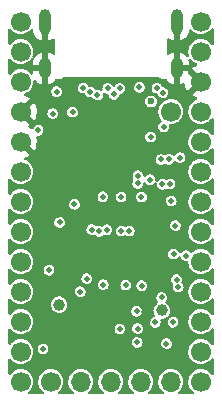
<source format=gbr>
%TF.GenerationSoftware,KiCad,Pcbnew,6.0.3-a3aad9c10e~116~ubuntu20.04.1*%
%TF.CreationDate,2022-03-24T21:59:22+11:00*%
%TF.ProjectId,sea-picro,7365612d-7069-4637-926f-2e6b69636164,0.2*%
%TF.SameCoordinates,Original*%
%TF.FileFunction,Copper,L2,Inr*%
%TF.FilePolarity,Positive*%
%FSLAX46Y46*%
G04 Gerber Fmt 4.6, Leading zero omitted, Abs format (unit mm)*
G04 Created by KiCad (PCBNEW 6.0.3-a3aad9c10e~116~ubuntu20.04.1) date 2022-03-24 21:59:22*
%MOMM*%
%LPD*%
G01*
G04 APERTURE LIST*
%TA.AperFunction,ComponentPad*%
%ADD10C,1.700000*%
%TD*%
%TA.AperFunction,ComponentPad*%
%ADD11O,1.000000X2.200000*%
%TD*%
%TA.AperFunction,ComponentPad*%
%ADD12O,1.000000X1.800000*%
%TD*%
%TA.AperFunction,ComponentPad*%
%ADD13O,1.700000X1.700000*%
%TD*%
%TA.AperFunction,ComponentPad*%
%ADD14C,0.600000*%
%TD*%
%TA.AperFunction,ComponentPad*%
%ADD15C,1.000000*%
%TD*%
%TA.AperFunction,ViaPad*%
%ADD16C,0.500000*%
%TD*%
%TA.AperFunction,ViaPad*%
%ADD17C,0.600000*%
%TD*%
G04 APERTURE END LIST*
D10*
%TO.N,+5V*%
%TO.C,J3*%
X133800000Y-78580000D03*
%TO.N,GND*%
X133800000Y-81120000D03*
%TO.N,/SWITCH*%
X133800000Y-83660000D03*
%TO.N,+3V3*%
X133800000Y-86200000D03*
%TO.N,/A3*%
X133800000Y-88740000D03*
%TO.N,/A2*%
X133800000Y-91280000D03*
%TO.N,/A1*%
X133800000Y-93820000D03*
%TO.N,/A0*%
X133800000Y-96360000D03*
%TO.N,/22_SCK*%
X133800000Y-98900000D03*
%TO.N,/20_MISO*%
X133800000Y-101440000D03*
%TO.N,/23_MOSI*%
X133800000Y-103980000D03*
%TO.N,/21_nCS*%
X133800000Y-106520000D03*
%TD*%
%TO.N,/9*%
%TO.C,J2*%
X118560000Y-106520000D03*
%TO.N,/8*%
X118560000Y-103980000D03*
%TO.N,/7*%
X118560000Y-101440000D03*
%TO.N,/6*%
X118560000Y-98900000D03*
%TO.N,/5*%
X118560000Y-96360000D03*
%TO.N,/4*%
X118560000Y-93820000D03*
%TO.N,/3_SCL1*%
X118560000Y-91280000D03*
%TO.N,/2_SDA1*%
X118560000Y-88740000D03*
%TO.N,GND*%
X118560000Y-86200000D03*
X118560000Y-83660000D03*
%TO.N,/1_RX0*%
X118560000Y-81120000D03*
%TO.N,/0_TX0*%
X118560000Y-78580000D03*
%TD*%
D11*
%TO.N,GND*%
%TO.C,J1*%
X120624700Y-76100000D03*
X131775300Y-76100000D03*
D12*
X120624700Y-80000000D03*
X131775300Y-80000000D03*
%TD*%
D10*
%TO.N,/10*%
%TO.C,J6*%
X121100000Y-106520000D03*
D13*
%TO.N,/11*%
X123640000Y-106520000D03*
%TO.N,/15*%
X126180000Y-106520000D03*
%TO.N,/18*%
X128720000Y-106520000D03*
%TO.N,/19*%
X131260000Y-106520000D03*
%TD*%
D10*
%TO.N,/USB+*%
%TO.C,J4*%
X118560000Y-76040000D03*
%TD*%
%TO.N,Net-(J7-Pad1)*%
%TO.C,J7*%
X131260000Y-83660000D03*
%TD*%
D14*
%TO.N,GND*%
%TO.C,U3*%
X127475000Y-97535000D03*
X126200000Y-97535000D03*
X126200000Y-96260000D03*
X124925000Y-94985000D03*
X124925000Y-97535000D03*
X127475000Y-94985000D03*
X127475000Y-96260000D03*
X126200000Y-94985000D03*
X124925000Y-96260000D03*
%TD*%
D10*
%TO.N,/USB-*%
%TO.C,J5*%
X133800000Y-76040000D03*
%TD*%
D15*
%TO.N,/SWDIO*%
%TO.C,TP2*%
X130500000Y-100500000D03*
%TD*%
%TO.N,/SWDCLK*%
%TO.C,TP1*%
X121800000Y-100000000D03*
%TD*%
D16*
%TO.N,GND*%
X124860000Y-103540000D03*
X122950000Y-84360000D03*
X130150000Y-103250000D03*
X132150000Y-86050000D03*
X129561757Y-90871758D03*
X132450000Y-97800000D03*
X126300000Y-88160000D03*
X121300000Y-89649500D03*
X122250000Y-104150000D03*
D17*
X126151561Y-83771516D03*
D16*
X127650000Y-90560000D03*
X122400000Y-102550000D03*
X124379227Y-100569727D03*
D17*
X129550500Y-83788536D03*
X129376048Y-81585324D03*
D16*
X130000000Y-90510000D03*
X129518170Y-86834725D03*
X121689477Y-92410523D03*
X131850000Y-89950000D03*
X126200000Y-102900000D03*
X131651967Y-92300471D03*
X123596977Y-89463023D03*
X124850497Y-90860000D03*
X129018854Y-100657920D03*
X120000000Y-97900000D03*
D17*
X123000000Y-81750000D03*
D16*
%TO.N,Net-(J1-PadB5)*%
X124450000Y-82000000D03*
X121600000Y-81966970D03*
%TO.N,+5V*%
X130087576Y-81650907D03*
X125049152Y-82250814D03*
X130650000Y-84950000D03*
%TO.N,VBUS*%
X122949500Y-83700000D03*
X123850000Y-81650000D03*
X120025500Y-85250000D03*
X128600000Y-81600000D03*
%TO.N,+3V3*%
X129550000Y-85800000D03*
X131746095Y-97882140D03*
X131300000Y-91210000D03*
X121275500Y-83825600D03*
X131650000Y-93310000D03*
X120950000Y-97100000D03*
X126952589Y-102053918D03*
X127058296Y-90890605D03*
X123100000Y-91500000D03*
X121852713Y-93039178D03*
X128419400Y-103204822D03*
X130600000Y-82050000D03*
D17*
X129600000Y-82800000D03*
D16*
%TO.N,/nRST*%
X128450499Y-102028410D03*
X129950498Y-101500000D03*
%TO.N,+1V1*%
X125500000Y-90860000D03*
X128374500Y-100576302D03*
X128777219Y-90880515D03*
%TO.N,/LED_DO*%
X131502914Y-95725990D03*
X132050000Y-87550000D03*
%TO.N,/23_MOSI*%
X132550000Y-95850000D03*
%TO.N,/21_nCS*%
X131884839Y-98516650D03*
%TO.N,/FLASH_nCS*%
X128800683Y-98397162D03*
X130500000Y-99400000D03*
%TO.N,/USB+*%
X126450000Y-82198511D03*
X130425991Y-87714041D03*
%TO.N,/USB-*%
X131100000Y-87700000D03*
X125932887Y-81699011D03*
X126948501Y-81699011D03*
%TO.N,/SWDCLK*%
X125550000Y-98300000D03*
%TO.N,/SWDIO*%
X127450000Y-98350000D03*
%TO.N,/FLASH_SD0*%
X124565523Y-93644477D03*
X128462751Y-89747251D03*
%TO.N,/FLASH_SCK*%
X128475753Y-89097879D03*
X125200000Y-93810000D03*
%TO.N,/FLASH_SD3*%
X125850000Y-93660000D03*
X129500000Y-89432769D03*
%TO.N,/D+*%
X127074500Y-93775500D03*
X130549001Y-89810223D03*
%TO.N,/D-*%
X131198446Y-89801554D03*
X127750000Y-93775500D03*
%TO.N,/SWITCH*%
X130898515Y-103297625D03*
%TO.N,/15*%
X123600000Y-98900000D03*
%TO.N,/BOOT*%
X131450000Y-101500000D03*
%TO.N,/VBUS_DETECT*%
X124150000Y-97800000D03*
X120450000Y-103750000D03*
%TD*%
%TA.AperFunction,Conductor*%
%TO.N,GND*%
G36*
X120820821Y-75866002D02*
G01*
X120867314Y-75919658D01*
X120878700Y-75972000D01*
X120878700Y-77657924D01*
X120882673Y-77671455D01*
X120890468Y-77672575D01*
X120998221Y-77640862D01*
X121009589Y-77636269D01*
X121173854Y-77550393D01*
X121184115Y-77543679D01*
X121269548Y-77474989D01*
X121335170Y-77447893D01*
X121405025Y-77460576D01*
X121456933Y-77509012D01*
X121474500Y-77573186D01*
X121474500Y-78726977D01*
X121454498Y-78795098D01*
X121400842Y-78841591D01*
X121330568Y-78851695D01*
X121268185Y-78824062D01*
X121195844Y-78764216D01*
X121185673Y-78757356D01*
X121022624Y-78669196D01*
X121011319Y-78664444D01*
X120896008Y-78628750D01*
X120881905Y-78628544D01*
X120878700Y-78635299D01*
X120878700Y-81357924D01*
X120882673Y-81371455D01*
X120890468Y-81372575D01*
X120998221Y-81340862D01*
X121009589Y-81336269D01*
X121173854Y-81250393D01*
X121184115Y-81243679D01*
X121328573Y-81127532D01*
X121337332Y-81118954D01*
X121456477Y-80976962D01*
X121463410Y-80966837D01*
X121477468Y-80941267D01*
X121527814Y-80891209D01*
X121597231Y-80876317D01*
X121621419Y-80880856D01*
X121627163Y-80883553D01*
X121636029Y-80884933D01*
X121636031Y-80884934D01*
X121721561Y-80898250D01*
X121736009Y-80900500D01*
X121810940Y-80900500D01*
X121852339Y-80894571D01*
X121908032Y-80886596D01*
X121908035Y-80886595D01*
X121916918Y-80885323D01*
X121925382Y-80881475D01*
X121959023Y-80866179D01*
X122047428Y-80825984D01*
X122156037Y-80732400D01*
X122158219Y-80734932D01*
X122204355Y-80705491D01*
X122239465Y-80700500D01*
X130161435Y-80700500D01*
X130229556Y-80720502D01*
X130244841Y-80732057D01*
X130347388Y-80822623D01*
X130477163Y-80883553D01*
X130586009Y-80900500D01*
X130660940Y-80900500D01*
X130766918Y-80885323D01*
X130775094Y-80881606D01*
X130775818Y-80881394D01*
X130846814Y-80881474D01*
X130906498Y-80919924D01*
X130922433Y-80943178D01*
X130928758Y-80955073D01*
X130935549Y-80965294D01*
X131052697Y-81108933D01*
X131061341Y-81117637D01*
X131204156Y-81235784D01*
X131214327Y-81242644D01*
X131377376Y-81330804D01*
X131388681Y-81335556D01*
X131503992Y-81371250D01*
X131518095Y-81371456D01*
X131521300Y-81364701D01*
X131521300Y-81357924D01*
X132029300Y-81357924D01*
X132033273Y-81371455D01*
X132041068Y-81372575D01*
X132148821Y-81340862D01*
X132160189Y-81336269D01*
X132280108Y-81273577D01*
X132349743Y-81259743D01*
X132415804Y-81285753D01*
X132457316Y-81343349D01*
X132461400Y-81357538D01*
X132498565Y-81522446D01*
X132501645Y-81532275D01*
X132581770Y-81729603D01*
X132586413Y-81738794D01*
X132666460Y-81869420D01*
X132676916Y-81878880D01*
X132685694Y-81875096D01*
X133427978Y-81132812D01*
X133435592Y-81118868D01*
X133435461Y-81117035D01*
X133431210Y-81110420D01*
X132711552Y-80390762D01*
X132677526Y-80328450D01*
X132682591Y-80257635D01*
X132682807Y-80257163D01*
X132674326Y-80254000D01*
X132047415Y-80254000D01*
X132032176Y-80258475D01*
X132030971Y-80259865D01*
X132029300Y-80267548D01*
X132029300Y-81357924D01*
X131521300Y-81357924D01*
X131521300Y-78642076D01*
X131517327Y-78628545D01*
X131509532Y-78627425D01*
X131401779Y-78659138D01*
X131390411Y-78663731D01*
X131226146Y-78749607D01*
X131215885Y-78756321D01*
X131130452Y-78825011D01*
X131064830Y-78852107D01*
X130994975Y-78839424D01*
X130943067Y-78790988D01*
X130925500Y-78726814D01*
X130925500Y-77573023D01*
X130945502Y-77504902D01*
X130999158Y-77458409D01*
X131069432Y-77448305D01*
X131131815Y-77475938D01*
X131204156Y-77535784D01*
X131214327Y-77542644D01*
X131377376Y-77630804D01*
X131388681Y-77635556D01*
X131503992Y-77671250D01*
X131518095Y-77671456D01*
X131521300Y-77664701D01*
X131521300Y-75972000D01*
X131541302Y-75903879D01*
X131594958Y-75857386D01*
X131647300Y-75846000D01*
X131903300Y-75846000D01*
X131971421Y-75866002D01*
X132017914Y-75919658D01*
X132029300Y-75972000D01*
X132029300Y-77657924D01*
X132033273Y-77671455D01*
X132041068Y-77672575D01*
X132148821Y-77640862D01*
X132160189Y-77636269D01*
X132324454Y-77550393D01*
X132334715Y-77543679D01*
X132479173Y-77427532D01*
X132487932Y-77418954D01*
X132607078Y-77276961D01*
X132614008Y-77266841D01*
X132703302Y-77104415D01*
X132708134Y-77093142D01*
X132764180Y-76916462D01*
X132766730Y-76904468D01*
X132779508Y-76790544D01*
X132806979Y-76725077D01*
X132865483Y-76684855D01*
X132936445Y-76682648D01*
X132997336Y-76719155D01*
X133003468Y-76726324D01*
X133040677Y-76773270D01*
X133197564Y-76906791D01*
X133377398Y-77007297D01*
X133472238Y-77038113D01*
X133567471Y-77069056D01*
X133567475Y-77069057D01*
X133573329Y-77070959D01*
X133777894Y-77095351D01*
X133784029Y-77094879D01*
X133784031Y-77094879D01*
X133840039Y-77090569D01*
X133983300Y-77079546D01*
X133989230Y-77077890D01*
X133989232Y-77077890D01*
X134175797Y-77025800D01*
X134175796Y-77025800D01*
X134181725Y-77024145D01*
X134187214Y-77021372D01*
X134187220Y-77021370D01*
X134360116Y-76934033D01*
X134365610Y-76931258D01*
X134527951Y-76804424D01*
X134559011Y-76768441D01*
X134658540Y-76653134D01*
X134658540Y-76653133D01*
X134662564Y-76648472D01*
X134665607Y-76643115D01*
X134669158Y-76638081D01*
X134670904Y-76639312D01*
X134714988Y-76596690D01*
X134784606Y-76582770D01*
X134850699Y-76608699D01*
X134892281Y-76666244D01*
X134899500Y-76708280D01*
X134899500Y-77912092D01*
X134879498Y-77980213D01*
X134825842Y-78026706D01*
X134755568Y-78036810D01*
X134690988Y-78007316D01*
X134675857Y-77991728D01*
X134552906Y-77840975D01*
X134552903Y-77840972D01*
X134549011Y-77836200D01*
X134531786Y-77821950D01*
X134395025Y-77708811D01*
X134395021Y-77708809D01*
X134390275Y-77704882D01*
X134209055Y-77606897D01*
X134012254Y-77545977D01*
X134006129Y-77545333D01*
X134006128Y-77545333D01*
X133813498Y-77525087D01*
X133813496Y-77525087D01*
X133807369Y-77524443D01*
X133720529Y-77532346D01*
X133608342Y-77542555D01*
X133608339Y-77542556D01*
X133602203Y-77543114D01*
X133404572Y-77601280D01*
X133222002Y-77696726D01*
X133217201Y-77700586D01*
X133217198Y-77700588D01*
X133206971Y-77708811D01*
X133061447Y-77825815D01*
X132929024Y-77983630D01*
X132926056Y-77989028D01*
X132926053Y-77989033D01*
X132899788Y-78036810D01*
X132829776Y-78164162D01*
X132767484Y-78360532D01*
X132766798Y-78366649D01*
X132766797Y-78366653D01*
X132745207Y-78559137D01*
X132744520Y-78565262D01*
X132761759Y-78770553D01*
X132763458Y-78776478D01*
X132788929Y-78865306D01*
X132788478Y-78936301D01*
X132749716Y-78995782D01*
X132684950Y-79024865D01*
X132614741Y-79014315D01*
X132570167Y-78979672D01*
X132497903Y-78891067D01*
X132489259Y-78882363D01*
X132346444Y-78764216D01*
X132336273Y-78757356D01*
X132173224Y-78669196D01*
X132161919Y-78664444D01*
X132046608Y-78628750D01*
X132032505Y-78628544D01*
X132029300Y-78635299D01*
X132029300Y-79727885D01*
X132033775Y-79743124D01*
X132035165Y-79744329D01*
X132042848Y-79746000D01*
X132765185Y-79746000D01*
X132780424Y-79741525D01*
X132781629Y-79740135D01*
X132783300Y-79732452D01*
X132783300Y-79553343D01*
X132782999Y-79547195D01*
X132769488Y-79409397D01*
X132767106Y-79397366D01*
X132748670Y-79336306D01*
X132748129Y-79265312D01*
X132786056Y-79205295D01*
X132850410Y-79175310D01*
X132920758Y-79184877D01*
X132968037Y-79221622D01*
X133002666Y-79265312D01*
X133040677Y-79313270D01*
X133045370Y-79317264D01*
X133045371Y-79317265D01*
X133139490Y-79397366D01*
X133197564Y-79446791D01*
X133377398Y-79547297D01*
X133442437Y-79568429D01*
X133501042Y-79608502D01*
X133528680Y-79673898D01*
X133516574Y-79743855D01*
X133468568Y-79796162D01*
X133442646Y-79808027D01*
X133276868Y-79862212D01*
X133267359Y-79866209D01*
X133078466Y-79964540D01*
X133069734Y-79970039D01*
X133049677Y-79985099D01*
X133041223Y-79996427D01*
X133047968Y-80008758D01*
X134070115Y-81030905D01*
X134104141Y-81093217D01*
X134099076Y-81164032D01*
X134070115Y-81209095D01*
X133046737Y-82232473D01*
X133039977Y-82244853D01*
X133045258Y-82251907D01*
X133206756Y-82346279D01*
X133216042Y-82350729D01*
X133415001Y-82426703D01*
X133429866Y-82431022D01*
X133429289Y-82433008D01*
X133484260Y-82462082D01*
X133519110Y-82523936D01*
X133514988Y-82594813D01*
X133473201Y-82652209D01*
X133431930Y-82673228D01*
X133410489Y-82679538D01*
X133410484Y-82679540D01*
X133404572Y-82681280D01*
X133222002Y-82776726D01*
X133217201Y-82780586D01*
X133217198Y-82780588D01*
X133066254Y-82901950D01*
X133061447Y-82905815D01*
X132929024Y-83063630D01*
X132926056Y-83069028D01*
X132926053Y-83069033D01*
X132899788Y-83116810D01*
X132829776Y-83244162D01*
X132767484Y-83440532D01*
X132766798Y-83446649D01*
X132766797Y-83446653D01*
X132751797Y-83580388D01*
X132744520Y-83645262D01*
X132745036Y-83651406D01*
X132760085Y-83830614D01*
X132761759Y-83850553D01*
X132763458Y-83856478D01*
X132815879Y-84039291D01*
X132818544Y-84048586D01*
X132821359Y-84054063D01*
X132821360Y-84054066D01*
X132880491Y-84169122D01*
X132912712Y-84231818D01*
X133040677Y-84393270D01*
X133045370Y-84397264D01*
X133045371Y-84397265D01*
X133081410Y-84427936D01*
X133197564Y-84526791D01*
X133377398Y-84627297D01*
X133472238Y-84658113D01*
X133567471Y-84689056D01*
X133567475Y-84689057D01*
X133573329Y-84690959D01*
X133777894Y-84715351D01*
X133784029Y-84714879D01*
X133784031Y-84714879D01*
X133840039Y-84710569D01*
X133983300Y-84699546D01*
X133989230Y-84697890D01*
X133989232Y-84697890D01*
X134175797Y-84645800D01*
X134175796Y-84645800D01*
X134181725Y-84644145D01*
X134187214Y-84641372D01*
X134187220Y-84641370D01*
X134360116Y-84554033D01*
X134365610Y-84551258D01*
X134371122Y-84546952D01*
X134523101Y-84428213D01*
X134527951Y-84424424D01*
X134539311Y-84411264D01*
X134658540Y-84273134D01*
X134658540Y-84273133D01*
X134662564Y-84268472D01*
X134665608Y-84263114D01*
X134669158Y-84258081D01*
X134670904Y-84259312D01*
X134714988Y-84216690D01*
X134784606Y-84202770D01*
X134850699Y-84228699D01*
X134892281Y-84286244D01*
X134899500Y-84328280D01*
X134899500Y-85532092D01*
X134879498Y-85600213D01*
X134825842Y-85646706D01*
X134755568Y-85656810D01*
X134690988Y-85627316D01*
X134675857Y-85611728D01*
X134552906Y-85460975D01*
X134552903Y-85460972D01*
X134549011Y-85456200D01*
X134480208Y-85399281D01*
X134395025Y-85328811D01*
X134395021Y-85328809D01*
X134390275Y-85324882D01*
X134209055Y-85226897D01*
X134012254Y-85165977D01*
X134006129Y-85165333D01*
X134006128Y-85165333D01*
X133813498Y-85145087D01*
X133813496Y-85145087D01*
X133807369Y-85144443D01*
X133720529Y-85152346D01*
X133608342Y-85162555D01*
X133608339Y-85162556D01*
X133602203Y-85163114D01*
X133404572Y-85221280D01*
X133222002Y-85316726D01*
X133217201Y-85320586D01*
X133217198Y-85320588D01*
X133119324Y-85399281D01*
X133061447Y-85445815D01*
X132929024Y-85603630D01*
X132926056Y-85609028D01*
X132926053Y-85609033D01*
X132875141Y-85701643D01*
X132829776Y-85784162D01*
X132767484Y-85980532D01*
X132766798Y-85986649D01*
X132766797Y-85986653D01*
X132761678Y-86032290D01*
X132744520Y-86185262D01*
X132745036Y-86191406D01*
X132749910Y-86249443D01*
X132761759Y-86390553D01*
X132818544Y-86588586D01*
X132821359Y-86594063D01*
X132821360Y-86594066D01*
X132897783Y-86742770D01*
X132912712Y-86771818D01*
X133040677Y-86933270D01*
X133197564Y-87066791D01*
X133377398Y-87167297D01*
X133472238Y-87198113D01*
X133567471Y-87229056D01*
X133567475Y-87229057D01*
X133573329Y-87230959D01*
X133777894Y-87255351D01*
X133784029Y-87254879D01*
X133784031Y-87254879D01*
X133840039Y-87250569D01*
X133983300Y-87239546D01*
X133989230Y-87237890D01*
X133989232Y-87237890D01*
X134175797Y-87185800D01*
X134175796Y-87185800D01*
X134181725Y-87184145D01*
X134187214Y-87181372D01*
X134187220Y-87181370D01*
X134360116Y-87094033D01*
X134365610Y-87091258D01*
X134527951Y-86964424D01*
X134539311Y-86951264D01*
X134658540Y-86813134D01*
X134658540Y-86813133D01*
X134662564Y-86808472D01*
X134665607Y-86803115D01*
X134669158Y-86798081D01*
X134670904Y-86799312D01*
X134714988Y-86756690D01*
X134784606Y-86742770D01*
X134850699Y-86768699D01*
X134892281Y-86826244D01*
X134899500Y-86868280D01*
X134899500Y-88072092D01*
X134879498Y-88140213D01*
X134825842Y-88186706D01*
X134755568Y-88196810D01*
X134690988Y-88167316D01*
X134675857Y-88151728D01*
X134552906Y-88000975D01*
X134552903Y-88000972D01*
X134549011Y-87996200D01*
X134517416Y-87970062D01*
X134395025Y-87868811D01*
X134395021Y-87868809D01*
X134390275Y-87864882D01*
X134209055Y-87766897D01*
X134012254Y-87705977D01*
X134006129Y-87705333D01*
X134006128Y-87705333D01*
X133813498Y-87685087D01*
X133813496Y-87685087D01*
X133807369Y-87684443D01*
X133720529Y-87692346D01*
X133608342Y-87702555D01*
X133608339Y-87702556D01*
X133602203Y-87703114D01*
X133404572Y-87761280D01*
X133222002Y-87856726D01*
X133217201Y-87860586D01*
X133217198Y-87860588D01*
X133081040Y-87970062D01*
X133061447Y-87985815D01*
X132929024Y-88143630D01*
X132926056Y-88149028D01*
X132926053Y-88149033D01*
X132899788Y-88196810D01*
X132829776Y-88324162D01*
X132767484Y-88520532D01*
X132766798Y-88526649D01*
X132766797Y-88526653D01*
X132748520Y-88689600D01*
X132744520Y-88725262D01*
X132761759Y-88930553D01*
X132763458Y-88936478D01*
X132812928Y-89108999D01*
X132818544Y-89128586D01*
X132821359Y-89134063D01*
X132821360Y-89134066D01*
X132897783Y-89282770D01*
X132912712Y-89311818D01*
X133040677Y-89473270D01*
X133045370Y-89477264D01*
X133045371Y-89477265D01*
X133074481Y-89502039D01*
X133197564Y-89606791D01*
X133377398Y-89707297D01*
X133470528Y-89737557D01*
X133567471Y-89769056D01*
X133567475Y-89769057D01*
X133573329Y-89770959D01*
X133777894Y-89795351D01*
X133784029Y-89794879D01*
X133784031Y-89794879D01*
X133850673Y-89789751D01*
X133983300Y-89779546D01*
X133989230Y-89777890D01*
X133989232Y-89777890D01*
X134133688Y-89737557D01*
X134181725Y-89724145D01*
X134187214Y-89721372D01*
X134187220Y-89721370D01*
X134360116Y-89634033D01*
X134365610Y-89631258D01*
X134527951Y-89504424D01*
X134534038Y-89497373D01*
X134658540Y-89353134D01*
X134658540Y-89353133D01*
X134662564Y-89348472D01*
X134665608Y-89343114D01*
X134669158Y-89338081D01*
X134670904Y-89339312D01*
X134714988Y-89296690D01*
X134784606Y-89282770D01*
X134850699Y-89308699D01*
X134892281Y-89366244D01*
X134899500Y-89408280D01*
X134899500Y-90612092D01*
X134879498Y-90680213D01*
X134825842Y-90726706D01*
X134755568Y-90736810D01*
X134690988Y-90707316D01*
X134675857Y-90691728D01*
X134552906Y-90540975D01*
X134552903Y-90540972D01*
X134549011Y-90536200D01*
X134542173Y-90530543D01*
X134395025Y-90408811D01*
X134395021Y-90408809D01*
X134390275Y-90404882D01*
X134209055Y-90306897D01*
X134012254Y-90245977D01*
X134006129Y-90245333D01*
X134006128Y-90245333D01*
X133813498Y-90225087D01*
X133813496Y-90225087D01*
X133807369Y-90224443D01*
X133720529Y-90232346D01*
X133608342Y-90242555D01*
X133608339Y-90242556D01*
X133602203Y-90243114D01*
X133404572Y-90301280D01*
X133222002Y-90396726D01*
X133217201Y-90400586D01*
X133217198Y-90400588D01*
X133082848Y-90508608D01*
X133061447Y-90525815D01*
X132929024Y-90683630D01*
X132926056Y-90689028D01*
X132926053Y-90689033D01*
X132864103Y-90801721D01*
X132829776Y-90864162D01*
X132767484Y-91060532D01*
X132766798Y-91066649D01*
X132766797Y-91066653D01*
X132750171Y-91214878D01*
X132744520Y-91265262D01*
X132745758Y-91280000D01*
X132759386Y-91442290D01*
X132761759Y-91470553D01*
X132763458Y-91476478D01*
X132816506Y-91661478D01*
X132818544Y-91668586D01*
X132821359Y-91674063D01*
X132821360Y-91674066D01*
X132858551Y-91746432D01*
X132912712Y-91851818D01*
X133040677Y-92013270D01*
X133197564Y-92146791D01*
X133377398Y-92247297D01*
X133472238Y-92278113D01*
X133567471Y-92309056D01*
X133567475Y-92309057D01*
X133573329Y-92310959D01*
X133777894Y-92335351D01*
X133784029Y-92334879D01*
X133784031Y-92334879D01*
X133840039Y-92330569D01*
X133983300Y-92319546D01*
X133989230Y-92317890D01*
X133989232Y-92317890D01*
X134175797Y-92265800D01*
X134175796Y-92265800D01*
X134181725Y-92264145D01*
X134187214Y-92261372D01*
X134187220Y-92261370D01*
X134360116Y-92174033D01*
X134365610Y-92171258D01*
X134527951Y-92044424D01*
X134559011Y-92008441D01*
X134658540Y-91893134D01*
X134658540Y-91893133D01*
X134662564Y-91888472D01*
X134665608Y-91883114D01*
X134669158Y-91878081D01*
X134670904Y-91879312D01*
X134714988Y-91836690D01*
X134784606Y-91822770D01*
X134850699Y-91848699D01*
X134892281Y-91906244D01*
X134899500Y-91948280D01*
X134899500Y-93152092D01*
X134879498Y-93220213D01*
X134825842Y-93266706D01*
X134755568Y-93276810D01*
X134690988Y-93247316D01*
X134675857Y-93231728D01*
X134552906Y-93080975D01*
X134552903Y-93080972D01*
X134549011Y-93076200D01*
X134542173Y-93070543D01*
X134395025Y-92948811D01*
X134395021Y-92948809D01*
X134390275Y-92944882D01*
X134209055Y-92846897D01*
X134012254Y-92785977D01*
X134006129Y-92785333D01*
X134006128Y-92785333D01*
X133813498Y-92765087D01*
X133813496Y-92765087D01*
X133807369Y-92764443D01*
X133720529Y-92772346D01*
X133608342Y-92782555D01*
X133608339Y-92782556D01*
X133602203Y-92783114D01*
X133404572Y-92841280D01*
X133399107Y-92844137D01*
X133365809Y-92861545D01*
X133222002Y-92936726D01*
X133217201Y-92940586D01*
X133217198Y-92940588D01*
X133068528Y-93060122D01*
X133061447Y-93065815D01*
X132929024Y-93223630D01*
X132926056Y-93229028D01*
X132926053Y-93229033D01*
X132838732Y-93387871D01*
X132829776Y-93404162D01*
X132767484Y-93600532D01*
X132766798Y-93606649D01*
X132766797Y-93606653D01*
X132747904Y-93775091D01*
X132744520Y-93805262D01*
X132745036Y-93811406D01*
X132761169Y-94003522D01*
X132761759Y-94010553D01*
X132763458Y-94016478D01*
X132804664Y-94160179D01*
X132818544Y-94208586D01*
X132821359Y-94214063D01*
X132821360Y-94214066D01*
X132845811Y-94261643D01*
X132912712Y-94391818D01*
X133040677Y-94553270D01*
X133197564Y-94686791D01*
X133377398Y-94787297D01*
X133472238Y-94818113D01*
X133567471Y-94849056D01*
X133567475Y-94849057D01*
X133573329Y-94850959D01*
X133777894Y-94875351D01*
X133784029Y-94874879D01*
X133784031Y-94874879D01*
X133840039Y-94870569D01*
X133983300Y-94859546D01*
X133989230Y-94857890D01*
X133989232Y-94857890D01*
X134175797Y-94805800D01*
X134175796Y-94805800D01*
X134181725Y-94804145D01*
X134187214Y-94801372D01*
X134187220Y-94801370D01*
X134360116Y-94714033D01*
X134365610Y-94711258D01*
X134527951Y-94584424D01*
X134559011Y-94548441D01*
X134658540Y-94433134D01*
X134658540Y-94433133D01*
X134662564Y-94428472D01*
X134665608Y-94423114D01*
X134669158Y-94418081D01*
X134670904Y-94419312D01*
X134714988Y-94376690D01*
X134784606Y-94362770D01*
X134850699Y-94388699D01*
X134892281Y-94446244D01*
X134899500Y-94488280D01*
X134899500Y-95692092D01*
X134879498Y-95760213D01*
X134825842Y-95806706D01*
X134755568Y-95816810D01*
X134690988Y-95787316D01*
X134675857Y-95771728D01*
X134552906Y-95620975D01*
X134552903Y-95620972D01*
X134549011Y-95616200D01*
X134536458Y-95605815D01*
X134395025Y-95488811D01*
X134395021Y-95488809D01*
X134390275Y-95484882D01*
X134209055Y-95386897D01*
X134012254Y-95325977D01*
X134006129Y-95325333D01*
X134006128Y-95325333D01*
X133813498Y-95305087D01*
X133813496Y-95305087D01*
X133807369Y-95304443D01*
X133720529Y-95312346D01*
X133608342Y-95322555D01*
X133608339Y-95322556D01*
X133602203Y-95323114D01*
X133404572Y-95381280D01*
X133399107Y-95384137D01*
X133365809Y-95401545D01*
X133222002Y-95476726D01*
X133217201Y-95480586D01*
X133217198Y-95480588D01*
X133115934Y-95562006D01*
X133101091Y-95573941D01*
X133081254Y-95589890D01*
X133015631Y-95616986D01*
X132945777Y-95604303D01*
X132906849Y-95573941D01*
X132855051Y-95513826D01*
X132855049Y-95513824D01*
X132849193Y-95507028D01*
X132740906Y-95436841D01*
X132732311Y-95434271D01*
X132732310Y-95434270D01*
X132625874Y-95402438D01*
X132625872Y-95402438D01*
X132617273Y-95399866D01*
X132608298Y-95399811D01*
X132608297Y-95399811D01*
X132553641Y-95399477D01*
X132488231Y-95399078D01*
X132476475Y-95402438D01*
X132372786Y-95432072D01*
X132372784Y-95432073D01*
X132364155Y-95434539D01*
X132356565Y-95439328D01*
X132284367Y-95484882D01*
X132255019Y-95503399D01*
X132169596Y-95600122D01*
X132165781Y-95608247D01*
X132160852Y-95615751D01*
X132157959Y-95613851D01*
X132121960Y-95654525D01*
X132053632Y-95673810D01*
X131985726Y-95653093D01*
X131939865Y-95599028D01*
X131939753Y-95598249D01*
X131937331Y-95592922D01*
X131890059Y-95488952D01*
X131890057Y-95488949D01*
X131886342Y-95480778D01*
X131860539Y-95450832D01*
X131807965Y-95389816D01*
X131807963Y-95389814D01*
X131802107Y-95383018D01*
X131693820Y-95312831D01*
X131685225Y-95310261D01*
X131685224Y-95310260D01*
X131578788Y-95278428D01*
X131578786Y-95278428D01*
X131570187Y-95275856D01*
X131561212Y-95275801D01*
X131561211Y-95275801D01*
X131506555Y-95275467D01*
X131441145Y-95275068D01*
X131429389Y-95278428D01*
X131325700Y-95308062D01*
X131325698Y-95308063D01*
X131317069Y-95310529D01*
X131207933Y-95379389D01*
X131201990Y-95386118D01*
X131201989Y-95386119D01*
X131189897Y-95399811D01*
X131122510Y-95476112D01*
X131118696Y-95484235D01*
X131118695Y-95484237D01*
X131111948Y-95498608D01*
X131067668Y-95592922D01*
X131063300Y-95620975D01*
X131049196Y-95711557D01*
X131049196Y-95711561D01*
X131047815Y-95720430D01*
X131048979Y-95729332D01*
X131048979Y-95729335D01*
X131063382Y-95839479D01*
X131063383Y-95839483D01*
X131064547Y-95848384D01*
X131116519Y-95966500D01*
X131122296Y-95973373D01*
X131122297Y-95973374D01*
X131128285Y-95980497D01*
X131199553Y-96065281D01*
X131306974Y-96136786D01*
X131430147Y-96175268D01*
X131439117Y-96175432D01*
X131439121Y-96175433D01*
X131497856Y-96176509D01*
X131559169Y-96177633D01*
X131663943Y-96149068D01*
X131675006Y-96146052D01*
X131675007Y-96146052D01*
X131683669Y-96143690D01*
X131691319Y-96138993D01*
X131691321Y-96138992D01*
X131785986Y-96080868D01*
X131785989Y-96080865D01*
X131793638Y-96076169D01*
X131799664Y-96069512D01*
X131874214Y-95987151D01*
X131874217Y-95987147D01*
X131880236Y-95980497D01*
X131884474Y-95971750D01*
X131884972Y-95971201D01*
X131889171Y-95964976D01*
X131890070Y-95965582D01*
X131932177Y-95919167D01*
X132000736Y-95900722D01*
X132068383Y-95922270D01*
X132113193Y-95975939D01*
X132163605Y-96090510D01*
X132169382Y-96097383D01*
X132169383Y-96097384D01*
X132232601Y-96172591D01*
X132246639Y-96189291D01*
X132354060Y-96260796D01*
X132477233Y-96299278D01*
X132486203Y-96299442D01*
X132486207Y-96299443D01*
X132597282Y-96301479D01*
X132597285Y-96301479D01*
X132606255Y-96301643D01*
X132611141Y-96300311D01*
X132679269Y-96311420D01*
X132732038Y-96358917D01*
X132750333Y-96414483D01*
X132761759Y-96550553D01*
X132763458Y-96556478D01*
X132800102Y-96684270D01*
X132818544Y-96748586D01*
X132821359Y-96754063D01*
X132821360Y-96754066D01*
X132842247Y-96794707D01*
X132912712Y-96931818D01*
X133040677Y-97093270D01*
X133045370Y-97097264D01*
X133045371Y-97097265D01*
X133192398Y-97222394D01*
X133197564Y-97226791D01*
X133202942Y-97229797D01*
X133202944Y-97229798D01*
X133234563Y-97247469D01*
X133377398Y-97327297D01*
X133454774Y-97352438D01*
X133567471Y-97389056D01*
X133567475Y-97389057D01*
X133573329Y-97390959D01*
X133777894Y-97415351D01*
X133784029Y-97414879D01*
X133784031Y-97414879D01*
X133840039Y-97410569D01*
X133983300Y-97399546D01*
X133989230Y-97397890D01*
X133989232Y-97397890D01*
X134144612Y-97354507D01*
X134181725Y-97344145D01*
X134187214Y-97341372D01*
X134187220Y-97341370D01*
X134360116Y-97254033D01*
X134365610Y-97251258D01*
X134402555Y-97222394D01*
X134523101Y-97128213D01*
X134527951Y-97124424D01*
X134543632Y-97106258D01*
X134658540Y-96973134D01*
X134658540Y-96973133D01*
X134662564Y-96968472D01*
X134665608Y-96963114D01*
X134669158Y-96958081D01*
X134670904Y-96959312D01*
X134714988Y-96916690D01*
X134784606Y-96902770D01*
X134850699Y-96928699D01*
X134892281Y-96986244D01*
X134899500Y-97028280D01*
X134899500Y-98232092D01*
X134879498Y-98300213D01*
X134825842Y-98346706D01*
X134755568Y-98356810D01*
X134690988Y-98327316D01*
X134675857Y-98311728D01*
X134552906Y-98160975D01*
X134552903Y-98160972D01*
X134549011Y-98156200D01*
X134541733Y-98150179D01*
X134395025Y-98028811D01*
X134395021Y-98028809D01*
X134390275Y-98024882D01*
X134244829Y-97946240D01*
X134214474Y-97929827D01*
X134209055Y-97926897D01*
X134012254Y-97865977D01*
X134006129Y-97865333D01*
X134006128Y-97865333D01*
X133813498Y-97845087D01*
X133813496Y-97845087D01*
X133807369Y-97844443D01*
X133729329Y-97851545D01*
X133608342Y-97862555D01*
X133608339Y-97862556D01*
X133602203Y-97863114D01*
X133404572Y-97921280D01*
X133399107Y-97924137D01*
X133370050Y-97939328D01*
X133222002Y-98016726D01*
X133217201Y-98020586D01*
X133217198Y-98020588D01*
X133069561Y-98139291D01*
X133061447Y-98145815D01*
X132929024Y-98303630D01*
X132926056Y-98309028D01*
X132926053Y-98309033D01*
X132848630Y-98449866D01*
X132829776Y-98484162D01*
X132827913Y-98490035D01*
X132773058Y-98662962D01*
X132767484Y-98680532D01*
X132766798Y-98686649D01*
X132766797Y-98686653D01*
X132745207Y-98879137D01*
X132744520Y-98885262D01*
X132746053Y-98903522D01*
X132759515Y-99063826D01*
X132761759Y-99090553D01*
X132763458Y-99096478D01*
X132810006Y-99258809D01*
X132818544Y-99288586D01*
X132821359Y-99294063D01*
X132821360Y-99294066D01*
X132882428Y-99412892D01*
X132912712Y-99471818D01*
X133040677Y-99633270D01*
X133045370Y-99637264D01*
X133045371Y-99637265D01*
X133165252Y-99739291D01*
X133197564Y-99766791D01*
X133202942Y-99769797D01*
X133202944Y-99769798D01*
X133287481Y-99817044D01*
X133377398Y-99867297D01*
X133467543Y-99896587D01*
X133567471Y-99929056D01*
X133567475Y-99929057D01*
X133573329Y-99930959D01*
X133777894Y-99955351D01*
X133784029Y-99954879D01*
X133784031Y-99954879D01*
X133840039Y-99950569D01*
X133983300Y-99939546D01*
X133989230Y-99937890D01*
X133989232Y-99937890D01*
X134121081Y-99901077D01*
X134181725Y-99884145D01*
X134187214Y-99881372D01*
X134187220Y-99881370D01*
X134360116Y-99794033D01*
X134365610Y-99791258D01*
X134527951Y-99664424D01*
X134559011Y-99628441D01*
X134658540Y-99513134D01*
X134658540Y-99513133D01*
X134662564Y-99508472D01*
X134665608Y-99503114D01*
X134669158Y-99498081D01*
X134670904Y-99499312D01*
X134714988Y-99456690D01*
X134784606Y-99442770D01*
X134850699Y-99468699D01*
X134892281Y-99526244D01*
X134899500Y-99568280D01*
X134899500Y-100772092D01*
X134879498Y-100840213D01*
X134825842Y-100886706D01*
X134755568Y-100896810D01*
X134690988Y-100867316D01*
X134675857Y-100851728D01*
X134552906Y-100700975D01*
X134552903Y-100700972D01*
X134549011Y-100696200D01*
X134531786Y-100681950D01*
X134395025Y-100568811D01*
X134395021Y-100568809D01*
X134390275Y-100564882D01*
X134209055Y-100466897D01*
X134012254Y-100405977D01*
X134006129Y-100405333D01*
X134006128Y-100405333D01*
X133813498Y-100385087D01*
X133813496Y-100385087D01*
X133807369Y-100384443D01*
X133720529Y-100392346D01*
X133608342Y-100402555D01*
X133608339Y-100402556D01*
X133602203Y-100403114D01*
X133404572Y-100461280D01*
X133222002Y-100556726D01*
X133217201Y-100560586D01*
X133217198Y-100560588D01*
X133074764Y-100675108D01*
X133061447Y-100685815D01*
X132929024Y-100843630D01*
X132926056Y-100849028D01*
X132926053Y-100849033D01*
X132845058Y-100996364D01*
X132829776Y-101024162D01*
X132767484Y-101220532D01*
X132766798Y-101226649D01*
X132766797Y-101226653D01*
X132759573Y-101291062D01*
X132744520Y-101425262D01*
X132745036Y-101431406D01*
X132760074Y-101610482D01*
X132761759Y-101630553D01*
X132763458Y-101636478D01*
X132812844Y-101808706D01*
X132818544Y-101828586D01*
X132821359Y-101834063D01*
X132821360Y-101834066D01*
X132881786Y-101951643D01*
X132912712Y-102011818D01*
X133040677Y-102173270D01*
X133045370Y-102177264D01*
X133045371Y-102177265D01*
X133177331Y-102289571D01*
X133197564Y-102306791D01*
X133202942Y-102309797D01*
X133202944Y-102309798D01*
X133234563Y-102327469D01*
X133377398Y-102407297D01*
X133460292Y-102434231D01*
X133567471Y-102469056D01*
X133567475Y-102469057D01*
X133573329Y-102470959D01*
X133777894Y-102495351D01*
X133784029Y-102494879D01*
X133784031Y-102494879D01*
X133840039Y-102490569D01*
X133983300Y-102479546D01*
X133989230Y-102477890D01*
X133989232Y-102477890D01*
X134175797Y-102425800D01*
X134175796Y-102425800D01*
X134181725Y-102424145D01*
X134187214Y-102421372D01*
X134187220Y-102421370D01*
X134360116Y-102334033D01*
X134365610Y-102331258D01*
X134386319Y-102315079D01*
X134523101Y-102208213D01*
X134527951Y-102204424D01*
X134546061Y-102183444D01*
X134658540Y-102053134D01*
X134658540Y-102053133D01*
X134662564Y-102048472D01*
X134665608Y-102043114D01*
X134669158Y-102038081D01*
X134670904Y-102039312D01*
X134714988Y-101996690D01*
X134784606Y-101982770D01*
X134850699Y-102008699D01*
X134892281Y-102066244D01*
X134899500Y-102108280D01*
X134899500Y-103312092D01*
X134879498Y-103380213D01*
X134825842Y-103426706D01*
X134755568Y-103436810D01*
X134690988Y-103407316D01*
X134675857Y-103391728D01*
X134552906Y-103240975D01*
X134552903Y-103240972D01*
X134549011Y-103236200D01*
X134530322Y-103220739D01*
X134395025Y-103108811D01*
X134395021Y-103108809D01*
X134390275Y-103104882D01*
X134209055Y-103006897D01*
X134012254Y-102945977D01*
X134006129Y-102945333D01*
X134006128Y-102945333D01*
X133813498Y-102925087D01*
X133813496Y-102925087D01*
X133807369Y-102924443D01*
X133720529Y-102932346D01*
X133608342Y-102942555D01*
X133608339Y-102942556D01*
X133602203Y-102943114D01*
X133404572Y-103001280D01*
X133222002Y-103096726D01*
X133217201Y-103100586D01*
X133217198Y-103100588D01*
X133067760Y-103220739D01*
X133061447Y-103225815D01*
X132929024Y-103383630D01*
X132926056Y-103389028D01*
X132926053Y-103389033D01*
X132834812Y-103555001D01*
X132829776Y-103564162D01*
X132767484Y-103760532D01*
X132766798Y-103766649D01*
X132766797Y-103766653D01*
X132754937Y-103872394D01*
X132744520Y-103965262D01*
X132745036Y-103971406D01*
X132760940Y-104160796D01*
X132761759Y-104170553D01*
X132818544Y-104368586D01*
X132821359Y-104374063D01*
X132821360Y-104374066D01*
X132842247Y-104414707D01*
X132912712Y-104551818D01*
X133040677Y-104713270D01*
X133197564Y-104846791D01*
X133377398Y-104947297D01*
X133472238Y-104978113D01*
X133567471Y-105009056D01*
X133567475Y-105009057D01*
X133573329Y-105010959D01*
X133777894Y-105035351D01*
X133784029Y-105034879D01*
X133784031Y-105034879D01*
X133840039Y-105030569D01*
X133983300Y-105019546D01*
X133989230Y-105017890D01*
X133989232Y-105017890D01*
X134175797Y-104965800D01*
X134175796Y-104965800D01*
X134181725Y-104964145D01*
X134187214Y-104961372D01*
X134187220Y-104961370D01*
X134360116Y-104874033D01*
X134365610Y-104871258D01*
X134527951Y-104744424D01*
X134559011Y-104708441D01*
X134658540Y-104593134D01*
X134658540Y-104593133D01*
X134662564Y-104588472D01*
X134665608Y-104583114D01*
X134669158Y-104578081D01*
X134670904Y-104579312D01*
X134714988Y-104536690D01*
X134784606Y-104522770D01*
X134850699Y-104548699D01*
X134892281Y-104606244D01*
X134899500Y-104648280D01*
X134899500Y-105852092D01*
X134879498Y-105920213D01*
X134825842Y-105966706D01*
X134755568Y-105976810D01*
X134690988Y-105947316D01*
X134675857Y-105931728D01*
X134552906Y-105780975D01*
X134552903Y-105780972D01*
X134549011Y-105776200D01*
X134531786Y-105761950D01*
X134395025Y-105648811D01*
X134395021Y-105648809D01*
X134390275Y-105644882D01*
X134209055Y-105546897D01*
X134012254Y-105485977D01*
X134006129Y-105485333D01*
X134006128Y-105485333D01*
X133813498Y-105465087D01*
X133813496Y-105465087D01*
X133807369Y-105464443D01*
X133720529Y-105472346D01*
X133608342Y-105482555D01*
X133608339Y-105482556D01*
X133602203Y-105483114D01*
X133404572Y-105541280D01*
X133222002Y-105636726D01*
X133217201Y-105640586D01*
X133217198Y-105640588D01*
X133206971Y-105648811D01*
X133061447Y-105765815D01*
X132929024Y-105923630D01*
X132926056Y-105929028D01*
X132926053Y-105929033D01*
X132899788Y-105976810D01*
X132829776Y-106104162D01*
X132767484Y-106300532D01*
X132766798Y-106306649D01*
X132766797Y-106306653D01*
X132745207Y-106499137D01*
X132744520Y-106505262D01*
X132761759Y-106710553D01*
X132818544Y-106908586D01*
X132821359Y-106914063D01*
X132821360Y-106914066D01*
X132842247Y-106954707D01*
X132912712Y-107091818D01*
X133040677Y-107253270D01*
X133045370Y-107257264D01*
X133045371Y-107257265D01*
X133186701Y-107377546D01*
X133225614Y-107436929D01*
X133226245Y-107507923D01*
X133188393Y-107567987D01*
X133124077Y-107598053D01*
X133105038Y-107599500D01*
X131950603Y-107599500D01*
X131882482Y-107579498D01*
X131835989Y-107525842D01*
X131825885Y-107455568D01*
X131855379Y-107390988D01*
X131873030Y-107374211D01*
X131983095Y-107288219D01*
X131983101Y-107288213D01*
X131987951Y-107284424D01*
X131994017Y-107277397D01*
X132118540Y-107133134D01*
X132118540Y-107133133D01*
X132122564Y-107128472D01*
X132143387Y-107091818D01*
X132221276Y-106954707D01*
X132224323Y-106949344D01*
X132289351Y-106753863D01*
X132315171Y-106549474D01*
X132315583Y-106520000D01*
X132295480Y-106314970D01*
X132235935Y-106117749D01*
X132139218Y-105935849D01*
X132046390Y-105822031D01*
X132012906Y-105780975D01*
X132012903Y-105780972D01*
X132009011Y-105776200D01*
X131991786Y-105761950D01*
X131855025Y-105648811D01*
X131855021Y-105648809D01*
X131850275Y-105644882D01*
X131669055Y-105546897D01*
X131472254Y-105485977D01*
X131466129Y-105485333D01*
X131466128Y-105485333D01*
X131273498Y-105465087D01*
X131273496Y-105465087D01*
X131267369Y-105464443D01*
X131180529Y-105472346D01*
X131068342Y-105482555D01*
X131068339Y-105482556D01*
X131062203Y-105483114D01*
X130864572Y-105541280D01*
X130682002Y-105636726D01*
X130677201Y-105640586D01*
X130677198Y-105640588D01*
X130666971Y-105648811D01*
X130521447Y-105765815D01*
X130389024Y-105923630D01*
X130386056Y-105929028D01*
X130386053Y-105929033D01*
X130359788Y-105976810D01*
X130289776Y-106104162D01*
X130227484Y-106300532D01*
X130226798Y-106306649D01*
X130226797Y-106306653D01*
X130205207Y-106499137D01*
X130204520Y-106505262D01*
X130221759Y-106710553D01*
X130278544Y-106908586D01*
X130281359Y-106914063D01*
X130281360Y-106914066D01*
X130302247Y-106954707D01*
X130372712Y-107091818D01*
X130500677Y-107253270D01*
X130505370Y-107257264D01*
X130505371Y-107257265D01*
X130646701Y-107377546D01*
X130685614Y-107436929D01*
X130686245Y-107507923D01*
X130648393Y-107567987D01*
X130584077Y-107598053D01*
X130565038Y-107599500D01*
X129410603Y-107599500D01*
X129342482Y-107579498D01*
X129295989Y-107525842D01*
X129285885Y-107455568D01*
X129315379Y-107390988D01*
X129333030Y-107374211D01*
X129443095Y-107288219D01*
X129443101Y-107288213D01*
X129447951Y-107284424D01*
X129454017Y-107277397D01*
X129578540Y-107133134D01*
X129578540Y-107133133D01*
X129582564Y-107128472D01*
X129603387Y-107091818D01*
X129681276Y-106954707D01*
X129684323Y-106949344D01*
X129749351Y-106753863D01*
X129775171Y-106549474D01*
X129775583Y-106520000D01*
X129755480Y-106314970D01*
X129695935Y-106117749D01*
X129599218Y-105935849D01*
X129506390Y-105822031D01*
X129472906Y-105780975D01*
X129472903Y-105780972D01*
X129469011Y-105776200D01*
X129451786Y-105761950D01*
X129315025Y-105648811D01*
X129315021Y-105648809D01*
X129310275Y-105644882D01*
X129129055Y-105546897D01*
X128932254Y-105485977D01*
X128926129Y-105485333D01*
X128926128Y-105485333D01*
X128733498Y-105465087D01*
X128733496Y-105465087D01*
X128727369Y-105464443D01*
X128640529Y-105472346D01*
X128528342Y-105482555D01*
X128528339Y-105482556D01*
X128522203Y-105483114D01*
X128324572Y-105541280D01*
X128142002Y-105636726D01*
X128137201Y-105640586D01*
X128137198Y-105640588D01*
X128126971Y-105648811D01*
X127981447Y-105765815D01*
X127849024Y-105923630D01*
X127846056Y-105929028D01*
X127846053Y-105929033D01*
X127819788Y-105976810D01*
X127749776Y-106104162D01*
X127687484Y-106300532D01*
X127686798Y-106306649D01*
X127686797Y-106306653D01*
X127665207Y-106499137D01*
X127664520Y-106505262D01*
X127681759Y-106710553D01*
X127738544Y-106908586D01*
X127741359Y-106914063D01*
X127741360Y-106914066D01*
X127762247Y-106954707D01*
X127832712Y-107091818D01*
X127960677Y-107253270D01*
X127965370Y-107257264D01*
X127965371Y-107257265D01*
X128106701Y-107377546D01*
X128145614Y-107436929D01*
X128146245Y-107507923D01*
X128108393Y-107567987D01*
X128044077Y-107598053D01*
X128025038Y-107599500D01*
X126870603Y-107599500D01*
X126802482Y-107579498D01*
X126755989Y-107525842D01*
X126745885Y-107455568D01*
X126775379Y-107390988D01*
X126793030Y-107374211D01*
X126903095Y-107288219D01*
X126903101Y-107288213D01*
X126907951Y-107284424D01*
X126914017Y-107277397D01*
X127038540Y-107133134D01*
X127038540Y-107133133D01*
X127042564Y-107128472D01*
X127063387Y-107091818D01*
X127141276Y-106954707D01*
X127144323Y-106949344D01*
X127209351Y-106753863D01*
X127235171Y-106549474D01*
X127235583Y-106520000D01*
X127215480Y-106314970D01*
X127155935Y-106117749D01*
X127059218Y-105935849D01*
X126966390Y-105822031D01*
X126932906Y-105780975D01*
X126932903Y-105780972D01*
X126929011Y-105776200D01*
X126911786Y-105761950D01*
X126775025Y-105648811D01*
X126775021Y-105648809D01*
X126770275Y-105644882D01*
X126589055Y-105546897D01*
X126392254Y-105485977D01*
X126386129Y-105485333D01*
X126386128Y-105485333D01*
X126193498Y-105465087D01*
X126193496Y-105465087D01*
X126187369Y-105464443D01*
X126100529Y-105472346D01*
X125988342Y-105482555D01*
X125988339Y-105482556D01*
X125982203Y-105483114D01*
X125784572Y-105541280D01*
X125602002Y-105636726D01*
X125597201Y-105640586D01*
X125597198Y-105640588D01*
X125586971Y-105648811D01*
X125441447Y-105765815D01*
X125309024Y-105923630D01*
X125306056Y-105929028D01*
X125306053Y-105929033D01*
X125279788Y-105976810D01*
X125209776Y-106104162D01*
X125147484Y-106300532D01*
X125146798Y-106306649D01*
X125146797Y-106306653D01*
X125125207Y-106499137D01*
X125124520Y-106505262D01*
X125141759Y-106710553D01*
X125198544Y-106908586D01*
X125201359Y-106914063D01*
X125201360Y-106914066D01*
X125222247Y-106954707D01*
X125292712Y-107091818D01*
X125420677Y-107253270D01*
X125425370Y-107257264D01*
X125425371Y-107257265D01*
X125566701Y-107377546D01*
X125605614Y-107436929D01*
X125606245Y-107507923D01*
X125568393Y-107567987D01*
X125504077Y-107598053D01*
X125485038Y-107599500D01*
X124330603Y-107599500D01*
X124262482Y-107579498D01*
X124215989Y-107525842D01*
X124205885Y-107455568D01*
X124235379Y-107390988D01*
X124253030Y-107374211D01*
X124363095Y-107288219D01*
X124363101Y-107288213D01*
X124367951Y-107284424D01*
X124374017Y-107277397D01*
X124498540Y-107133134D01*
X124498540Y-107133133D01*
X124502564Y-107128472D01*
X124523387Y-107091818D01*
X124601276Y-106954707D01*
X124604323Y-106949344D01*
X124669351Y-106753863D01*
X124695171Y-106549474D01*
X124695583Y-106520000D01*
X124675480Y-106314970D01*
X124615935Y-106117749D01*
X124519218Y-105935849D01*
X124426390Y-105822031D01*
X124392906Y-105780975D01*
X124392903Y-105780972D01*
X124389011Y-105776200D01*
X124371786Y-105761950D01*
X124235025Y-105648811D01*
X124235021Y-105648809D01*
X124230275Y-105644882D01*
X124049055Y-105546897D01*
X123852254Y-105485977D01*
X123846129Y-105485333D01*
X123846128Y-105485333D01*
X123653498Y-105465087D01*
X123653496Y-105465087D01*
X123647369Y-105464443D01*
X123560529Y-105472346D01*
X123448342Y-105482555D01*
X123448339Y-105482556D01*
X123442203Y-105483114D01*
X123244572Y-105541280D01*
X123062002Y-105636726D01*
X123057201Y-105640586D01*
X123057198Y-105640588D01*
X123046971Y-105648811D01*
X122901447Y-105765815D01*
X122769024Y-105923630D01*
X122766056Y-105929028D01*
X122766053Y-105929033D01*
X122739788Y-105976810D01*
X122669776Y-106104162D01*
X122607484Y-106300532D01*
X122606798Y-106306649D01*
X122606797Y-106306653D01*
X122585207Y-106499137D01*
X122584520Y-106505262D01*
X122601759Y-106710553D01*
X122658544Y-106908586D01*
X122661359Y-106914063D01*
X122661360Y-106914066D01*
X122682247Y-106954707D01*
X122752712Y-107091818D01*
X122880677Y-107253270D01*
X122885370Y-107257264D01*
X122885371Y-107257265D01*
X123026701Y-107377546D01*
X123065614Y-107436929D01*
X123066245Y-107507923D01*
X123028393Y-107567987D01*
X122964077Y-107598053D01*
X122945038Y-107599500D01*
X121790603Y-107599500D01*
X121722482Y-107579498D01*
X121675989Y-107525842D01*
X121665885Y-107455568D01*
X121695379Y-107390988D01*
X121713030Y-107374211D01*
X121823095Y-107288219D01*
X121823101Y-107288213D01*
X121827951Y-107284424D01*
X121834017Y-107277397D01*
X121958540Y-107133134D01*
X121958540Y-107133133D01*
X121962564Y-107128472D01*
X121983387Y-107091818D01*
X122061276Y-106954707D01*
X122064323Y-106949344D01*
X122129351Y-106753863D01*
X122155171Y-106549474D01*
X122155583Y-106520000D01*
X122135480Y-106314970D01*
X122075935Y-106117749D01*
X121979218Y-105935849D01*
X121886390Y-105822031D01*
X121852906Y-105780975D01*
X121852903Y-105780972D01*
X121849011Y-105776200D01*
X121831786Y-105761950D01*
X121695025Y-105648811D01*
X121695021Y-105648809D01*
X121690275Y-105644882D01*
X121509055Y-105546897D01*
X121312254Y-105485977D01*
X121306129Y-105485333D01*
X121306128Y-105485333D01*
X121113498Y-105465087D01*
X121113496Y-105465087D01*
X121107369Y-105464443D01*
X121020529Y-105472346D01*
X120908342Y-105482555D01*
X120908339Y-105482556D01*
X120902203Y-105483114D01*
X120704572Y-105541280D01*
X120522002Y-105636726D01*
X120517201Y-105640586D01*
X120517198Y-105640588D01*
X120506971Y-105648811D01*
X120361447Y-105765815D01*
X120229024Y-105923630D01*
X120226056Y-105929028D01*
X120226053Y-105929033D01*
X120199788Y-105976810D01*
X120129776Y-106104162D01*
X120067484Y-106300532D01*
X120066798Y-106306649D01*
X120066797Y-106306653D01*
X120045207Y-106499137D01*
X120044520Y-106505262D01*
X120061759Y-106710553D01*
X120118544Y-106908586D01*
X120121359Y-106914063D01*
X120121360Y-106914066D01*
X120142247Y-106954707D01*
X120212712Y-107091818D01*
X120340677Y-107253270D01*
X120345370Y-107257264D01*
X120345371Y-107257265D01*
X120486701Y-107377546D01*
X120525614Y-107436929D01*
X120526245Y-107507923D01*
X120488393Y-107567987D01*
X120424077Y-107598053D01*
X120405038Y-107599500D01*
X119250603Y-107599500D01*
X119182482Y-107579498D01*
X119135989Y-107525842D01*
X119125885Y-107455568D01*
X119155379Y-107390988D01*
X119173030Y-107374211D01*
X119283095Y-107288219D01*
X119283101Y-107288213D01*
X119287951Y-107284424D01*
X119294017Y-107277397D01*
X119418540Y-107133134D01*
X119418540Y-107133133D01*
X119422564Y-107128472D01*
X119443387Y-107091818D01*
X119521276Y-106954707D01*
X119524323Y-106949344D01*
X119589351Y-106753863D01*
X119615171Y-106549474D01*
X119615583Y-106520000D01*
X119595480Y-106314970D01*
X119535935Y-106117749D01*
X119439218Y-105935849D01*
X119346390Y-105822031D01*
X119312906Y-105780975D01*
X119312903Y-105780972D01*
X119309011Y-105776200D01*
X119291786Y-105761950D01*
X119155025Y-105648811D01*
X119155021Y-105648809D01*
X119150275Y-105644882D01*
X118969055Y-105546897D01*
X118772254Y-105485977D01*
X118766129Y-105485333D01*
X118766128Y-105485333D01*
X118573498Y-105465087D01*
X118573496Y-105465087D01*
X118567369Y-105464443D01*
X118480529Y-105472346D01*
X118368342Y-105482555D01*
X118368339Y-105482556D01*
X118362203Y-105483114D01*
X118164572Y-105541280D01*
X117982002Y-105636726D01*
X117977201Y-105640586D01*
X117977198Y-105640588D01*
X117966971Y-105648811D01*
X117821447Y-105765815D01*
X117817480Y-105770543D01*
X117723021Y-105883114D01*
X117663912Y-105922441D01*
X117592924Y-105923567D01*
X117532596Y-105886136D01*
X117502083Y-105822031D01*
X117500500Y-105802123D01*
X117500500Y-104696363D01*
X117520502Y-104628242D01*
X117574158Y-104581749D01*
X117644432Y-104571645D01*
X117709012Y-104601139D01*
X117725246Y-104618099D01*
X117796849Y-104708441D01*
X117796852Y-104708444D01*
X117800677Y-104713270D01*
X117957564Y-104846791D01*
X118137398Y-104947297D01*
X118232238Y-104978113D01*
X118327471Y-105009056D01*
X118327475Y-105009057D01*
X118333329Y-105010959D01*
X118537894Y-105035351D01*
X118544029Y-105034879D01*
X118544031Y-105034879D01*
X118600039Y-105030569D01*
X118743300Y-105019546D01*
X118749230Y-105017890D01*
X118749232Y-105017890D01*
X118935797Y-104965800D01*
X118935796Y-104965800D01*
X118941725Y-104964145D01*
X118947214Y-104961372D01*
X118947220Y-104961370D01*
X119120116Y-104874033D01*
X119125610Y-104871258D01*
X119287951Y-104744424D01*
X119319011Y-104708441D01*
X119418540Y-104593134D01*
X119418540Y-104593133D01*
X119422564Y-104588472D01*
X119443387Y-104551818D01*
X119521276Y-104414707D01*
X119524323Y-104409344D01*
X119589351Y-104213863D01*
X119615171Y-104009474D01*
X119615583Y-103980000D01*
X119595480Y-103774970D01*
X119586262Y-103744440D01*
X119994901Y-103744440D01*
X119996065Y-103753342D01*
X119996065Y-103753345D01*
X120010468Y-103863489D01*
X120010469Y-103863493D01*
X120011633Y-103872394D01*
X120015250Y-103880614D01*
X120058981Y-103980000D01*
X120063605Y-103990510D01*
X120146639Y-104089291D01*
X120254060Y-104160796D01*
X120377233Y-104199278D01*
X120386203Y-104199442D01*
X120386207Y-104199443D01*
X120444942Y-104200519D01*
X120506255Y-104201643D01*
X120598558Y-104176478D01*
X120622092Y-104170062D01*
X120622093Y-104170062D01*
X120630755Y-104167700D01*
X120638405Y-104163003D01*
X120638407Y-104163002D01*
X120733072Y-104104878D01*
X120733075Y-104104875D01*
X120740724Y-104100179D01*
X120746750Y-104093522D01*
X120821300Y-104011161D01*
X120821303Y-104011157D01*
X120827322Y-104004507D01*
X120883588Y-103888375D01*
X120904997Y-103761120D01*
X120905133Y-103750000D01*
X120891423Y-103654265D01*
X120888112Y-103631145D01*
X120888111Y-103631142D01*
X120886839Y-103622259D01*
X120869284Y-103583649D01*
X120837145Y-103512962D01*
X120837143Y-103512959D01*
X120833428Y-103504788D01*
X120788121Y-103452206D01*
X120755051Y-103413826D01*
X120755049Y-103413824D01*
X120749193Y-103407028D01*
X120640906Y-103336841D01*
X120632311Y-103334271D01*
X120632310Y-103334270D01*
X120525874Y-103302438D01*
X120525872Y-103302438D01*
X120517273Y-103299866D01*
X120508298Y-103299811D01*
X120508297Y-103299811D01*
X120453641Y-103299477D01*
X120388231Y-103299078D01*
X120376475Y-103302438D01*
X120272786Y-103332072D01*
X120272784Y-103332073D01*
X120264155Y-103334539D01*
X120256565Y-103339328D01*
X120177788Y-103389033D01*
X120155019Y-103403399D01*
X120149076Y-103410128D01*
X120149075Y-103410129D01*
X120119095Y-103444075D01*
X120069596Y-103500122D01*
X120065782Y-103508245D01*
X120065781Y-103508247D01*
X120051749Y-103538135D01*
X120014754Y-103616932D01*
X120008599Y-103656465D01*
X119996282Y-103735567D01*
X119996282Y-103735571D01*
X119994901Y-103744440D01*
X119586262Y-103744440D01*
X119535935Y-103577749D01*
X119439218Y-103395849D01*
X119346390Y-103282031D01*
X119312906Y-103240975D01*
X119312903Y-103240972D01*
X119309011Y-103236200D01*
X119290322Y-103220739D01*
X119264361Y-103199262D01*
X127964301Y-103199262D01*
X127965465Y-103208164D01*
X127965465Y-103208167D01*
X127979868Y-103318311D01*
X127979869Y-103318315D01*
X127981033Y-103327216D01*
X128033005Y-103445332D01*
X128038782Y-103452205D01*
X128038783Y-103452206D01*
X128089854Y-103512962D01*
X128116039Y-103544113D01*
X128223460Y-103615618D01*
X128346633Y-103654100D01*
X128355603Y-103654264D01*
X128355607Y-103654265D01*
X128414342Y-103655341D01*
X128475655Y-103656465D01*
X128588139Y-103625798D01*
X128591492Y-103624884D01*
X128591493Y-103624884D01*
X128600155Y-103622522D01*
X128607805Y-103617825D01*
X128607807Y-103617824D01*
X128702472Y-103559700D01*
X128702475Y-103559697D01*
X128710124Y-103555001D01*
X128716150Y-103548344D01*
X128790700Y-103465983D01*
X128790703Y-103465979D01*
X128796722Y-103459329D01*
X128852988Y-103343197D01*
X128859838Y-103302484D01*
X128861591Y-103292065D01*
X130443416Y-103292065D01*
X130444580Y-103300967D01*
X130444580Y-103300970D01*
X130458983Y-103411114D01*
X130458984Y-103411118D01*
X130460148Y-103420019D01*
X130512120Y-103538135D01*
X130517897Y-103545008D01*
X130517898Y-103545009D01*
X130585040Y-103624884D01*
X130595154Y-103636916D01*
X130702575Y-103708421D01*
X130825748Y-103746903D01*
X130834718Y-103747067D01*
X130834722Y-103747068D01*
X130893457Y-103748144D01*
X130954770Y-103749268D01*
X131017020Y-103732297D01*
X131070607Y-103717687D01*
X131070608Y-103717687D01*
X131079270Y-103715325D01*
X131086920Y-103710628D01*
X131086922Y-103710627D01*
X131181587Y-103652503D01*
X131181590Y-103652500D01*
X131189239Y-103647804D01*
X131195265Y-103641147D01*
X131269815Y-103558786D01*
X131269818Y-103558782D01*
X131275837Y-103552132D01*
X131332103Y-103436000D01*
X131335834Y-103413826D01*
X131352705Y-103313542D01*
X131353512Y-103308745D01*
X131353648Y-103297625D01*
X131343364Y-103225815D01*
X131336627Y-103178770D01*
X131336626Y-103178767D01*
X131335354Y-103169884D01*
X131307586Y-103108811D01*
X131285660Y-103060587D01*
X131285658Y-103060584D01*
X131281943Y-103052413D01*
X131236385Y-102999540D01*
X131203566Y-102961451D01*
X131203564Y-102961449D01*
X131197708Y-102954653D01*
X131089421Y-102884466D01*
X131080826Y-102881896D01*
X131080825Y-102881895D01*
X130974389Y-102850063D01*
X130974387Y-102850063D01*
X130965788Y-102847491D01*
X130956813Y-102847436D01*
X130956812Y-102847436D01*
X130902156Y-102847102D01*
X130836746Y-102846703D01*
X130783748Y-102861850D01*
X130721301Y-102879697D01*
X130721299Y-102879698D01*
X130712670Y-102882164D01*
X130705080Y-102886953D01*
X130612554Y-102945333D01*
X130603534Y-102951024D01*
X130597591Y-102957753D01*
X130597590Y-102957754D01*
X130551601Y-103009827D01*
X130518111Y-103047747D01*
X130514297Y-103055870D01*
X130514296Y-103055872D01*
X130508174Y-103068912D01*
X130463269Y-103164557D01*
X130457750Y-103200006D01*
X130444797Y-103283192D01*
X130444797Y-103283196D01*
X130443416Y-103292065D01*
X128861591Y-103292065D01*
X128873590Y-103220739D01*
X128874397Y-103215942D01*
X128874533Y-103204822D01*
X128860783Y-103108811D01*
X128857512Y-103085967D01*
X128857511Y-103085964D01*
X128856239Y-103077081D01*
X128839843Y-103041019D01*
X128806545Y-102967784D01*
X128806543Y-102967781D01*
X128802828Y-102959610D01*
X128718593Y-102861850D01*
X128610306Y-102791663D01*
X128601711Y-102789093D01*
X128601710Y-102789092D01*
X128495274Y-102757260D01*
X128495272Y-102757260D01*
X128486673Y-102754688D01*
X128477698Y-102754633D01*
X128477697Y-102754633D01*
X128423041Y-102754299D01*
X128357631Y-102753900D01*
X128345875Y-102757260D01*
X128242186Y-102786894D01*
X128242184Y-102786895D01*
X128233555Y-102789361D01*
X128225965Y-102794150D01*
X128137349Y-102850063D01*
X128124419Y-102858221D01*
X128038996Y-102954944D01*
X128035182Y-102963067D01*
X128035181Y-102963069D01*
X128018058Y-102999540D01*
X127984154Y-103071754D01*
X127978996Y-103104882D01*
X127965682Y-103190389D01*
X127965682Y-103190393D01*
X127964301Y-103199262D01*
X119264361Y-103199262D01*
X119155025Y-103108811D01*
X119155021Y-103108809D01*
X119150275Y-103104882D01*
X118969055Y-103006897D01*
X118772254Y-102945977D01*
X118766129Y-102945333D01*
X118766128Y-102945333D01*
X118573498Y-102925087D01*
X118573496Y-102925087D01*
X118567369Y-102924443D01*
X118480529Y-102932346D01*
X118368342Y-102942555D01*
X118368339Y-102942556D01*
X118362203Y-102943114D01*
X118164572Y-103001280D01*
X117982002Y-103096726D01*
X117977201Y-103100586D01*
X117977198Y-103100588D01*
X117827760Y-103220739D01*
X117821447Y-103225815D01*
X117765232Y-103292809D01*
X117723021Y-103343114D01*
X117663912Y-103382441D01*
X117592924Y-103383567D01*
X117532596Y-103346136D01*
X117502083Y-103282031D01*
X117500500Y-103262123D01*
X117500500Y-102156363D01*
X117520502Y-102088242D01*
X117574158Y-102041749D01*
X117644432Y-102031645D01*
X117709012Y-102061139D01*
X117725246Y-102078099D01*
X117796849Y-102168441D01*
X117796852Y-102168444D01*
X117800677Y-102173270D01*
X117805370Y-102177264D01*
X117805371Y-102177265D01*
X117937331Y-102289571D01*
X117957564Y-102306791D01*
X117962942Y-102309797D01*
X117962944Y-102309798D01*
X117994563Y-102327469D01*
X118137398Y-102407297D01*
X118220292Y-102434231D01*
X118327471Y-102469056D01*
X118327475Y-102469057D01*
X118333329Y-102470959D01*
X118537894Y-102495351D01*
X118544029Y-102494879D01*
X118544031Y-102494879D01*
X118600039Y-102490569D01*
X118743300Y-102479546D01*
X118749230Y-102477890D01*
X118749232Y-102477890D01*
X118935797Y-102425800D01*
X118935796Y-102425800D01*
X118941725Y-102424145D01*
X118947214Y-102421372D01*
X118947220Y-102421370D01*
X119120116Y-102334033D01*
X119125610Y-102331258D01*
X119146319Y-102315079D01*
X119283101Y-102208213D01*
X119287951Y-102204424D01*
X119306061Y-102183444D01*
X119418540Y-102053134D01*
X119418540Y-102053133D01*
X119422564Y-102048472D01*
X119422629Y-102048358D01*
X126497490Y-102048358D01*
X126498654Y-102057260D01*
X126498654Y-102057263D01*
X126513057Y-102167407D01*
X126513058Y-102167411D01*
X126514222Y-102176312D01*
X126566194Y-102294428D01*
X126571971Y-102301301D01*
X126571972Y-102301302D01*
X126643448Y-102386333D01*
X126649228Y-102393209D01*
X126756649Y-102464714D01*
X126879822Y-102503196D01*
X126888792Y-102503360D01*
X126888796Y-102503361D01*
X126947531Y-102504437D01*
X127008844Y-102505561D01*
X127071094Y-102488589D01*
X127124681Y-102473980D01*
X127124682Y-102473980D01*
X127133344Y-102471618D01*
X127140994Y-102466921D01*
X127140996Y-102466920D01*
X127235661Y-102408796D01*
X127235664Y-102408793D01*
X127243313Y-102404097D01*
X127249339Y-102397440D01*
X127323889Y-102315079D01*
X127323892Y-102315075D01*
X127329911Y-102308425D01*
X127386177Y-102192293D01*
X127388706Y-102177265D01*
X127406779Y-102069835D01*
X127407586Y-102065038D01*
X127407722Y-102053918D01*
X127403273Y-102022850D01*
X127995400Y-102022850D01*
X127996564Y-102031752D01*
X127996564Y-102031755D01*
X128010967Y-102141899D01*
X128010968Y-102141903D01*
X128012132Y-102150804D01*
X128064104Y-102268920D01*
X128069881Y-102275793D01*
X128069882Y-102275794D01*
X128116504Y-102331258D01*
X128147138Y-102367701D01*
X128254559Y-102439206D01*
X128377732Y-102477688D01*
X128386702Y-102477852D01*
X128386706Y-102477853D01*
X128445441Y-102478929D01*
X128506754Y-102480053D01*
X128581264Y-102459739D01*
X128622591Y-102448472D01*
X128622592Y-102448472D01*
X128631254Y-102446110D01*
X128638904Y-102441413D01*
X128638906Y-102441412D01*
X128733571Y-102383288D01*
X128733574Y-102383285D01*
X128741223Y-102378589D01*
X128747249Y-102371932D01*
X128821799Y-102289571D01*
X128821802Y-102289567D01*
X128827821Y-102282917D01*
X128884087Y-102166785D01*
X128885841Y-102156363D01*
X128904689Y-102044327D01*
X128905496Y-102039530D01*
X128905632Y-102028410D01*
X128894638Y-101951643D01*
X128888611Y-101909555D01*
X128888610Y-101909552D01*
X128887338Y-101900669D01*
X128875534Y-101874707D01*
X128837644Y-101791372D01*
X128837642Y-101791369D01*
X128833927Y-101783198D01*
X128790062Y-101732290D01*
X128755550Y-101692236D01*
X128755548Y-101692234D01*
X128749692Y-101685438D01*
X128641405Y-101615251D01*
X128632810Y-101612681D01*
X128632809Y-101612680D01*
X128526373Y-101580848D01*
X128526371Y-101580848D01*
X128517772Y-101578276D01*
X128508797Y-101578221D01*
X128508796Y-101578221D01*
X128454140Y-101577887D01*
X128388730Y-101577488D01*
X128376974Y-101580848D01*
X128273285Y-101610482D01*
X128273283Y-101610483D01*
X128264654Y-101612949D01*
X128257064Y-101617738D01*
X128168112Y-101673863D01*
X128155518Y-101681809D01*
X128070095Y-101778532D01*
X128066281Y-101786655D01*
X128066280Y-101786657D01*
X128061278Y-101797312D01*
X128015253Y-101895342D01*
X128006513Y-101951478D01*
X127996781Y-102013977D01*
X127996781Y-102013981D01*
X127995400Y-102022850D01*
X127403273Y-102022850D01*
X127393075Y-101951643D01*
X127390701Y-101935063D01*
X127390700Y-101935060D01*
X127389428Y-101926177D01*
X127382435Y-101910796D01*
X127339734Y-101816880D01*
X127339732Y-101816877D01*
X127336017Y-101808706D01*
X127295050Y-101761161D01*
X127257640Y-101717744D01*
X127257638Y-101717742D01*
X127251782Y-101710946D01*
X127143495Y-101640759D01*
X127134900Y-101638189D01*
X127134899Y-101638188D01*
X127028463Y-101606356D01*
X127028461Y-101606356D01*
X127019862Y-101603784D01*
X127010887Y-101603729D01*
X127010886Y-101603729D01*
X126956230Y-101603395D01*
X126890820Y-101602996D01*
X126839239Y-101617738D01*
X126775375Y-101635990D01*
X126775373Y-101635991D01*
X126766744Y-101638457D01*
X126759154Y-101643246D01*
X126698036Y-101681809D01*
X126657608Y-101707317D01*
X126651665Y-101714046D01*
X126651664Y-101714047D01*
X126600655Y-101771804D01*
X126572185Y-101804040D01*
X126568371Y-101812163D01*
X126568370Y-101812165D01*
X126558863Y-101832415D01*
X126517343Y-101920850D01*
X126512891Y-101949443D01*
X126498871Y-102039485D01*
X126498871Y-102039489D01*
X126497490Y-102048358D01*
X119422629Y-102048358D01*
X119427670Y-102039485D01*
X119461056Y-101980714D01*
X119524323Y-101869344D01*
X119589351Y-101673863D01*
X119612017Y-101494440D01*
X129495399Y-101494440D01*
X129496563Y-101503342D01*
X129496563Y-101503345D01*
X129510966Y-101613489D01*
X129510967Y-101613493D01*
X129512131Y-101622394D01*
X129564103Y-101740510D01*
X129569880Y-101747383D01*
X129569881Y-101747384D01*
X129641357Y-101832415D01*
X129647137Y-101839291D01*
X129754558Y-101910796D01*
X129877731Y-101949278D01*
X129886701Y-101949442D01*
X129886705Y-101949443D01*
X129945440Y-101950519D01*
X130006753Y-101951643D01*
X130069003Y-101934672D01*
X130122590Y-101920062D01*
X130122591Y-101920062D01*
X130131253Y-101917700D01*
X130138903Y-101913003D01*
X130138905Y-101913002D01*
X130233570Y-101854878D01*
X130233573Y-101854875D01*
X130241222Y-101850179D01*
X130247248Y-101843522D01*
X130321798Y-101761161D01*
X130321801Y-101761157D01*
X130327820Y-101754507D01*
X130384086Y-101638375D01*
X130386436Y-101624411D01*
X130404688Y-101515917D01*
X130405495Y-101511120D01*
X130405631Y-101500000D01*
X130394928Y-101425262D01*
X130388610Y-101381145D01*
X130388609Y-101381142D01*
X130387337Y-101372259D01*
X130383623Y-101364090D01*
X130383029Y-101362059D01*
X130383109Y-101291062D01*
X130421561Y-101231380D01*
X130486175Y-101201960D01*
X130505943Y-101200714D01*
X130566161Y-101201660D01*
X130566164Y-101201660D01*
X130573760Y-101201779D01*
X130581165Y-101200083D01*
X130581166Y-101200083D01*
X130641586Y-101186245D01*
X130739029Y-101163928D01*
X130890498Y-101087747D01*
X130890874Y-101087426D01*
X130955793Y-101067286D01*
X131024210Y-101086249D01*
X131071514Y-101139191D01*
X131082686Y-101209303D01*
X131067881Y-101249317D01*
X131069596Y-101250122D01*
X131014754Y-101366932D01*
X131013374Y-101375798D01*
X130996282Y-101485567D01*
X130996282Y-101485571D01*
X130994901Y-101494440D01*
X130996065Y-101503342D01*
X130996065Y-101503345D01*
X131010468Y-101613489D01*
X131010469Y-101613493D01*
X131011633Y-101622394D01*
X131063605Y-101740510D01*
X131069382Y-101747383D01*
X131069383Y-101747384D01*
X131140859Y-101832415D01*
X131146639Y-101839291D01*
X131254060Y-101910796D01*
X131377233Y-101949278D01*
X131386203Y-101949442D01*
X131386207Y-101949443D01*
X131444942Y-101950519D01*
X131506255Y-101951643D01*
X131568505Y-101934672D01*
X131622092Y-101920062D01*
X131622093Y-101920062D01*
X131630755Y-101917700D01*
X131638405Y-101913003D01*
X131638407Y-101913002D01*
X131733072Y-101854878D01*
X131733075Y-101854875D01*
X131740724Y-101850179D01*
X131746750Y-101843522D01*
X131821300Y-101761161D01*
X131821303Y-101761157D01*
X131827322Y-101754507D01*
X131883588Y-101638375D01*
X131885938Y-101624411D01*
X131904190Y-101515917D01*
X131904997Y-101511120D01*
X131905133Y-101500000D01*
X131894430Y-101425262D01*
X131888112Y-101381145D01*
X131888111Y-101381142D01*
X131886839Y-101372259D01*
X131883125Y-101364090D01*
X131837145Y-101262962D01*
X131837143Y-101262959D01*
X131833428Y-101254788D01*
X131786835Y-101200714D01*
X131755051Y-101163826D01*
X131755049Y-101163824D01*
X131749193Y-101157028D01*
X131640906Y-101086841D01*
X131632311Y-101084271D01*
X131632310Y-101084270D01*
X131525874Y-101052438D01*
X131525872Y-101052438D01*
X131517273Y-101049866D01*
X131508298Y-101049811D01*
X131508297Y-101049811D01*
X131453641Y-101049477D01*
X131388231Y-101049078D01*
X131335918Y-101064029D01*
X131272786Y-101082072D01*
X131272784Y-101082073D01*
X131264155Y-101084539D01*
X131224633Y-101109476D01*
X131222837Y-101110609D01*
X131154552Y-101130044D01*
X131086600Y-101109476D01*
X131040555Y-101055435D01*
X131031036Y-100985079D01*
X131053277Y-100930522D01*
X131098694Y-100867316D01*
X131118361Y-100839947D01*
X131121194Y-100832900D01*
X131178766Y-100689687D01*
X131178767Y-100689685D01*
X131181601Y-100682634D01*
X131195105Y-100587747D01*
X131204909Y-100518862D01*
X131204909Y-100518859D01*
X131205490Y-100514778D01*
X131205645Y-100500000D01*
X131203840Y-100485080D01*
X131200749Y-100459540D01*
X131185276Y-100331680D01*
X131125345Y-100173077D01*
X131116935Y-100160841D01*
X131033614Y-100039608D01*
X131033613Y-100039607D01*
X131029312Y-100033349D01*
X131017514Y-100022837D01*
X130908392Y-99925612D01*
X130908388Y-99925610D01*
X130902721Y-99920560D01*
X130865924Y-99901077D01*
X130815080Y-99851525D01*
X130799098Y-99782351D01*
X130823051Y-99715517D01*
X130831467Y-99705167D01*
X130866424Y-99666547D01*
X130877322Y-99654507D01*
X130933588Y-99538375D01*
X130937835Y-99513134D01*
X130954190Y-99415917D01*
X130954997Y-99411120D01*
X130955133Y-99400000D01*
X130943347Y-99317700D01*
X130938112Y-99281145D01*
X130938111Y-99281142D01*
X130936839Y-99272259D01*
X130930724Y-99258809D01*
X130887145Y-99162962D01*
X130887143Y-99162959D01*
X130883428Y-99154788D01*
X130799193Y-99057028D01*
X130690906Y-98986841D01*
X130682311Y-98984271D01*
X130682310Y-98984270D01*
X130575874Y-98952438D01*
X130575872Y-98952438D01*
X130567273Y-98949866D01*
X130558298Y-98949811D01*
X130558297Y-98949811D01*
X130503641Y-98949477D01*
X130438231Y-98949078D01*
X130376193Y-98966808D01*
X130322786Y-98982072D01*
X130322784Y-98982073D01*
X130314155Y-98984539D01*
X130205019Y-99053399D01*
X130199076Y-99060128D01*
X130199075Y-99060129D01*
X130166973Y-99096478D01*
X130119596Y-99150122D01*
X130115782Y-99158245D01*
X130115781Y-99158247D01*
X130089794Y-99213598D01*
X130064754Y-99266932D01*
X130057581Y-99313002D01*
X130046282Y-99385567D01*
X130046282Y-99385571D01*
X130044901Y-99394440D01*
X130046065Y-99403342D01*
X130046065Y-99403345D01*
X130060468Y-99513489D01*
X130060469Y-99513493D01*
X130061633Y-99522394D01*
X130065250Y-99530614D01*
X130108295Y-99628441D01*
X130113605Y-99640510D01*
X130170762Y-99708507D01*
X130199282Y-99773520D01*
X130188126Y-99843635D01*
X130140834Y-99896587D01*
X130132099Y-99901546D01*
X130110120Y-99912890D01*
X130110117Y-99912892D01*
X130103369Y-99916375D01*
X130097647Y-99921367D01*
X130097645Y-99921368D01*
X130076807Y-99939546D01*
X129975604Y-100027831D01*
X129971237Y-100034045D01*
X129907046Y-100125380D01*
X129878113Y-100166547D01*
X129816524Y-100324513D01*
X129815532Y-100332046D01*
X129815532Y-100332047D01*
X129795717Y-100482564D01*
X129794394Y-100492611D01*
X129812999Y-100661135D01*
X129871266Y-100820356D01*
X129875502Y-100826659D01*
X129875502Y-100826660D01*
X129906375Y-100872604D01*
X129927767Y-100940302D01*
X129909163Y-101008817D01*
X129856470Y-101056399D01*
X129836419Y-101064028D01*
X129764653Y-101084539D01*
X129655517Y-101153399D01*
X129570094Y-101250122D01*
X129566280Y-101258245D01*
X129566279Y-101258247D01*
X129550873Y-101291062D01*
X129515252Y-101366932D01*
X129513872Y-101375798D01*
X129496780Y-101485567D01*
X129496780Y-101485571D01*
X129495399Y-101494440D01*
X119612017Y-101494440D01*
X119615171Y-101469474D01*
X119615583Y-101440000D01*
X119595480Y-101234970D01*
X119535935Y-101037749D01*
X119439218Y-100855849D01*
X119346390Y-100742031D01*
X119312906Y-100700975D01*
X119312903Y-100700972D01*
X119309011Y-100696200D01*
X119291786Y-100681950D01*
X119155025Y-100568811D01*
X119155021Y-100568809D01*
X119150275Y-100564882D01*
X118969055Y-100466897D01*
X118772254Y-100405977D01*
X118766129Y-100405333D01*
X118766128Y-100405333D01*
X118573498Y-100385087D01*
X118573496Y-100385087D01*
X118567369Y-100384443D01*
X118480529Y-100392346D01*
X118368342Y-100402555D01*
X118368339Y-100402556D01*
X118362203Y-100403114D01*
X118164572Y-100461280D01*
X117982002Y-100556726D01*
X117977201Y-100560586D01*
X117977198Y-100560588D01*
X117834764Y-100675108D01*
X117821447Y-100685815D01*
X117808052Y-100701779D01*
X117723021Y-100803114D01*
X117663912Y-100842441D01*
X117592924Y-100843567D01*
X117532596Y-100806136D01*
X117502083Y-100742031D01*
X117500500Y-100722123D01*
X117500500Y-99992611D01*
X121094394Y-99992611D01*
X121112999Y-100161135D01*
X121171266Y-100320356D01*
X121175502Y-100326659D01*
X121175502Y-100326660D01*
X121188574Y-100346113D01*
X121265830Y-100461083D01*
X121271442Y-100466190D01*
X121271445Y-100466193D01*
X121385612Y-100570077D01*
X121385616Y-100570080D01*
X121391233Y-100575191D01*
X121397906Y-100578814D01*
X121397910Y-100578817D01*
X121533558Y-100652467D01*
X121533560Y-100652468D01*
X121540235Y-100656092D01*
X121547584Y-100658020D01*
X121696883Y-100697188D01*
X121696885Y-100697188D01*
X121704233Y-100699116D01*
X121790609Y-100700473D01*
X121866161Y-100701660D01*
X121866164Y-100701660D01*
X121873760Y-100701779D01*
X121881165Y-100700083D01*
X121881166Y-100700083D01*
X121960339Y-100681950D01*
X122039029Y-100663928D01*
X122190498Y-100587747D01*
X122210408Y-100570742D01*
X127919401Y-100570742D01*
X127920565Y-100579644D01*
X127920565Y-100579647D01*
X127934968Y-100689791D01*
X127934969Y-100689795D01*
X127936133Y-100698696D01*
X127988105Y-100816812D01*
X127993882Y-100823685D01*
X127993883Y-100823686D01*
X128030558Y-100867316D01*
X128071139Y-100915593D01*
X128178560Y-100987098D01*
X128248078Y-101008817D01*
X128279920Y-101018765D01*
X128301733Y-101025580D01*
X128310703Y-101025744D01*
X128310707Y-101025745D01*
X128369442Y-101026821D01*
X128430755Y-101027945D01*
X128500915Y-101008817D01*
X128546592Y-100996364D01*
X128546593Y-100996364D01*
X128555255Y-100994002D01*
X128562905Y-100989305D01*
X128562907Y-100989304D01*
X128657572Y-100931180D01*
X128657575Y-100931177D01*
X128665224Y-100926481D01*
X128671250Y-100919824D01*
X128745800Y-100837463D01*
X128745803Y-100837459D01*
X128751822Y-100830809D01*
X128808088Y-100714677D01*
X128810544Y-100700083D01*
X128828690Y-100592219D01*
X128829497Y-100587422D01*
X128829633Y-100576302D01*
X128818706Y-100500000D01*
X128812612Y-100457447D01*
X128812611Y-100457444D01*
X128811339Y-100448561D01*
X128791977Y-100405977D01*
X128761645Y-100339264D01*
X128761643Y-100339261D01*
X128757928Y-100331090D01*
X128673693Y-100233330D01*
X128565406Y-100163143D01*
X128556811Y-100160573D01*
X128556810Y-100160572D01*
X128450374Y-100128740D01*
X128450372Y-100128740D01*
X128441773Y-100126168D01*
X128432798Y-100126113D01*
X128432797Y-100126113D01*
X128378141Y-100125779D01*
X128312731Y-100125380D01*
X128300975Y-100128740D01*
X128197286Y-100158374D01*
X128197284Y-100158375D01*
X128188655Y-100160841D01*
X128079519Y-100229701D01*
X127994096Y-100326424D01*
X127990282Y-100334547D01*
X127990281Y-100334549D01*
X127987747Y-100339947D01*
X127939254Y-100443234D01*
X127934858Y-100471470D01*
X127920782Y-100561869D01*
X127920782Y-100561873D01*
X127919401Y-100570742D01*
X122210408Y-100570742D01*
X122269713Y-100520090D01*
X122313651Y-100482564D01*
X122313652Y-100482563D01*
X122319423Y-100477634D01*
X122418361Y-100339947D01*
X122424540Y-100324577D01*
X122478766Y-100189687D01*
X122478767Y-100189685D01*
X122481601Y-100182634D01*
X122503566Y-100028296D01*
X122504909Y-100018862D01*
X122504909Y-100018859D01*
X122505490Y-100014778D01*
X122505645Y-100000000D01*
X122503840Y-99985080D01*
X122496032Y-99920560D01*
X122485276Y-99831680D01*
X122425345Y-99673077D01*
X122329312Y-99533349D01*
X122317514Y-99522837D01*
X122208392Y-99425612D01*
X122208388Y-99425610D01*
X122202721Y-99420560D01*
X122170208Y-99403345D01*
X122063036Y-99346601D01*
X122052881Y-99341224D01*
X121888441Y-99299919D01*
X121880843Y-99299879D01*
X121880841Y-99299879D01*
X121803668Y-99299475D01*
X121718895Y-99299031D01*
X121711508Y-99300805D01*
X121711504Y-99300805D01*
X121592635Y-99329344D01*
X121554032Y-99338612D01*
X121547288Y-99342093D01*
X121547285Y-99342094D01*
X121435095Y-99400000D01*
X121403369Y-99416375D01*
X121397647Y-99421367D01*
X121397645Y-99421368D01*
X121357155Y-99456690D01*
X121275604Y-99527831D01*
X121261259Y-99548242D01*
X121182879Y-99659766D01*
X121178113Y-99666547D01*
X121116524Y-99824513D01*
X121115532Y-99832046D01*
X121115532Y-99832047D01*
X121101318Y-99940018D01*
X121094394Y-99992611D01*
X117500500Y-99992611D01*
X117500500Y-99616363D01*
X117520502Y-99548242D01*
X117574158Y-99501749D01*
X117644432Y-99491645D01*
X117709012Y-99521139D01*
X117725243Y-99538096D01*
X117733285Y-99548242D01*
X117796849Y-99628441D01*
X117796852Y-99628444D01*
X117800677Y-99633270D01*
X117805370Y-99637264D01*
X117805371Y-99637265D01*
X117925252Y-99739291D01*
X117957564Y-99766791D01*
X117962942Y-99769797D01*
X117962944Y-99769798D01*
X118047481Y-99817044D01*
X118137398Y-99867297D01*
X118227543Y-99896587D01*
X118327471Y-99929056D01*
X118327475Y-99929057D01*
X118333329Y-99930959D01*
X118537894Y-99955351D01*
X118544029Y-99954879D01*
X118544031Y-99954879D01*
X118600039Y-99950569D01*
X118743300Y-99939546D01*
X118749230Y-99937890D01*
X118749232Y-99937890D01*
X118881081Y-99901077D01*
X118941725Y-99884145D01*
X118947214Y-99881372D01*
X118947220Y-99881370D01*
X119120116Y-99794033D01*
X119125610Y-99791258D01*
X119287951Y-99664424D01*
X119319011Y-99628441D01*
X119418540Y-99513134D01*
X119418540Y-99513133D01*
X119422564Y-99508472D01*
X119443387Y-99471818D01*
X119481424Y-99404859D01*
X119524323Y-99329344D01*
X119589351Y-99133863D01*
X119615171Y-98929474D01*
X119615583Y-98900000D01*
X119615038Y-98894440D01*
X123144901Y-98894440D01*
X123146065Y-98903342D01*
X123146065Y-98903345D01*
X123160468Y-99013489D01*
X123160469Y-99013493D01*
X123161633Y-99022394D01*
X123176872Y-99057028D01*
X123191624Y-99090553D01*
X123213605Y-99140510D01*
X123296639Y-99239291D01*
X123304116Y-99244268D01*
X123387660Y-99299879D01*
X123404060Y-99310796D01*
X123480594Y-99334707D01*
X123495536Y-99339375D01*
X123527233Y-99349278D01*
X123536203Y-99349442D01*
X123536207Y-99349443D01*
X123594942Y-99350519D01*
X123656255Y-99351643D01*
X123738046Y-99329344D01*
X123772092Y-99320062D01*
X123772093Y-99320062D01*
X123780755Y-99317700D01*
X123788405Y-99313003D01*
X123788407Y-99313002D01*
X123883072Y-99254878D01*
X123883075Y-99254875D01*
X123890724Y-99250179D01*
X123896750Y-99243522D01*
X123971300Y-99161161D01*
X123971303Y-99161157D01*
X123977322Y-99154507D01*
X124033588Y-99038375D01*
X124042691Y-98984270D01*
X124054190Y-98915917D01*
X124054997Y-98911120D01*
X124055133Y-98900000D01*
X124042335Y-98810635D01*
X124038112Y-98781145D01*
X124038111Y-98781142D01*
X124036839Y-98772259D01*
X124033125Y-98764090D01*
X123987145Y-98662962D01*
X123987143Y-98662959D01*
X123983428Y-98654788D01*
X123933966Y-98597384D01*
X123905051Y-98563826D01*
X123905049Y-98563824D01*
X123899193Y-98557028D01*
X123790906Y-98486841D01*
X123782311Y-98484271D01*
X123782310Y-98484270D01*
X123675874Y-98452438D01*
X123675872Y-98452438D01*
X123667273Y-98449866D01*
X123658298Y-98449811D01*
X123658297Y-98449811D01*
X123603641Y-98449477D01*
X123538231Y-98449078D01*
X123526475Y-98452438D01*
X123422786Y-98482072D01*
X123422784Y-98482073D01*
X123414155Y-98484539D01*
X123406565Y-98489328D01*
X123338036Y-98532567D01*
X123305019Y-98553399D01*
X123299076Y-98560128D01*
X123299075Y-98560129D01*
X123267013Y-98596432D01*
X123219596Y-98650122D01*
X123215782Y-98658245D01*
X123215781Y-98658247D01*
X123193888Y-98704878D01*
X123164754Y-98766932D01*
X123157291Y-98814862D01*
X123146282Y-98885567D01*
X123146282Y-98885571D01*
X123144901Y-98894440D01*
X119615038Y-98894440D01*
X119595480Y-98694970D01*
X119535935Y-98497749D01*
X119439218Y-98315849D01*
X119421757Y-98294440D01*
X125094901Y-98294440D01*
X125096065Y-98303342D01*
X125096065Y-98303345D01*
X125110468Y-98413489D01*
X125110469Y-98413493D01*
X125111633Y-98422394D01*
X125115250Y-98430614D01*
X125141085Y-98489328D01*
X125163605Y-98540510D01*
X125169382Y-98547383D01*
X125169383Y-98547384D01*
X125217400Y-98604507D01*
X125246639Y-98639291D01*
X125254116Y-98644268D01*
X125328110Y-98693522D01*
X125354060Y-98710796D01*
X125477233Y-98749278D01*
X125486203Y-98749442D01*
X125486207Y-98749443D01*
X125544942Y-98750519D01*
X125606255Y-98751643D01*
X125687191Y-98729577D01*
X125722092Y-98720062D01*
X125722093Y-98720062D01*
X125730755Y-98717700D01*
X125738405Y-98713003D01*
X125738407Y-98713002D01*
X125833072Y-98654878D01*
X125833075Y-98654875D01*
X125840724Y-98650179D01*
X125846750Y-98643522D01*
X125921300Y-98561161D01*
X125921303Y-98561157D01*
X125927322Y-98554507D01*
X125983588Y-98438375D01*
X125993285Y-98380740D01*
X125999392Y-98344440D01*
X126994901Y-98344440D01*
X126996065Y-98353342D01*
X126996065Y-98353345D01*
X127010468Y-98463489D01*
X127010469Y-98463493D01*
X127011633Y-98472394D01*
X127063605Y-98590510D01*
X127069382Y-98597383D01*
X127069383Y-98597384D01*
X127139276Y-98680532D01*
X127146639Y-98689291D01*
X127162996Y-98700179D01*
X127240310Y-98751643D01*
X127254060Y-98760796D01*
X127377233Y-98799278D01*
X127386203Y-98799442D01*
X127386207Y-98799443D01*
X127444942Y-98800519D01*
X127506255Y-98801643D01*
X127593669Y-98777811D01*
X127622092Y-98770062D01*
X127622093Y-98770062D01*
X127630755Y-98767700D01*
X127638405Y-98763003D01*
X127638407Y-98763002D01*
X127733072Y-98704878D01*
X127733075Y-98704875D01*
X127740724Y-98700179D01*
X127746750Y-98693522D01*
X127821300Y-98611161D01*
X127821303Y-98611157D01*
X127827322Y-98604507D01*
X127883588Y-98488375D01*
X127890642Y-98446450D01*
X127899869Y-98391602D01*
X128345584Y-98391602D01*
X128346748Y-98400504D01*
X128346748Y-98400507D01*
X128361151Y-98510651D01*
X128361152Y-98510655D01*
X128362316Y-98519556D01*
X128414288Y-98637672D01*
X128420065Y-98644545D01*
X128420066Y-98644546D01*
X128467607Y-98701103D01*
X128497322Y-98736453D01*
X128504799Y-98741430D01*
X128587682Y-98796601D01*
X128604743Y-98807958D01*
X128727916Y-98846440D01*
X128736886Y-98846604D01*
X128736890Y-98846605D01*
X128795625Y-98847681D01*
X128856938Y-98848805D01*
X128919188Y-98831833D01*
X128972775Y-98817224D01*
X128972776Y-98817224D01*
X128981438Y-98814862D01*
X128989088Y-98810165D01*
X128989090Y-98810164D01*
X129083755Y-98752040D01*
X129083758Y-98752037D01*
X129091407Y-98747341D01*
X129097433Y-98740684D01*
X129171983Y-98658323D01*
X129171986Y-98658319D01*
X129178005Y-98651669D01*
X129234271Y-98535537D01*
X129237449Y-98516650D01*
X129254873Y-98413079D01*
X129255680Y-98408282D01*
X129255816Y-98397162D01*
X129243195Y-98309033D01*
X129238795Y-98278307D01*
X129238794Y-98278304D01*
X129237522Y-98269421D01*
X129228364Y-98249278D01*
X129187828Y-98160124D01*
X129187826Y-98160121D01*
X129184111Y-98151950D01*
X129143474Y-98104788D01*
X129105734Y-98060988D01*
X129105732Y-98060986D01*
X129099876Y-98054190D01*
X128991589Y-97984003D01*
X128982994Y-97981433D01*
X128982993Y-97981432D01*
X128876557Y-97949600D01*
X128876555Y-97949600D01*
X128867956Y-97947028D01*
X128858981Y-97946973D01*
X128858980Y-97946973D01*
X128804324Y-97946639D01*
X128738914Y-97946240D01*
X128690317Y-97960129D01*
X128623469Y-97979234D01*
X128623467Y-97979235D01*
X128614838Y-97981701D01*
X128607248Y-97986490D01*
X128534660Y-98032290D01*
X128505702Y-98050561D01*
X128420279Y-98147284D01*
X128416465Y-98155407D01*
X128416464Y-98155409D01*
X128404381Y-98181145D01*
X128365437Y-98264094D01*
X128359326Y-98303345D01*
X128346965Y-98382729D01*
X128346965Y-98382733D01*
X128345584Y-98391602D01*
X127899869Y-98391602D01*
X127904190Y-98365917D01*
X127904997Y-98361120D01*
X127905133Y-98350000D01*
X127897176Y-98294440D01*
X127888112Y-98231145D01*
X127888111Y-98231142D01*
X127886839Y-98222259D01*
X127877642Y-98202031D01*
X127837145Y-98112962D01*
X127837143Y-98112959D01*
X127833428Y-98104788D01*
X127792502Y-98057291D01*
X127755051Y-98013826D01*
X127755049Y-98013824D01*
X127749193Y-98007028D01*
X127640906Y-97936841D01*
X127632311Y-97934271D01*
X127632310Y-97934270D01*
X127525874Y-97902438D01*
X127525872Y-97902438D01*
X127517273Y-97899866D01*
X127508298Y-97899811D01*
X127508297Y-97899811D01*
X127453641Y-97899477D01*
X127388231Y-97899078D01*
X127376475Y-97902438D01*
X127272786Y-97932072D01*
X127272784Y-97932073D01*
X127264155Y-97934539D01*
X127256565Y-97939328D01*
X127167334Y-97995629D01*
X127155019Y-98003399D01*
X127149076Y-98010128D01*
X127149075Y-98010129D01*
X127113367Y-98050561D01*
X127069596Y-98100122D01*
X127065782Y-98108245D01*
X127065781Y-98108247D01*
X127042043Y-98158809D01*
X127014754Y-98216932D01*
X127006453Y-98270244D01*
X126996282Y-98335567D01*
X126996282Y-98335571D01*
X126994901Y-98344440D01*
X125999392Y-98344440D01*
X126004190Y-98315917D01*
X126004997Y-98311120D01*
X126005133Y-98300000D01*
X125995272Y-98231145D01*
X125988112Y-98181145D01*
X125988111Y-98181142D01*
X125986839Y-98172259D01*
X125983125Y-98164090D01*
X125937145Y-98062962D01*
X125937143Y-98062959D01*
X125933428Y-98054788D01*
X125888071Y-98002148D01*
X125855051Y-97963826D01*
X125855049Y-97963824D01*
X125849193Y-97957028D01*
X125740906Y-97886841D01*
X125732311Y-97884271D01*
X125732310Y-97884270D01*
X125706597Y-97876580D01*
X131290996Y-97876580D01*
X131292160Y-97885482D01*
X131292160Y-97885485D01*
X131306563Y-97995629D01*
X131306564Y-97995633D01*
X131307728Y-98004534D01*
X131326582Y-98047384D01*
X131353363Y-98108247D01*
X131359700Y-98122650D01*
X131365477Y-98129523D01*
X131365478Y-98129524D01*
X131442734Y-98221431D01*
X131440233Y-98223533D01*
X131469246Y-98270244D01*
X131468154Y-98341232D01*
X131461877Y-98357419D01*
X131449593Y-98383582D01*
X131443550Y-98422394D01*
X131431121Y-98502217D01*
X131431121Y-98502221D01*
X131429740Y-98511090D01*
X131430904Y-98519992D01*
X131430904Y-98519995D01*
X131445307Y-98630139D01*
X131445308Y-98630143D01*
X131446472Y-98639044D01*
X131454955Y-98658323D01*
X131494124Y-98747341D01*
X131498444Y-98757160D01*
X131504221Y-98764033D01*
X131504222Y-98764034D01*
X131575698Y-98849065D01*
X131581478Y-98855941D01*
X131588955Y-98860918D01*
X131657069Y-98906258D01*
X131688899Y-98927446D01*
X131812072Y-98965928D01*
X131821042Y-98966092D01*
X131821046Y-98966093D01*
X131879781Y-98967169D01*
X131941094Y-98968293D01*
X132011573Y-98949078D01*
X132056931Y-98936712D01*
X132056932Y-98936712D01*
X132065594Y-98934350D01*
X132073244Y-98929653D01*
X132073246Y-98929652D01*
X132167911Y-98871528D01*
X132167914Y-98871525D01*
X132175563Y-98866829D01*
X132181589Y-98860172D01*
X132256139Y-98777811D01*
X132256142Y-98777807D01*
X132262161Y-98771157D01*
X132318427Y-98655025D01*
X132321347Y-98637672D01*
X132339029Y-98532567D01*
X132339836Y-98527770D01*
X132339972Y-98516650D01*
X132327495Y-98429526D01*
X132322951Y-98397795D01*
X132322950Y-98397792D01*
X132321678Y-98388909D01*
X132317964Y-98380740D01*
X132271984Y-98279612D01*
X132271982Y-98279609D01*
X132268267Y-98271438D01*
X132262407Y-98264637D01*
X132262403Y-98264631D01*
X132187776Y-98178022D01*
X132158462Y-98113360D01*
X132169838Y-98040834D01*
X132175771Y-98028590D01*
X132175772Y-98028588D01*
X132179683Y-98020515D01*
X132181431Y-98010129D01*
X132200285Y-97898057D01*
X132201092Y-97893260D01*
X132201228Y-97882140D01*
X132190361Y-97806258D01*
X132184207Y-97763285D01*
X132184206Y-97763282D01*
X132182934Y-97754399D01*
X132176819Y-97740949D01*
X132133240Y-97645102D01*
X132133238Y-97645099D01*
X132129523Y-97636928D01*
X132065790Y-97562962D01*
X132051146Y-97545966D01*
X132051144Y-97545964D01*
X132045288Y-97539168D01*
X131937001Y-97468981D01*
X131928406Y-97466411D01*
X131928405Y-97466410D01*
X131821969Y-97434578D01*
X131821967Y-97434578D01*
X131813368Y-97432006D01*
X131804393Y-97431951D01*
X131804392Y-97431951D01*
X131749736Y-97431617D01*
X131684326Y-97431218D01*
X131641275Y-97443522D01*
X131568881Y-97464212D01*
X131568879Y-97464213D01*
X131560250Y-97466679D01*
X131451114Y-97535539D01*
X131445171Y-97542268D01*
X131445170Y-97542269D01*
X131437037Y-97551478D01*
X131365691Y-97632262D01*
X131361877Y-97640385D01*
X131361876Y-97640387D01*
X131335889Y-97695738D01*
X131310849Y-97749072D01*
X131309469Y-97757938D01*
X131292377Y-97867707D01*
X131292377Y-97867711D01*
X131290996Y-97876580D01*
X125706597Y-97876580D01*
X125625874Y-97852438D01*
X125625872Y-97852438D01*
X125617273Y-97849866D01*
X125608298Y-97849811D01*
X125608297Y-97849811D01*
X125553641Y-97849477D01*
X125488231Y-97849078D01*
X125476475Y-97852438D01*
X125372786Y-97882072D01*
X125372784Y-97882073D01*
X125364155Y-97884539D01*
X125356565Y-97889328D01*
X125265204Y-97946973D01*
X125255019Y-97953399D01*
X125249076Y-97960128D01*
X125249075Y-97960129D01*
X125217723Y-97995629D01*
X125169596Y-98050122D01*
X125165782Y-98058245D01*
X125165781Y-98058247D01*
X125149280Y-98093394D01*
X125114754Y-98166932D01*
X125106969Y-98216932D01*
X125096282Y-98285567D01*
X125096282Y-98285571D01*
X125094901Y-98294440D01*
X119421757Y-98294440D01*
X119346390Y-98202031D01*
X119312906Y-98160975D01*
X119312903Y-98160972D01*
X119309011Y-98156200D01*
X119301733Y-98150179D01*
X119155025Y-98028811D01*
X119155021Y-98028809D01*
X119150275Y-98024882D01*
X119004829Y-97946240D01*
X118974474Y-97929827D01*
X118969055Y-97926897D01*
X118772254Y-97865977D01*
X118766129Y-97865333D01*
X118766128Y-97865333D01*
X118573498Y-97845087D01*
X118573496Y-97845087D01*
X118567369Y-97844443D01*
X118489329Y-97851545D01*
X118368342Y-97862555D01*
X118368339Y-97862556D01*
X118362203Y-97863114D01*
X118164572Y-97921280D01*
X118159107Y-97924137D01*
X118130050Y-97939328D01*
X117982002Y-98016726D01*
X117977201Y-98020586D01*
X117977198Y-98020588D01*
X117829561Y-98139291D01*
X117821447Y-98145815D01*
X117790981Y-98182123D01*
X117723021Y-98263114D01*
X117663912Y-98302441D01*
X117592924Y-98303567D01*
X117532596Y-98266136D01*
X117502083Y-98202031D01*
X117500500Y-98182123D01*
X117500500Y-97794440D01*
X123694901Y-97794440D01*
X123696065Y-97803342D01*
X123696065Y-97803345D01*
X123710468Y-97913489D01*
X123710469Y-97913493D01*
X123711633Y-97922394D01*
X123726872Y-97957028D01*
X123756729Y-98024882D01*
X123763605Y-98040510D01*
X123769382Y-98047383D01*
X123769383Y-98047384D01*
X123811918Y-98097985D01*
X123846639Y-98139291D01*
X123954060Y-98210796D01*
X124077233Y-98249278D01*
X124086203Y-98249442D01*
X124086207Y-98249443D01*
X124144942Y-98250519D01*
X124206255Y-98251643D01*
X124281440Y-98231145D01*
X124322092Y-98220062D01*
X124322093Y-98220062D01*
X124330755Y-98217700D01*
X124338405Y-98213003D01*
X124338407Y-98213002D01*
X124433072Y-98154878D01*
X124433075Y-98154875D01*
X124440724Y-98150179D01*
X124448173Y-98141950D01*
X124521300Y-98061161D01*
X124521303Y-98061157D01*
X124527322Y-98054507D01*
X124583588Y-97938375D01*
X124585984Y-97924137D01*
X124604190Y-97815917D01*
X124604997Y-97811120D01*
X124605133Y-97800000D01*
X124586839Y-97672259D01*
X124580724Y-97658809D01*
X124537145Y-97562962D01*
X124537143Y-97562959D01*
X124533428Y-97554788D01*
X124491236Y-97505821D01*
X124455051Y-97463826D01*
X124455049Y-97463824D01*
X124449193Y-97457028D01*
X124340906Y-97386841D01*
X124332311Y-97384271D01*
X124332310Y-97384270D01*
X124225874Y-97352438D01*
X124225872Y-97352438D01*
X124217273Y-97349866D01*
X124208298Y-97349811D01*
X124208297Y-97349811D01*
X124153641Y-97349477D01*
X124088231Y-97349078D01*
X124026193Y-97366808D01*
X123972786Y-97382072D01*
X123972784Y-97382073D01*
X123964155Y-97384539D01*
X123956565Y-97389328D01*
X123869491Y-97444268D01*
X123855019Y-97453399D01*
X123849076Y-97460128D01*
X123849075Y-97460129D01*
X123808721Y-97505821D01*
X123769596Y-97550122D01*
X123765782Y-97558245D01*
X123765781Y-97558247D01*
X123739794Y-97613598D01*
X123714754Y-97666932D01*
X123713374Y-97675798D01*
X123696282Y-97785567D01*
X123696282Y-97785571D01*
X123694901Y-97794440D01*
X117500500Y-97794440D01*
X117500500Y-97076363D01*
X117520502Y-97008242D01*
X117574158Y-96961749D01*
X117644432Y-96951645D01*
X117709012Y-96981139D01*
X117725246Y-96998099D01*
X117796849Y-97088441D01*
X117796852Y-97088444D01*
X117800677Y-97093270D01*
X117805370Y-97097264D01*
X117805371Y-97097265D01*
X117952398Y-97222394D01*
X117957564Y-97226791D01*
X117962942Y-97229797D01*
X117962944Y-97229798D01*
X117994563Y-97247469D01*
X118137398Y-97327297D01*
X118214774Y-97352438D01*
X118327471Y-97389056D01*
X118327475Y-97389057D01*
X118333329Y-97390959D01*
X118537894Y-97415351D01*
X118544029Y-97414879D01*
X118544031Y-97414879D01*
X118600039Y-97410569D01*
X118743300Y-97399546D01*
X118749230Y-97397890D01*
X118749232Y-97397890D01*
X118904612Y-97354507D01*
X118941725Y-97344145D01*
X118947214Y-97341372D01*
X118947220Y-97341370D01*
X119120116Y-97254033D01*
X119125610Y-97251258D01*
X119162555Y-97222394D01*
X119283101Y-97128213D01*
X119287951Y-97124424D01*
X119303632Y-97106258D01*
X119313833Y-97094440D01*
X120494901Y-97094440D01*
X120496065Y-97103342D01*
X120496065Y-97103345D01*
X120510468Y-97213489D01*
X120510469Y-97213493D01*
X120511633Y-97222394D01*
X120563605Y-97340510D01*
X120569382Y-97347383D01*
X120569383Y-97347384D01*
X120626515Y-97415351D01*
X120646639Y-97439291D01*
X120754060Y-97510796D01*
X120829253Y-97534288D01*
X120858400Y-97543394D01*
X120877233Y-97549278D01*
X120886203Y-97549442D01*
X120886207Y-97549443D01*
X120944942Y-97550519D01*
X121006255Y-97551643D01*
X121082896Y-97530748D01*
X121122092Y-97520062D01*
X121122093Y-97520062D01*
X121130755Y-97517700D01*
X121138405Y-97513003D01*
X121138407Y-97513002D01*
X121233072Y-97454878D01*
X121233075Y-97454875D01*
X121240724Y-97450179D01*
X121246750Y-97443522D01*
X121321300Y-97361161D01*
X121321303Y-97361157D01*
X121327322Y-97354507D01*
X121383588Y-97238375D01*
X121404997Y-97111120D01*
X121405133Y-97100000D01*
X121386839Y-96972259D01*
X121382681Y-96963114D01*
X121337145Y-96862962D01*
X121337143Y-96862959D01*
X121333428Y-96854788D01*
X121249193Y-96757028D01*
X121140906Y-96686841D01*
X121132311Y-96684271D01*
X121132310Y-96684270D01*
X121025874Y-96652438D01*
X121025872Y-96652438D01*
X121017273Y-96649866D01*
X121008298Y-96649811D01*
X121008297Y-96649811D01*
X120953641Y-96649477D01*
X120888231Y-96649078D01*
X120876475Y-96652438D01*
X120772786Y-96682072D01*
X120772784Y-96682073D01*
X120764155Y-96684539D01*
X120655019Y-96753399D01*
X120649076Y-96760128D01*
X120649075Y-96760129D01*
X120623273Y-96789344D01*
X120569596Y-96850122D01*
X120565782Y-96858245D01*
X120565781Y-96858247D01*
X120544878Y-96902770D01*
X120514754Y-96966932D01*
X120508322Y-97008242D01*
X120496282Y-97085567D01*
X120496282Y-97085571D01*
X120494901Y-97094440D01*
X119313833Y-97094440D01*
X119418540Y-96973134D01*
X119418540Y-96973133D01*
X119422564Y-96968472D01*
X119428054Y-96958809D01*
X119482502Y-96862962D01*
X119524323Y-96789344D01*
X119589351Y-96593863D01*
X119615171Y-96389474D01*
X119615583Y-96360000D01*
X119595480Y-96154970D01*
X119535935Y-95957749D01*
X119439218Y-95775849D01*
X119346390Y-95662031D01*
X119312906Y-95620975D01*
X119312903Y-95620972D01*
X119309011Y-95616200D01*
X119296458Y-95605815D01*
X119155025Y-95488811D01*
X119155021Y-95488809D01*
X119150275Y-95484882D01*
X118969055Y-95386897D01*
X118772254Y-95325977D01*
X118766129Y-95325333D01*
X118766128Y-95325333D01*
X118573498Y-95305087D01*
X118573496Y-95305087D01*
X118567369Y-95304443D01*
X118480529Y-95312346D01*
X118368342Y-95322555D01*
X118368339Y-95322556D01*
X118362203Y-95323114D01*
X118164572Y-95381280D01*
X118159107Y-95384137D01*
X118125809Y-95401545D01*
X117982002Y-95476726D01*
X117977201Y-95480586D01*
X117977198Y-95480588D01*
X117826254Y-95601950D01*
X117821447Y-95605815D01*
X117808726Y-95620975D01*
X117723021Y-95723114D01*
X117663912Y-95762441D01*
X117592924Y-95763567D01*
X117532596Y-95726136D01*
X117502083Y-95662031D01*
X117500500Y-95642123D01*
X117500500Y-94536363D01*
X117520502Y-94468242D01*
X117574158Y-94421749D01*
X117644432Y-94411645D01*
X117709012Y-94441139D01*
X117725246Y-94458099D01*
X117796849Y-94548441D01*
X117796852Y-94548444D01*
X117800677Y-94553270D01*
X117957564Y-94686791D01*
X118137398Y-94787297D01*
X118232238Y-94818113D01*
X118327471Y-94849056D01*
X118327475Y-94849057D01*
X118333329Y-94850959D01*
X118537894Y-94875351D01*
X118544029Y-94874879D01*
X118544031Y-94874879D01*
X118600039Y-94870569D01*
X118743300Y-94859546D01*
X118749230Y-94857890D01*
X118749232Y-94857890D01*
X118935797Y-94805800D01*
X118935796Y-94805800D01*
X118941725Y-94804145D01*
X118947214Y-94801372D01*
X118947220Y-94801370D01*
X119120116Y-94714033D01*
X119125610Y-94711258D01*
X119287951Y-94584424D01*
X119319011Y-94548441D01*
X119418540Y-94433134D01*
X119418540Y-94433133D01*
X119422564Y-94428472D01*
X119443387Y-94391818D01*
X119518678Y-94259281D01*
X119524323Y-94249344D01*
X119589351Y-94053863D01*
X119615171Y-93849474D01*
X119615583Y-93820000D01*
X119597828Y-93638917D01*
X124110424Y-93638917D01*
X124111588Y-93647819D01*
X124111588Y-93647822D01*
X124125991Y-93757966D01*
X124125992Y-93757970D01*
X124127156Y-93766871D01*
X124179128Y-93884987D01*
X124184905Y-93891860D01*
X124184906Y-93891861D01*
X124256382Y-93976892D01*
X124262162Y-93983768D01*
X124369583Y-94055273D01*
X124492756Y-94093755D01*
X124501726Y-94093919D01*
X124501730Y-94093920D01*
X124560465Y-94094996D01*
X124621778Y-94096120D01*
X124689341Y-94077700D01*
X124731288Y-94066264D01*
X124802271Y-94067644D01*
X124860880Y-94106750D01*
X124896639Y-94149291D01*
X124904116Y-94154268D01*
X124993950Y-94214066D01*
X125004060Y-94220796D01*
X125127233Y-94259278D01*
X125136203Y-94259442D01*
X125136207Y-94259443D01*
X125194942Y-94260519D01*
X125256255Y-94261643D01*
X125322835Y-94243491D01*
X125372092Y-94230062D01*
X125372093Y-94230062D01*
X125380755Y-94227700D01*
X125388405Y-94223003D01*
X125388407Y-94223002D01*
X125483072Y-94164878D01*
X125483075Y-94164875D01*
X125490724Y-94160179D01*
X125535727Y-94110460D01*
X125596270Y-94073380D01*
X125666715Y-94074750D01*
X125768664Y-94106601D01*
X125777233Y-94109278D01*
X125786203Y-94109442D01*
X125786207Y-94109443D01*
X125844942Y-94110519D01*
X125906255Y-94111643D01*
X125981686Y-94091078D01*
X126022092Y-94080062D01*
X126022093Y-94080062D01*
X126030755Y-94077700D01*
X126038405Y-94073003D01*
X126038407Y-94073002D01*
X126133072Y-94014878D01*
X126133075Y-94014875D01*
X126140724Y-94010179D01*
X126146750Y-94003522D01*
X126221300Y-93921161D01*
X126221303Y-93921157D01*
X126227322Y-93914507D01*
X126283588Y-93798375D01*
X126287437Y-93775500D01*
X126288372Y-93769940D01*
X126619401Y-93769940D01*
X126620565Y-93778842D01*
X126620565Y-93778845D01*
X126634968Y-93888989D01*
X126634969Y-93888993D01*
X126636133Y-93897894D01*
X126688105Y-94016010D01*
X126693882Y-94022883D01*
X126693883Y-94022884D01*
X126764381Y-94106751D01*
X126771139Y-94114791D01*
X126878560Y-94186296D01*
X127001733Y-94224778D01*
X127010703Y-94224942D01*
X127010707Y-94224943D01*
X127069442Y-94226019D01*
X127130755Y-94227143D01*
X127193005Y-94210171D01*
X127246592Y-94195562D01*
X127246593Y-94195562D01*
X127255255Y-94193200D01*
X127347416Y-94136613D01*
X127415931Y-94118016D01*
X127483160Y-94139102D01*
X127521884Y-94164878D01*
X127554060Y-94186296D01*
X127677233Y-94224778D01*
X127686203Y-94224942D01*
X127686207Y-94224943D01*
X127744942Y-94226019D01*
X127806255Y-94227143D01*
X127868505Y-94210171D01*
X127922092Y-94195562D01*
X127922093Y-94195562D01*
X127930755Y-94193200D01*
X127938405Y-94188503D01*
X127938407Y-94188502D01*
X128033072Y-94130378D01*
X128033075Y-94130375D01*
X128040724Y-94125679D01*
X128046750Y-94119022D01*
X128121300Y-94036661D01*
X128121303Y-94036657D01*
X128127322Y-94030007D01*
X128183588Y-93913875D01*
X128204997Y-93786620D01*
X128205133Y-93775500D01*
X128190185Y-93671120D01*
X128188112Y-93656645D01*
X128188111Y-93656642D01*
X128186839Y-93647759D01*
X128180724Y-93634309D01*
X128137145Y-93538462D01*
X128137143Y-93538459D01*
X128133428Y-93530288D01*
X128097386Y-93488459D01*
X128055051Y-93439326D01*
X128055049Y-93439324D01*
X128049193Y-93432528D01*
X127940906Y-93362341D01*
X127932311Y-93359771D01*
X127932310Y-93359770D01*
X127825874Y-93327938D01*
X127825872Y-93327938D01*
X127817273Y-93325366D01*
X127808298Y-93325311D01*
X127808297Y-93325311D01*
X127753641Y-93324977D01*
X127688231Y-93324578D01*
X127676475Y-93327938D01*
X127572786Y-93357572D01*
X127572784Y-93357573D01*
X127564155Y-93360039D01*
X127556563Y-93364829D01*
X127556559Y-93364831D01*
X127479121Y-93413691D01*
X127410836Y-93433126D01*
X127343353Y-93412863D01*
X127327710Y-93402724D01*
X127265406Y-93362341D01*
X127256811Y-93359771D01*
X127256810Y-93359770D01*
X127150374Y-93327938D01*
X127150372Y-93327938D01*
X127141773Y-93325366D01*
X127132798Y-93325311D01*
X127132797Y-93325311D01*
X127078141Y-93324977D01*
X127012731Y-93324578D01*
X127000975Y-93327938D01*
X126897286Y-93357572D01*
X126897284Y-93357573D01*
X126888655Y-93360039D01*
X126881065Y-93364828D01*
X126787840Y-93423649D01*
X126779519Y-93428899D01*
X126773576Y-93435628D01*
X126773575Y-93435629D01*
X126706649Y-93511409D01*
X126694096Y-93525622D01*
X126690282Y-93533745D01*
X126690281Y-93533747D01*
X126664294Y-93589098D01*
X126639254Y-93642432D01*
X126630126Y-93701058D01*
X126620782Y-93761067D01*
X126620782Y-93761071D01*
X126619401Y-93769940D01*
X126288372Y-93769940D01*
X126304190Y-93675917D01*
X126304997Y-93671120D01*
X126305065Y-93665530D01*
X126305074Y-93664859D01*
X126305074Y-93664853D01*
X126305133Y-93660000D01*
X126297493Y-93606653D01*
X126288112Y-93541145D01*
X126288111Y-93541142D01*
X126286839Y-93532259D01*
X126281390Y-93520275D01*
X126237145Y-93422962D01*
X126237143Y-93422959D01*
X126233428Y-93414788D01*
X126187551Y-93361545D01*
X126155051Y-93323826D01*
X126155049Y-93323824D01*
X126149193Y-93317028D01*
X126129772Y-93304440D01*
X131194901Y-93304440D01*
X131196065Y-93313342D01*
X131196065Y-93313345D01*
X131210468Y-93423489D01*
X131210469Y-93423493D01*
X131211633Y-93432394D01*
X131263605Y-93550510D01*
X131269382Y-93557383D01*
X131269383Y-93557384D01*
X131330460Y-93630044D01*
X131346639Y-93649291D01*
X131454060Y-93720796D01*
X131577233Y-93759278D01*
X131586203Y-93759442D01*
X131586207Y-93759443D01*
X131644942Y-93760519D01*
X131706255Y-93761643D01*
X131768505Y-93744672D01*
X131822092Y-93730062D01*
X131822093Y-93730062D01*
X131830755Y-93727700D01*
X131838405Y-93723003D01*
X131838407Y-93723002D01*
X131933072Y-93664878D01*
X131933075Y-93664875D01*
X131940724Y-93660179D01*
X131948763Y-93651298D01*
X132021300Y-93571161D01*
X132021303Y-93571157D01*
X132027322Y-93564507D01*
X132083588Y-93448375D01*
X132085111Y-93439326D01*
X132104190Y-93325917D01*
X132104997Y-93321120D01*
X132105133Y-93310000D01*
X132092594Y-93222441D01*
X132088112Y-93191145D01*
X132088111Y-93191142D01*
X132086839Y-93182259D01*
X132077433Y-93161572D01*
X132037145Y-93072962D01*
X132037143Y-93072959D01*
X132033428Y-93064788D01*
X131949193Y-92967028D01*
X131840906Y-92896841D01*
X131832311Y-92894271D01*
X131832310Y-92894270D01*
X131725874Y-92862438D01*
X131725872Y-92862438D01*
X131717273Y-92859866D01*
X131708298Y-92859811D01*
X131708297Y-92859811D01*
X131653641Y-92859477D01*
X131588231Y-92859078D01*
X131576475Y-92862438D01*
X131472786Y-92892072D01*
X131472784Y-92892073D01*
X131464155Y-92894539D01*
X131456565Y-92899328D01*
X131384367Y-92944882D01*
X131355019Y-92963399D01*
X131269596Y-93060122D01*
X131265782Y-93068245D01*
X131265781Y-93068247D01*
X131249877Y-93102123D01*
X131214754Y-93176932D01*
X131209635Y-93209811D01*
X131196282Y-93295567D01*
X131196282Y-93295571D01*
X131194901Y-93304440D01*
X126129772Y-93304440D01*
X126040906Y-93246841D01*
X126032311Y-93244271D01*
X126032310Y-93244270D01*
X125925874Y-93212438D01*
X125925872Y-93212438D01*
X125917273Y-93209866D01*
X125908298Y-93209811D01*
X125908297Y-93209811D01*
X125853641Y-93209477D01*
X125788231Y-93209078D01*
X125727101Y-93226549D01*
X125672786Y-93242072D01*
X125672784Y-93242073D01*
X125664155Y-93244539D01*
X125656565Y-93249328D01*
X125563096Y-93308303D01*
X125555019Y-93313399D01*
X125515774Y-93357835D01*
X125455690Y-93395653D01*
X125385232Y-93395144D01*
X125329476Y-93378469D01*
X125275874Y-93362438D01*
X125275872Y-93362438D01*
X125267273Y-93359866D01*
X125258298Y-93359811D01*
X125258297Y-93359811D01*
X125203641Y-93359477D01*
X125138231Y-93359078D01*
X125129600Y-93361545D01*
X125129598Y-93361545D01*
X125036046Y-93388282D01*
X124965052Y-93387770D01*
X124905969Y-93349381D01*
X124870574Y-93308303D01*
X124870572Y-93308301D01*
X124864716Y-93301505D01*
X124756429Y-93231318D01*
X124747834Y-93228748D01*
X124747833Y-93228747D01*
X124641397Y-93196915D01*
X124641395Y-93196915D01*
X124632796Y-93194343D01*
X124623821Y-93194288D01*
X124623820Y-93194288D01*
X124569164Y-93193954D01*
X124503754Y-93193555D01*
X124446875Y-93209811D01*
X124388309Y-93226549D01*
X124388307Y-93226550D01*
X124379678Y-93229016D01*
X124372088Y-93233805D01*
X124288474Y-93286562D01*
X124270542Y-93297876D01*
X124264599Y-93304605D01*
X124264598Y-93304606D01*
X124215879Y-93359770D01*
X124185119Y-93394599D01*
X124181305Y-93402722D01*
X124181304Y-93402724D01*
X124164253Y-93439043D01*
X124130277Y-93511409D01*
X124128897Y-93520275D01*
X124111805Y-93630044D01*
X124111805Y-93630048D01*
X124110424Y-93638917D01*
X119597828Y-93638917D01*
X119595480Y-93614970D01*
X119535935Y-93417749D01*
X119439218Y-93235849D01*
X119346390Y-93122031D01*
X119312906Y-93080975D01*
X119312903Y-93080972D01*
X119309011Y-93076200D01*
X119302173Y-93070543D01*
X119257539Y-93033618D01*
X121397614Y-93033618D01*
X121398778Y-93042520D01*
X121398778Y-93042523D01*
X121413181Y-93152667D01*
X121413182Y-93152671D01*
X121414346Y-93161572D01*
X121466318Y-93279688D01*
X121472095Y-93286561D01*
X121472096Y-93286562D01*
X121537888Y-93364831D01*
X121549352Y-93378469D01*
X121596773Y-93410035D01*
X121642712Y-93440614D01*
X121656773Y-93449974D01*
X121779946Y-93488456D01*
X121788916Y-93488620D01*
X121788920Y-93488621D01*
X121847655Y-93489697D01*
X121908968Y-93490821D01*
X121971218Y-93473849D01*
X122024805Y-93459240D01*
X122024806Y-93459240D01*
X122033468Y-93456878D01*
X122041118Y-93452181D01*
X122041120Y-93452180D01*
X122135785Y-93394056D01*
X122135788Y-93394053D01*
X122143437Y-93389357D01*
X122149463Y-93382700D01*
X122224013Y-93300339D01*
X122224016Y-93300335D01*
X122230035Y-93293685D01*
X122286301Y-93177553D01*
X122290585Y-93152092D01*
X122306903Y-93055095D01*
X122307710Y-93050298D01*
X122307846Y-93039178D01*
X122296994Y-92963399D01*
X122290825Y-92920323D01*
X122290824Y-92920320D01*
X122289552Y-92911437D01*
X122285838Y-92903268D01*
X122239858Y-92802140D01*
X122239856Y-92802137D01*
X122236141Y-92793966D01*
X122151906Y-92696206D01*
X122043619Y-92626019D01*
X122035024Y-92623449D01*
X122035023Y-92623448D01*
X121928587Y-92591616D01*
X121928585Y-92591616D01*
X121919986Y-92589044D01*
X121911011Y-92588989D01*
X121911010Y-92588989D01*
X121856354Y-92588655D01*
X121790944Y-92588256D01*
X121779188Y-92591616D01*
X121675499Y-92621250D01*
X121675497Y-92621251D01*
X121666868Y-92623717D01*
X121557732Y-92692577D01*
X121472309Y-92789300D01*
X121468495Y-92797423D01*
X121468494Y-92797425D01*
X121446563Y-92844137D01*
X121417467Y-92906110D01*
X121409293Y-92958608D01*
X121398995Y-93024745D01*
X121398995Y-93024749D01*
X121397614Y-93033618D01*
X119257539Y-93033618D01*
X119155025Y-92948811D01*
X119155021Y-92948809D01*
X119150275Y-92944882D01*
X118969055Y-92846897D01*
X118772254Y-92785977D01*
X118766129Y-92785333D01*
X118766128Y-92785333D01*
X118573498Y-92765087D01*
X118573496Y-92765087D01*
X118567369Y-92764443D01*
X118480529Y-92772346D01*
X118368342Y-92782555D01*
X118368339Y-92782556D01*
X118362203Y-92783114D01*
X118164572Y-92841280D01*
X118159107Y-92844137D01*
X118125809Y-92861545D01*
X117982002Y-92936726D01*
X117977201Y-92940586D01*
X117977198Y-92940588D01*
X117828528Y-93060122D01*
X117821447Y-93065815D01*
X117817480Y-93070543D01*
X117723021Y-93183114D01*
X117663912Y-93222441D01*
X117592924Y-93223567D01*
X117532596Y-93186136D01*
X117502083Y-93122031D01*
X117500500Y-93102123D01*
X117500500Y-91996363D01*
X117520502Y-91928242D01*
X117574158Y-91881749D01*
X117644432Y-91871645D01*
X117709012Y-91901139D01*
X117725243Y-91918096D01*
X117751701Y-91951478D01*
X117796849Y-92008441D01*
X117796852Y-92008444D01*
X117800677Y-92013270D01*
X117957564Y-92146791D01*
X118137398Y-92247297D01*
X118232238Y-92278113D01*
X118327471Y-92309056D01*
X118327475Y-92309057D01*
X118333329Y-92310959D01*
X118537894Y-92335351D01*
X118544029Y-92334879D01*
X118544031Y-92334879D01*
X118600039Y-92330569D01*
X118743300Y-92319546D01*
X118749230Y-92317890D01*
X118749232Y-92317890D01*
X118935797Y-92265800D01*
X118935796Y-92265800D01*
X118941725Y-92264145D01*
X118947214Y-92261372D01*
X118947220Y-92261370D01*
X119120116Y-92174033D01*
X119125610Y-92171258D01*
X119287951Y-92044424D01*
X119319011Y-92008441D01*
X119418540Y-91893134D01*
X119418540Y-91893133D01*
X119422564Y-91888472D01*
X119443387Y-91851818D01*
X119521276Y-91714707D01*
X119524323Y-91709344D01*
X119589351Y-91513863D01*
X119591805Y-91494440D01*
X122644901Y-91494440D01*
X122646065Y-91503342D01*
X122646065Y-91503345D01*
X122660468Y-91613489D01*
X122660469Y-91613493D01*
X122661633Y-91622394D01*
X122713605Y-91740510D01*
X122796639Y-91839291D01*
X122904060Y-91910796D01*
X123027233Y-91949278D01*
X123036203Y-91949442D01*
X123036207Y-91949443D01*
X123094942Y-91950519D01*
X123156255Y-91951643D01*
X123242088Y-91928242D01*
X123272092Y-91920062D01*
X123272093Y-91920062D01*
X123280755Y-91917700D01*
X123288405Y-91913003D01*
X123288407Y-91913002D01*
X123383072Y-91854878D01*
X123383075Y-91854875D01*
X123390724Y-91850179D01*
X123396750Y-91843522D01*
X123471300Y-91761161D01*
X123471303Y-91761157D01*
X123477322Y-91754507D01*
X123533588Y-91638375D01*
X123536175Y-91623002D01*
X123554190Y-91515917D01*
X123554997Y-91511120D01*
X123555133Y-91500000D01*
X123536839Y-91372259D01*
X123522451Y-91340614D01*
X123487145Y-91262962D01*
X123487143Y-91262959D01*
X123483428Y-91254788D01*
X123440046Y-91204440D01*
X123405051Y-91163826D01*
X123405049Y-91163824D01*
X123399193Y-91157028D01*
X123290906Y-91086841D01*
X123282311Y-91084271D01*
X123282310Y-91084270D01*
X123175874Y-91052438D01*
X123175872Y-91052438D01*
X123167273Y-91049866D01*
X123158298Y-91049811D01*
X123158297Y-91049811D01*
X123103641Y-91049477D01*
X123038231Y-91049078D01*
X122998154Y-91060532D01*
X122922786Y-91082072D01*
X122922784Y-91082073D01*
X122914155Y-91084539D01*
X122888843Y-91100510D01*
X122834145Y-91135022D01*
X122805019Y-91153399D01*
X122799076Y-91160128D01*
X122799075Y-91160129D01*
X122741975Y-91224783D01*
X122719596Y-91250122D01*
X122715782Y-91258245D01*
X122715781Y-91258247D01*
X122695521Y-91301401D01*
X122664754Y-91366932D01*
X122663374Y-91375798D01*
X122646282Y-91485567D01*
X122646282Y-91485571D01*
X122644901Y-91494440D01*
X119591805Y-91494440D01*
X119615171Y-91309474D01*
X119615425Y-91291311D01*
X119615534Y-91283522D01*
X119615534Y-91283518D01*
X119615583Y-91280000D01*
X119595480Y-91074970D01*
X119535935Y-90877749D01*
X119523542Y-90854440D01*
X125044901Y-90854440D01*
X125046065Y-90863342D01*
X125046065Y-90863345D01*
X125060468Y-90973489D01*
X125060469Y-90973493D01*
X125061633Y-90982394D01*
X125077692Y-91018890D01*
X125107591Y-91086841D01*
X125113605Y-91100510D01*
X125119382Y-91107383D01*
X125119383Y-91107384D01*
X125190859Y-91192415D01*
X125196639Y-91199291D01*
X125304060Y-91270796D01*
X125391823Y-91298215D01*
X125416578Y-91305949D01*
X125427233Y-91309278D01*
X125436203Y-91309442D01*
X125436207Y-91309443D01*
X125494942Y-91310519D01*
X125556255Y-91311643D01*
X125649079Y-91286336D01*
X125672092Y-91280062D01*
X125672093Y-91280062D01*
X125680755Y-91277700D01*
X125688405Y-91273003D01*
X125688407Y-91273002D01*
X125783072Y-91214878D01*
X125783075Y-91214875D01*
X125790724Y-91210179D01*
X125796750Y-91203522D01*
X125871300Y-91121161D01*
X125871303Y-91121157D01*
X125877322Y-91114507D01*
X125933588Y-90998375D01*
X125937864Y-90972962D01*
X125952654Y-90885045D01*
X126603197Y-90885045D01*
X126604361Y-90893947D01*
X126604361Y-90893950D01*
X126618764Y-91004094D01*
X126618765Y-91004098D01*
X126619929Y-91012999D01*
X126638260Y-91054659D01*
X126658435Y-91100510D01*
X126671901Y-91131115D01*
X126677678Y-91137988D01*
X126677679Y-91137989D01*
X126741022Y-91213345D01*
X126754935Y-91229896D01*
X126762412Y-91234873D01*
X126851220Y-91293988D01*
X126862356Y-91301401D01*
X126985529Y-91339883D01*
X126994499Y-91340047D01*
X126994503Y-91340048D01*
X127053238Y-91341124D01*
X127114551Y-91342248D01*
X127227413Y-91311478D01*
X127230388Y-91310667D01*
X127230389Y-91310667D01*
X127239051Y-91308305D01*
X127246701Y-91303608D01*
X127246703Y-91303607D01*
X127341368Y-91245483D01*
X127341371Y-91245480D01*
X127349020Y-91240784D01*
X127358153Y-91230694D01*
X127429596Y-91151766D01*
X127429599Y-91151762D01*
X127435618Y-91145112D01*
X127491884Y-91028980D01*
X127495675Y-91006450D01*
X127512486Y-90906522D01*
X127513293Y-90901725D01*
X127513429Y-90890605D01*
X127511188Y-90874955D01*
X128322120Y-90874955D01*
X128323284Y-90883857D01*
X128323284Y-90883860D01*
X128337687Y-90994004D01*
X128337688Y-90994008D01*
X128338852Y-91002909D01*
X128353877Y-91037055D01*
X128377677Y-91091145D01*
X128390824Y-91121025D01*
X128396601Y-91127898D01*
X128396602Y-91127899D01*
X128461567Y-91205184D01*
X128473858Y-91219806D01*
X128581279Y-91291311D01*
X128704452Y-91329793D01*
X128713422Y-91329957D01*
X128713426Y-91329958D01*
X128772161Y-91331034D01*
X128833474Y-91332158D01*
X128908721Y-91311643D01*
X128949311Y-91300577D01*
X128949312Y-91300577D01*
X128957974Y-91298215D01*
X128965624Y-91293518D01*
X128965626Y-91293517D01*
X129060291Y-91235393D01*
X129060294Y-91235390D01*
X129067943Y-91230694D01*
X129073969Y-91224037D01*
X129091707Y-91204440D01*
X130844901Y-91204440D01*
X130846065Y-91213342D01*
X130846065Y-91213345D01*
X130860468Y-91323489D01*
X130860469Y-91323493D01*
X130861633Y-91332394D01*
X130913605Y-91450510D01*
X130919382Y-91457383D01*
X130919383Y-91457384D01*
X130958017Y-91503345D01*
X130996639Y-91549291D01*
X131104060Y-91620796D01*
X131227233Y-91659278D01*
X131236203Y-91659442D01*
X131236207Y-91659443D01*
X131294942Y-91660519D01*
X131356255Y-91661643D01*
X131470067Y-91630614D01*
X131472092Y-91630062D01*
X131472093Y-91630062D01*
X131480755Y-91627700D01*
X131488405Y-91623003D01*
X131488407Y-91623002D01*
X131583072Y-91564878D01*
X131583075Y-91564875D01*
X131590724Y-91560179D01*
X131596750Y-91553522D01*
X131671300Y-91471161D01*
X131671303Y-91471157D01*
X131677322Y-91464507D01*
X131733588Y-91348375D01*
X131736317Y-91332158D01*
X131754190Y-91225917D01*
X131754997Y-91221120D01*
X131755065Y-91215530D01*
X131755074Y-91214859D01*
X131755074Y-91214853D01*
X131755133Y-91210000D01*
X131742391Y-91121025D01*
X131738112Y-91091145D01*
X131738111Y-91091142D01*
X131736839Y-91082259D01*
X131733125Y-91074090D01*
X131687145Y-90972962D01*
X131687143Y-90972959D01*
X131683428Y-90964788D01*
X131629090Y-90901725D01*
X131605051Y-90873826D01*
X131605049Y-90873824D01*
X131599193Y-90867028D01*
X131490906Y-90796841D01*
X131482311Y-90794271D01*
X131482310Y-90794270D01*
X131375874Y-90762438D01*
X131375872Y-90762438D01*
X131367273Y-90759866D01*
X131358298Y-90759811D01*
X131358297Y-90759811D01*
X131303641Y-90759477D01*
X131238231Y-90759078D01*
X131176193Y-90776808D01*
X131122786Y-90792072D01*
X131122784Y-90792073D01*
X131114155Y-90794539D01*
X131005019Y-90863399D01*
X130999076Y-90870128D01*
X130999075Y-90870129D01*
X130966934Y-90906522D01*
X130919596Y-90960122D01*
X130915782Y-90968245D01*
X130915781Y-90968247D01*
X130898951Y-91004094D01*
X130864754Y-91076932D01*
X130856318Y-91131115D01*
X130846282Y-91195567D01*
X130846282Y-91195571D01*
X130844901Y-91204440D01*
X129091707Y-91204440D01*
X129148519Y-91141676D01*
X129148522Y-91141672D01*
X129154541Y-91135022D01*
X129210807Y-91018890D01*
X129214259Y-90998375D01*
X129231409Y-90896432D01*
X129232216Y-90891635D01*
X129232284Y-90886045D01*
X129232293Y-90885374D01*
X129232293Y-90885368D01*
X129232352Y-90880515D01*
X129214058Y-90752774D01*
X129206800Y-90736810D01*
X129164364Y-90643477D01*
X129164362Y-90643474D01*
X129160647Y-90635303D01*
X129114745Y-90582031D01*
X129082270Y-90544341D01*
X129082268Y-90544339D01*
X129076412Y-90537543D01*
X128968125Y-90467356D01*
X128959530Y-90464786D01*
X128959529Y-90464785D01*
X128853093Y-90432953D01*
X128853091Y-90432953D01*
X128844492Y-90430381D01*
X128835517Y-90430326D01*
X128835516Y-90430326D01*
X128780860Y-90429992D01*
X128715450Y-90429593D01*
X128677581Y-90440416D01*
X128600005Y-90462587D01*
X128600003Y-90462588D01*
X128591374Y-90465054D01*
X128583784Y-90469843D01*
X128509001Y-90517028D01*
X128482238Y-90533914D01*
X128476295Y-90540643D01*
X128476294Y-90540644D01*
X128439742Y-90582031D01*
X128396815Y-90630637D01*
X128393001Y-90638760D01*
X128393000Y-90638762D01*
X128389887Y-90645393D01*
X128341973Y-90747447D01*
X128339778Y-90761545D01*
X128323501Y-90866082D01*
X128323501Y-90866086D01*
X128322120Y-90874955D01*
X127511188Y-90874955D01*
X127500001Y-90796841D01*
X127496408Y-90771750D01*
X127496407Y-90771747D01*
X127495135Y-90762864D01*
X127491421Y-90754695D01*
X127445441Y-90653567D01*
X127445439Y-90653564D01*
X127441724Y-90645393D01*
X127387128Y-90582031D01*
X127363347Y-90554431D01*
X127363345Y-90554429D01*
X127357489Y-90547633D01*
X127249202Y-90477446D01*
X127240607Y-90474876D01*
X127240606Y-90474875D01*
X127134170Y-90443043D01*
X127134168Y-90443043D01*
X127125569Y-90440471D01*
X127116594Y-90440416D01*
X127116593Y-90440416D01*
X127061937Y-90440082D01*
X126996527Y-90439683D01*
X126971482Y-90446841D01*
X126881082Y-90472677D01*
X126881080Y-90472678D01*
X126872451Y-90475144D01*
X126864861Y-90479933D01*
X126775684Y-90536200D01*
X126763315Y-90544004D01*
X126757372Y-90550733D01*
X126757371Y-90550734D01*
X126710863Y-90603394D01*
X126677892Y-90640727D01*
X126674078Y-90648850D01*
X126674077Y-90648852D01*
X126659968Y-90678903D01*
X126623050Y-90757537D01*
X126616543Y-90799328D01*
X126604578Y-90876172D01*
X126604578Y-90876176D01*
X126603197Y-90885045D01*
X125952654Y-90885045D01*
X125954190Y-90875917D01*
X125954997Y-90871120D01*
X125955133Y-90860000D01*
X125936839Y-90732259D01*
X125922758Y-90701290D01*
X125887145Y-90622962D01*
X125887143Y-90622959D01*
X125883428Y-90614788D01*
X125838049Y-90562123D01*
X125805051Y-90523826D01*
X125805049Y-90523824D01*
X125799193Y-90517028D01*
X125690906Y-90446841D01*
X125682311Y-90444271D01*
X125682310Y-90444270D01*
X125575874Y-90412438D01*
X125575872Y-90412438D01*
X125567273Y-90409866D01*
X125558298Y-90409811D01*
X125558297Y-90409811D01*
X125503641Y-90409477D01*
X125438231Y-90409078D01*
X125426475Y-90412438D01*
X125322786Y-90442072D01*
X125322784Y-90442073D01*
X125314155Y-90444539D01*
X125306565Y-90449328D01*
X125254267Y-90482326D01*
X125205019Y-90513399D01*
X125199076Y-90520128D01*
X125199075Y-90520129D01*
X125172046Y-90550734D01*
X125119596Y-90610122D01*
X125115782Y-90618245D01*
X125115781Y-90618247D01*
X125101412Y-90648852D01*
X125064754Y-90726932D01*
X125057776Y-90771750D01*
X125046282Y-90845567D01*
X125046282Y-90845571D01*
X125044901Y-90854440D01*
X119523542Y-90854440D01*
X119439218Y-90695849D01*
X119346390Y-90582031D01*
X119312906Y-90540975D01*
X119312903Y-90540972D01*
X119309011Y-90536200D01*
X119302173Y-90530543D01*
X119155025Y-90408811D01*
X119155021Y-90408809D01*
X119150275Y-90404882D01*
X118969055Y-90306897D01*
X118772254Y-90245977D01*
X118766129Y-90245333D01*
X118766128Y-90245333D01*
X118573498Y-90225087D01*
X118573496Y-90225087D01*
X118567369Y-90224443D01*
X118480529Y-90232346D01*
X118368342Y-90242555D01*
X118368339Y-90242556D01*
X118362203Y-90243114D01*
X118164572Y-90301280D01*
X117982002Y-90396726D01*
X117977201Y-90400586D01*
X117977198Y-90400588D01*
X117842848Y-90508608D01*
X117821447Y-90525815D01*
X117797435Y-90554431D01*
X117723021Y-90643114D01*
X117663912Y-90682441D01*
X117592924Y-90683567D01*
X117532596Y-90646136D01*
X117502083Y-90582031D01*
X117500500Y-90562123D01*
X117500500Y-89456363D01*
X117520502Y-89388242D01*
X117574158Y-89341749D01*
X117644432Y-89331645D01*
X117709012Y-89361139D01*
X117725243Y-89378096D01*
X117749167Y-89408280D01*
X117796849Y-89468441D01*
X117796852Y-89468444D01*
X117800677Y-89473270D01*
X117805370Y-89477264D01*
X117805371Y-89477265D01*
X117834481Y-89502039D01*
X117957564Y-89606791D01*
X118137398Y-89707297D01*
X118230528Y-89737557D01*
X118327471Y-89769056D01*
X118327475Y-89769057D01*
X118333329Y-89770959D01*
X118537894Y-89795351D01*
X118544029Y-89794879D01*
X118544031Y-89794879D01*
X118610673Y-89789751D01*
X118743300Y-89779546D01*
X118749230Y-89777890D01*
X118749232Y-89777890D01*
X118878882Y-89741691D01*
X128007652Y-89741691D01*
X128008816Y-89750593D01*
X128008816Y-89750596D01*
X128023219Y-89860740D01*
X128023220Y-89860744D01*
X128024384Y-89869645D01*
X128076356Y-89987761D01*
X128082133Y-89994634D01*
X128082134Y-89994635D01*
X128139361Y-90062715D01*
X128159390Y-90086542D01*
X128166867Y-90091519D01*
X128257326Y-90151733D01*
X128266811Y-90158047D01*
X128389984Y-90196529D01*
X128398954Y-90196693D01*
X128398958Y-90196694D01*
X128457693Y-90197770D01*
X128519006Y-90198894D01*
X128604817Y-90175499D01*
X128634843Y-90167313D01*
X128634844Y-90167313D01*
X128643506Y-90164951D01*
X128651156Y-90160254D01*
X128651158Y-90160253D01*
X128745823Y-90102129D01*
X128745826Y-90102126D01*
X128753475Y-90097430D01*
X128759501Y-90090773D01*
X128834051Y-90008412D01*
X128834054Y-90008408D01*
X128840073Y-90001758D01*
X128896339Y-89885626D01*
X128900526Y-89860740D01*
X128917098Y-89762237D01*
X128948125Y-89698378D01*
X129008751Y-89661432D01*
X129079727Y-89663127D01*
X129137803Y-89702066D01*
X129196639Y-89772060D01*
X129304060Y-89843565D01*
X129359034Y-89860740D01*
X129410365Y-89876777D01*
X129427233Y-89882047D01*
X129436203Y-89882211D01*
X129436207Y-89882212D01*
X129494942Y-89883288D01*
X129556255Y-89884412D01*
X129643082Y-89860740D01*
X129672092Y-89852831D01*
X129672093Y-89852831D01*
X129680755Y-89850469D01*
X129688405Y-89845772D01*
X129688407Y-89845771D01*
X129783072Y-89787647D01*
X129783075Y-89787644D01*
X129790724Y-89782948D01*
X129800580Y-89772060D01*
X129877322Y-89687276D01*
X129879805Y-89689524D01*
X129921932Y-89654624D01*
X129992413Y-89646079D01*
X130056324Y-89676996D01*
X130093376Y-89737557D01*
X130096223Y-89789751D01*
X130095465Y-89794622D01*
X130093902Y-89804663D01*
X130095066Y-89813565D01*
X130095066Y-89813568D01*
X130109469Y-89923712D01*
X130109470Y-89923716D01*
X130110634Y-89932617D01*
X130162606Y-90050733D01*
X130168383Y-90057606D01*
X130168384Y-90057607D01*
X130196263Y-90090773D01*
X130245640Y-90149514D01*
X130258459Y-90158047D01*
X130316275Y-90196532D01*
X130353061Y-90221019D01*
X130476234Y-90259501D01*
X130485204Y-90259665D01*
X130485208Y-90259666D01*
X130543943Y-90260742D01*
X130605256Y-90261866D01*
X130676087Y-90242555D01*
X130721093Y-90230285D01*
X130721094Y-90230285D01*
X130729756Y-90227923D01*
X130815139Y-90175498D01*
X130883652Y-90156901D01*
X130950883Y-90177987D01*
X131002506Y-90212350D01*
X131125679Y-90250832D01*
X131134649Y-90250996D01*
X131134653Y-90250997D01*
X131193388Y-90252073D01*
X131254701Y-90253197D01*
X131347404Y-90227923D01*
X131370538Y-90221616D01*
X131370539Y-90221616D01*
X131379201Y-90219254D01*
X131386851Y-90214557D01*
X131386853Y-90214556D01*
X131481518Y-90156432D01*
X131481521Y-90156429D01*
X131489170Y-90151733D01*
X131495196Y-90145076D01*
X131569746Y-90062715D01*
X131569749Y-90062711D01*
X131575768Y-90056061D01*
X131632034Y-89939929D01*
X131634763Y-89923712D01*
X131652636Y-89817471D01*
X131653443Y-89812674D01*
X131653579Y-89801554D01*
X131640353Y-89709201D01*
X131636558Y-89682699D01*
X131636557Y-89682696D01*
X131635285Y-89673813D01*
X131631571Y-89665644D01*
X131585591Y-89564516D01*
X131585589Y-89564513D01*
X131581874Y-89556342D01*
X131533125Y-89499766D01*
X131503497Y-89465380D01*
X131503495Y-89465378D01*
X131497639Y-89458582D01*
X131389352Y-89388395D01*
X131380757Y-89385825D01*
X131380756Y-89385824D01*
X131274320Y-89353992D01*
X131274318Y-89353992D01*
X131265719Y-89351420D01*
X131256744Y-89351365D01*
X131256743Y-89351365D01*
X131202087Y-89351031D01*
X131136677Y-89350632D01*
X131082052Y-89366244D01*
X131021232Y-89383626D01*
X131021230Y-89383627D01*
X131012601Y-89386093D01*
X131005009Y-89390883D01*
X131005005Y-89390885D01*
X130933992Y-89435691D01*
X130865707Y-89455126D01*
X130798224Y-89434862D01*
X130747440Y-89401946D01*
X130747437Y-89401945D01*
X130739907Y-89397064D01*
X130731312Y-89394494D01*
X130731311Y-89394493D01*
X130624875Y-89362661D01*
X130624873Y-89362661D01*
X130616274Y-89360089D01*
X130607299Y-89360034D01*
X130607298Y-89360034D01*
X130552642Y-89359700D01*
X130487232Y-89359301D01*
X130475476Y-89362661D01*
X130371787Y-89392295D01*
X130371785Y-89392296D01*
X130363156Y-89394762D01*
X130355566Y-89399551D01*
X130277702Y-89448680D01*
X130254020Y-89463622D01*
X130194500Y-89531015D01*
X130172367Y-89556076D01*
X130112281Y-89593894D01*
X130041288Y-89593224D01*
X129981927Y-89554278D01*
X129953045Y-89489421D01*
X129953672Y-89451762D01*
X129954997Y-89443889D01*
X129955133Y-89432769D01*
X129944875Y-89361139D01*
X129938112Y-89313914D01*
X129938111Y-89313911D01*
X129936839Y-89305028D01*
X129926719Y-89282770D01*
X129887145Y-89195731D01*
X129887143Y-89195728D01*
X129883428Y-89187557D01*
X129849949Y-89148702D01*
X129805051Y-89096595D01*
X129805049Y-89096593D01*
X129799193Y-89089797D01*
X129690906Y-89019610D01*
X129682311Y-89017040D01*
X129682310Y-89017039D01*
X129575874Y-88985207D01*
X129575872Y-88985207D01*
X129567273Y-88982635D01*
X129558298Y-88982580D01*
X129558297Y-88982580D01*
X129503641Y-88982246D01*
X129438231Y-88981847D01*
X129426475Y-88985207D01*
X129322786Y-89014841D01*
X129322784Y-89014842D01*
X129314155Y-89017308D01*
X129205019Y-89086168D01*
X129199076Y-89092897D01*
X129199075Y-89092898D01*
X129148203Y-89150500D01*
X129088118Y-89188318D01*
X129017124Y-89187648D01*
X128957763Y-89148702D01*
X128929035Y-89084954D01*
X128913865Y-88979024D01*
X128913864Y-88979021D01*
X128912592Y-88970138D01*
X128859181Y-88852667D01*
X128787498Y-88769474D01*
X128780804Y-88761705D01*
X128780802Y-88761703D01*
X128774946Y-88754907D01*
X128666659Y-88684720D01*
X128658064Y-88682150D01*
X128658063Y-88682149D01*
X128551627Y-88650317D01*
X128551625Y-88650317D01*
X128543026Y-88647745D01*
X128534051Y-88647690D01*
X128534050Y-88647690D01*
X128479394Y-88647356D01*
X128413984Y-88646957D01*
X128402228Y-88650317D01*
X128298539Y-88679951D01*
X128298537Y-88679952D01*
X128289908Y-88682418D01*
X128180772Y-88751278D01*
X128095349Y-88848001D01*
X128091535Y-88856124D01*
X128091534Y-88856126D01*
X128065547Y-88911477D01*
X128040507Y-88964811D01*
X128032717Y-89014841D01*
X128022035Y-89083446D01*
X128022035Y-89083450D01*
X128020654Y-89092319D01*
X128021818Y-89101221D01*
X128021818Y-89101224D01*
X128036221Y-89211368D01*
X128036222Y-89211372D01*
X128037386Y-89220273D01*
X128041003Y-89228493D01*
X128077667Y-89311818D01*
X128089358Y-89338389D01*
X128095133Y-89345259D01*
X128095802Y-89346334D01*
X128114819Y-89414736D01*
X128093835Y-89482561D01*
X128092200Y-89484691D01*
X128088288Y-89490646D01*
X128082347Y-89497373D01*
X128078533Y-89505496D01*
X128078532Y-89505498D01*
X128057855Y-89549539D01*
X128027505Y-89614183D01*
X128019493Y-89665644D01*
X128009033Y-89732818D01*
X128009033Y-89732822D01*
X128007652Y-89741691D01*
X118878882Y-89741691D01*
X118893688Y-89737557D01*
X118941725Y-89724145D01*
X118947214Y-89721372D01*
X118947220Y-89721370D01*
X119120116Y-89634033D01*
X119125610Y-89631258D01*
X119287951Y-89504424D01*
X119294038Y-89497373D01*
X119418540Y-89353134D01*
X119418540Y-89353133D01*
X119422564Y-89348472D01*
X119443387Y-89311818D01*
X119486313Y-89236254D01*
X119524323Y-89169344D01*
X119589351Y-88973863D01*
X119615171Y-88769474D01*
X119615583Y-88740000D01*
X119595480Y-88534970D01*
X119535935Y-88337749D01*
X119439218Y-88155849D01*
X119346390Y-88042031D01*
X119312906Y-88000975D01*
X119312903Y-88000972D01*
X119309011Y-87996200D01*
X119277416Y-87970062D01*
X119155025Y-87868811D01*
X119155021Y-87868809D01*
X119150275Y-87864882D01*
X118969055Y-87766897D01*
X118918183Y-87751150D01*
X118859025Y-87711899D01*
X118857524Y-87708481D01*
X129970892Y-87708481D01*
X129972056Y-87717383D01*
X129972056Y-87717386D01*
X129986459Y-87827530D01*
X129986460Y-87827534D01*
X129987624Y-87836435D01*
X130039596Y-87954551D01*
X130045373Y-87961424D01*
X130045374Y-87961425D01*
X130114384Y-88043522D01*
X130122630Y-88053332D01*
X130130107Y-88058309D01*
X130201484Y-88105821D01*
X130230051Y-88124837D01*
X130353224Y-88163319D01*
X130362194Y-88163483D01*
X130362198Y-88163484D01*
X130420933Y-88164560D01*
X130482246Y-88165684D01*
X130563369Y-88143567D01*
X130598083Y-88134103D01*
X130598084Y-88134103D01*
X130606746Y-88131741D01*
X130709104Y-88068893D01*
X130777619Y-88050296D01*
X130844849Y-88071382D01*
X130904060Y-88110796D01*
X131027233Y-88149278D01*
X131036203Y-88149442D01*
X131036207Y-88149443D01*
X131094942Y-88150519D01*
X131156255Y-88151643D01*
X131246482Y-88127044D01*
X131272092Y-88120062D01*
X131272093Y-88120062D01*
X131280755Y-88117700D01*
X131288405Y-88113003D01*
X131288407Y-88113002D01*
X131383072Y-88054878D01*
X131383075Y-88054875D01*
X131390724Y-88050179D01*
X131396750Y-88043522D01*
X131471300Y-87961161D01*
X131471303Y-87961157D01*
X131477322Y-87954507D01*
X131481234Y-87946434D01*
X131481236Y-87946430D01*
X131511079Y-87884834D01*
X131558781Y-87832250D01*
X131627340Y-87813805D01*
X131694988Y-87835353D01*
X131720919Y-87858693D01*
X131746639Y-87889291D01*
X131854060Y-87960796D01*
X131977233Y-87999278D01*
X131986203Y-87999442D01*
X131986207Y-87999443D01*
X132044942Y-88000519D01*
X132106255Y-88001643D01*
X132178487Y-87981950D01*
X132222092Y-87970062D01*
X132222093Y-87970062D01*
X132230755Y-87967700D01*
X132238405Y-87963003D01*
X132238407Y-87963002D01*
X132333072Y-87904878D01*
X132333075Y-87904875D01*
X132340724Y-87900179D01*
X132346750Y-87893522D01*
X132421300Y-87811161D01*
X132421303Y-87811157D01*
X132427322Y-87804507D01*
X132483588Y-87688375D01*
X132490567Y-87646895D01*
X132504190Y-87565917D01*
X132504997Y-87561120D01*
X132505133Y-87550000D01*
X132494004Y-87472288D01*
X132488112Y-87431145D01*
X132488111Y-87431142D01*
X132486839Y-87422259D01*
X132473456Y-87392825D01*
X132437145Y-87312962D01*
X132437143Y-87312959D01*
X132433428Y-87304788D01*
X132398203Y-87263907D01*
X132355051Y-87213826D01*
X132355049Y-87213824D01*
X132349193Y-87207028D01*
X132240906Y-87136841D01*
X132232311Y-87134271D01*
X132232310Y-87134270D01*
X132125874Y-87102438D01*
X132125872Y-87102438D01*
X132117273Y-87099866D01*
X132108298Y-87099811D01*
X132108297Y-87099811D01*
X132053641Y-87099477D01*
X131988231Y-87099078D01*
X131976475Y-87102438D01*
X131872786Y-87132072D01*
X131872784Y-87132073D01*
X131864155Y-87134539D01*
X131856565Y-87139328D01*
X131782912Y-87185800D01*
X131755019Y-87203399D01*
X131749076Y-87210128D01*
X131749075Y-87210129D01*
X131685537Y-87282072D01*
X131669596Y-87300122D01*
X131665781Y-87308247D01*
X131665780Y-87308249D01*
X131639546Y-87364126D01*
X131592490Y-87417289D01*
X131524162Y-87436571D01*
X131456256Y-87415852D01*
X131430039Y-87392827D01*
X131412730Y-87372738D01*
X131405050Y-87363825D01*
X131405049Y-87363824D01*
X131399193Y-87357028D01*
X131290906Y-87286841D01*
X131282311Y-87284271D01*
X131282310Y-87284270D01*
X131175874Y-87252438D01*
X131175872Y-87252438D01*
X131167273Y-87249866D01*
X131158298Y-87249811D01*
X131158297Y-87249811D01*
X131103641Y-87249477D01*
X131038231Y-87249078D01*
X130977346Y-87266479D01*
X130922786Y-87282072D01*
X130922784Y-87282073D01*
X130914155Y-87284539D01*
X130906564Y-87289329D01*
X130906561Y-87289330D01*
X130818898Y-87344641D01*
X130750613Y-87364075D01*
X130683132Y-87343812D01*
X130624429Y-87305763D01*
X130624424Y-87305761D01*
X130616897Y-87300882D01*
X130608302Y-87298312D01*
X130608301Y-87298311D01*
X130501865Y-87266479D01*
X130501863Y-87266479D01*
X130493264Y-87263907D01*
X130484289Y-87263852D01*
X130484288Y-87263852D01*
X130429632Y-87263518D01*
X130364222Y-87263119D01*
X130352466Y-87266479D01*
X130248777Y-87296113D01*
X130248775Y-87296114D01*
X130240146Y-87298580D01*
X130232556Y-87303369D01*
X130153264Y-87353399D01*
X130131010Y-87367440D01*
X130125067Y-87374169D01*
X130125066Y-87374170D01*
X130069955Y-87436571D01*
X130045587Y-87464163D01*
X130041773Y-87472286D01*
X130041772Y-87472288D01*
X130024020Y-87510099D01*
X129990745Y-87580973D01*
X129989365Y-87589839D01*
X129972273Y-87699608D01*
X129972273Y-87699612D01*
X129970892Y-87708481D01*
X118857524Y-87708481D01*
X118830477Y-87646895D01*
X118841605Y-87576776D01*
X118888876Y-87523804D01*
X118919235Y-87510099D01*
X119052255Y-87470191D01*
X119061842Y-87466433D01*
X119253098Y-87372738D01*
X119261944Y-87367465D01*
X119309247Y-87333723D01*
X119317648Y-87323023D01*
X119310660Y-87309870D01*
X118289885Y-86289095D01*
X118255859Y-86226783D01*
X118260924Y-86155968D01*
X118289885Y-86110905D01*
X118470905Y-85929885D01*
X118533217Y-85895859D01*
X118604032Y-85900924D01*
X118649095Y-85929885D01*
X119670474Y-86951264D01*
X119682484Y-86957823D01*
X119694223Y-86948855D01*
X119725004Y-86906019D01*
X119730315Y-86897180D01*
X119824670Y-86706267D01*
X119828469Y-86696672D01*
X119890376Y-86492915D01*
X119892555Y-86482834D01*
X119920590Y-86269887D01*
X119921109Y-86263212D01*
X119922572Y-86203364D01*
X119922378Y-86196646D01*
X119904781Y-85982604D01*
X119903096Y-85972425D01*
X119874051Y-85856793D01*
X119876516Y-85794440D01*
X129094901Y-85794440D01*
X129096065Y-85803342D01*
X129096065Y-85803345D01*
X129110468Y-85913489D01*
X129110469Y-85913493D01*
X129111633Y-85922394D01*
X129163605Y-86040510D01*
X129246639Y-86139291D01*
X129354060Y-86210796D01*
X129477233Y-86249278D01*
X129486203Y-86249442D01*
X129486207Y-86249443D01*
X129544942Y-86250519D01*
X129606255Y-86251643D01*
X129687569Y-86229474D01*
X129722092Y-86220062D01*
X129722093Y-86220062D01*
X129730755Y-86217700D01*
X129738405Y-86213003D01*
X129738407Y-86213002D01*
X129833072Y-86154878D01*
X129833075Y-86154875D01*
X129840724Y-86150179D01*
X129846750Y-86143522D01*
X129921300Y-86061161D01*
X129921303Y-86061157D01*
X129927322Y-86054507D01*
X129983588Y-85938375D01*
X130004997Y-85811120D01*
X130005133Y-85800000D01*
X129990709Y-85699281D01*
X129988112Y-85681145D01*
X129988111Y-85681142D01*
X129986839Y-85672259D01*
X129961191Y-85615849D01*
X129937145Y-85562962D01*
X129937143Y-85562959D01*
X129933428Y-85554788D01*
X129890103Y-85504507D01*
X129855051Y-85463826D01*
X129855049Y-85463824D01*
X129849193Y-85457028D01*
X129740906Y-85386841D01*
X129732311Y-85384271D01*
X129732310Y-85384270D01*
X129625874Y-85352438D01*
X129625872Y-85352438D01*
X129617273Y-85349866D01*
X129608298Y-85349811D01*
X129608297Y-85349811D01*
X129553641Y-85349477D01*
X129488231Y-85349078D01*
X129439512Y-85363002D01*
X129372786Y-85382072D01*
X129372784Y-85382073D01*
X129364155Y-85384539D01*
X129255019Y-85453399D01*
X129249076Y-85460128D01*
X129249075Y-85460129D01*
X129217013Y-85496432D01*
X129169596Y-85550122D01*
X129165782Y-85558245D01*
X129165781Y-85558247D01*
X129151206Y-85589291D01*
X129114754Y-85666932D01*
X129105626Y-85725558D01*
X129096282Y-85785567D01*
X129096282Y-85785571D01*
X129094901Y-85794440D01*
X119876516Y-85794440D01*
X119876855Y-85785852D01*
X119917567Y-85727688D01*
X119983263Y-85700769D01*
X119998562Y-85700118D01*
X120081755Y-85701643D01*
X120156940Y-85681145D01*
X120197592Y-85670062D01*
X120197593Y-85670062D01*
X120206255Y-85667700D01*
X120213905Y-85663003D01*
X120213907Y-85663002D01*
X120308572Y-85604878D01*
X120308575Y-85604875D01*
X120316224Y-85600179D01*
X120322250Y-85593522D01*
X120396800Y-85511161D01*
X120396803Y-85511157D01*
X120402822Y-85504507D01*
X120459088Y-85388375D01*
X120462567Y-85367700D01*
X120479690Y-85265917D01*
X120480497Y-85261120D01*
X120480633Y-85250000D01*
X120470936Y-85182290D01*
X120463612Y-85131145D01*
X120463611Y-85131142D01*
X120462339Y-85122259D01*
X120458625Y-85114090D01*
X120412645Y-85012962D01*
X120412643Y-85012959D01*
X120408928Y-85004788D01*
X120375435Y-84965917D01*
X120356929Y-84944440D01*
X130194901Y-84944440D01*
X130196065Y-84953342D01*
X130196065Y-84953345D01*
X130210468Y-85063489D01*
X130210469Y-85063493D01*
X130211633Y-85072394D01*
X130215250Y-85080614D01*
X130251551Y-85163114D01*
X130263605Y-85190510D01*
X130269382Y-85197383D01*
X130269383Y-85197384D01*
X130317696Y-85254859D01*
X130346639Y-85289291D01*
X130454060Y-85360796D01*
X130537425Y-85386841D01*
X130553045Y-85391721D01*
X130577233Y-85399278D01*
X130586203Y-85399442D01*
X130586207Y-85399443D01*
X130644942Y-85400519D01*
X130706255Y-85401643D01*
X130813538Y-85372394D01*
X130822092Y-85370062D01*
X130822093Y-85370062D01*
X130830755Y-85367700D01*
X130838405Y-85363003D01*
X130838407Y-85363002D01*
X130933072Y-85304878D01*
X130933075Y-85304875D01*
X130940724Y-85300179D01*
X130946750Y-85293522D01*
X131021300Y-85211161D01*
X131021303Y-85211157D01*
X131027322Y-85204507D01*
X131083588Y-85088375D01*
X131086979Y-85068222D01*
X131104190Y-84965917D01*
X131104997Y-84961120D01*
X131105133Y-84950000D01*
X131091896Y-84857569D01*
X131102039Y-84787301D01*
X131148561Y-84733671D01*
X131216693Y-84713707D01*
X131231540Y-84714593D01*
X131237894Y-84715351D01*
X131244029Y-84714879D01*
X131244031Y-84714879D01*
X131300039Y-84710569D01*
X131443300Y-84699546D01*
X131449230Y-84697890D01*
X131449232Y-84697890D01*
X131635797Y-84645800D01*
X131635796Y-84645800D01*
X131641725Y-84644145D01*
X131647214Y-84641372D01*
X131647220Y-84641370D01*
X131820116Y-84554033D01*
X131825610Y-84551258D01*
X131831122Y-84546952D01*
X131983101Y-84428213D01*
X131987951Y-84424424D01*
X131999311Y-84411264D01*
X132118540Y-84273134D01*
X132118540Y-84273133D01*
X132122564Y-84268472D01*
X132143387Y-84231818D01*
X132179003Y-84169122D01*
X132224323Y-84089344D01*
X132289351Y-83893863D01*
X132315171Y-83689474D01*
X132315583Y-83660000D01*
X132295480Y-83454970D01*
X132235935Y-83257749D01*
X132139218Y-83075849D01*
X132046213Y-82961814D01*
X132012906Y-82920975D01*
X132012903Y-82920972D01*
X132009011Y-82916200D01*
X132004262Y-82912271D01*
X131855025Y-82788811D01*
X131855021Y-82788809D01*
X131850275Y-82784882D01*
X131669055Y-82686897D01*
X131472254Y-82625977D01*
X131466129Y-82625333D01*
X131466128Y-82625333D01*
X131273498Y-82605087D01*
X131273496Y-82605087D01*
X131267369Y-82604443D01*
X131184505Y-82611984D01*
X131068342Y-82622555D01*
X131068339Y-82622556D01*
X131062203Y-82623114D01*
X131056292Y-82624854D01*
X131056285Y-82624855D01*
X130944426Y-82657777D01*
X130873430Y-82657823D01*
X130838455Y-82635377D01*
X130832851Y-82669620D01*
X130785324Y-82722362D01*
X130777652Y-82726721D01*
X130682002Y-82776726D01*
X130677201Y-82780586D01*
X130677198Y-82780588D01*
X130526254Y-82901950D01*
X130521447Y-82905815D01*
X130389024Y-83063630D01*
X130386056Y-83069028D01*
X130386053Y-83069033D01*
X130359788Y-83116810D01*
X130289776Y-83244162D01*
X130227484Y-83440532D01*
X130226798Y-83446649D01*
X130226797Y-83446653D01*
X130211797Y-83580388D01*
X130204520Y-83645262D01*
X130205036Y-83651406D01*
X130220085Y-83830614D01*
X130221759Y-83850553D01*
X130223458Y-83856478D01*
X130275879Y-84039291D01*
X130278544Y-84048586D01*
X130281359Y-84054063D01*
X130281360Y-84054066D01*
X130340491Y-84169122D01*
X130372712Y-84231818D01*
X130376538Y-84236645D01*
X130475992Y-84362126D01*
X130502629Y-84427936D01*
X130489458Y-84497700D01*
X130444481Y-84546952D01*
X130362614Y-84598606D01*
X130362610Y-84598609D01*
X130355019Y-84603399D01*
X130349076Y-84610128D01*
X130349075Y-84610129D01*
X130333913Y-84627297D01*
X130269596Y-84700122D01*
X130265782Y-84708245D01*
X130265781Y-84708247D01*
X130239794Y-84763598D01*
X130214754Y-84816932D01*
X130208738Y-84855572D01*
X130196282Y-84935567D01*
X130196282Y-84935571D01*
X130194901Y-84944440D01*
X120356929Y-84944440D01*
X120330551Y-84913826D01*
X120330549Y-84913824D01*
X120324693Y-84907028D01*
X120216406Y-84836841D01*
X120207811Y-84834271D01*
X120207810Y-84834270D01*
X120101374Y-84802438D01*
X120101372Y-84802438D01*
X120092773Y-84799866D01*
X120083798Y-84799811D01*
X120083797Y-84799811D01*
X120029141Y-84799477D01*
X119963731Y-84799078D01*
X119951975Y-84802438D01*
X119848286Y-84832072D01*
X119848284Y-84832073D01*
X119839655Y-84834539D01*
X119730519Y-84903399D01*
X119645096Y-85000122D01*
X119641282Y-85008245D01*
X119641281Y-85008247D01*
X119600833Y-85094398D01*
X119553776Y-85147560D01*
X119485448Y-85166842D01*
X119417542Y-85146122D01*
X119408686Y-85139731D01*
X119318139Y-85068222D01*
X119309557Y-85062520D01*
X119272116Y-85041852D01*
X119222145Y-84991420D01*
X119207373Y-84921977D01*
X119232489Y-84855572D01*
X119259840Y-84828965D01*
X119309247Y-84793723D01*
X119317648Y-84783023D01*
X119310660Y-84769870D01*
X118289885Y-83749095D01*
X118255859Y-83686783D01*
X118257694Y-83661132D01*
X118924408Y-83661132D01*
X118924539Y-83662965D01*
X118928790Y-83669580D01*
X119670474Y-84411264D01*
X119682484Y-84417823D01*
X119694223Y-84408855D01*
X119725004Y-84366019D01*
X119730315Y-84357180D01*
X119824670Y-84166267D01*
X119828469Y-84156672D01*
X119890376Y-83952915D01*
X119892555Y-83942834D01*
X119908721Y-83820040D01*
X120820401Y-83820040D01*
X120821565Y-83828942D01*
X120821565Y-83828945D01*
X120835968Y-83939089D01*
X120835969Y-83939093D01*
X120837133Y-83947994D01*
X120840750Y-83956214D01*
X120883806Y-84054066D01*
X120889105Y-84066110D01*
X120894882Y-84072983D01*
X120894883Y-84072984D01*
X120960864Y-84151478D01*
X120972139Y-84164891D01*
X120979616Y-84169868D01*
X121064455Y-84226341D01*
X121079560Y-84236396D01*
X121165079Y-84263114D01*
X121182229Y-84268472D01*
X121202733Y-84274878D01*
X121211703Y-84275042D01*
X121211707Y-84275043D01*
X121270442Y-84276119D01*
X121331755Y-84277243D01*
X121402040Y-84258081D01*
X121447592Y-84245662D01*
X121447593Y-84245662D01*
X121456255Y-84243300D01*
X121463905Y-84238603D01*
X121463907Y-84238602D01*
X121558572Y-84180478D01*
X121558575Y-84180475D01*
X121566224Y-84175779D01*
X121574834Y-84166267D01*
X121646800Y-84086761D01*
X121646803Y-84086757D01*
X121652822Y-84080107D01*
X121709088Y-83963975D01*
X121712040Y-83946432D01*
X121729690Y-83841517D01*
X121730497Y-83836720D01*
X121730633Y-83825600D01*
X121714925Y-83715917D01*
X121713612Y-83706745D01*
X121713611Y-83706742D01*
X121712339Y-83697859D01*
X121710785Y-83694440D01*
X122494401Y-83694440D01*
X122495565Y-83703342D01*
X122495565Y-83703345D01*
X122509968Y-83813489D01*
X122509969Y-83813493D01*
X122511133Y-83822394D01*
X122563105Y-83940510D01*
X122568882Y-83947383D01*
X122568883Y-83947384D01*
X122580464Y-83961161D01*
X122646139Y-84039291D01*
X122653616Y-84044268D01*
X122717453Y-84086761D01*
X122753560Y-84110796D01*
X122876733Y-84149278D01*
X122885703Y-84149442D01*
X122885707Y-84149443D01*
X122944442Y-84150519D01*
X123005755Y-84151643D01*
X123068005Y-84134671D01*
X123121592Y-84120062D01*
X123121593Y-84120062D01*
X123130255Y-84117700D01*
X123137905Y-84113003D01*
X123137907Y-84113002D01*
X123232572Y-84054878D01*
X123232575Y-84054875D01*
X123240224Y-84050179D01*
X123247028Y-84042662D01*
X123320800Y-83961161D01*
X123320803Y-83961157D01*
X123326822Y-83954507D01*
X123383088Y-83838375D01*
X123384675Y-83828945D01*
X123403690Y-83715917D01*
X123404497Y-83711120D01*
X123404633Y-83700000D01*
X123386339Y-83572259D01*
X123348677Y-83489426D01*
X123336645Y-83462962D01*
X123336643Y-83462959D01*
X123332928Y-83454788D01*
X123294224Y-83409870D01*
X123254551Y-83363826D01*
X123254549Y-83363824D01*
X123248693Y-83357028D01*
X123140406Y-83286841D01*
X123131811Y-83284271D01*
X123131810Y-83284270D01*
X123025374Y-83252438D01*
X123025372Y-83252438D01*
X123016773Y-83249866D01*
X123007798Y-83249811D01*
X123007797Y-83249811D01*
X122953141Y-83249477D01*
X122887731Y-83249078D01*
X122851741Y-83259364D01*
X122772286Y-83282072D01*
X122772284Y-83282073D01*
X122763655Y-83284539D01*
X122654519Y-83353399D01*
X122648576Y-83360128D01*
X122648575Y-83360129D01*
X122606587Y-83407672D01*
X122569096Y-83450122D01*
X122565282Y-83458245D01*
X122565281Y-83458247D01*
X122550643Y-83489426D01*
X122514254Y-83566932D01*
X122506619Y-83615968D01*
X122495782Y-83685567D01*
X122495782Y-83685571D01*
X122494401Y-83694440D01*
X121710785Y-83694440D01*
X121706224Y-83684409D01*
X121662645Y-83588562D01*
X121662643Y-83588559D01*
X121658928Y-83580388D01*
X121574693Y-83482628D01*
X121466406Y-83412441D01*
X121457811Y-83409871D01*
X121457810Y-83409870D01*
X121351374Y-83378038D01*
X121351372Y-83378038D01*
X121342773Y-83375466D01*
X121333798Y-83375411D01*
X121333797Y-83375411D01*
X121279141Y-83375077D01*
X121213731Y-83374678D01*
X121201975Y-83378038D01*
X121098286Y-83407672D01*
X121098284Y-83407673D01*
X121089655Y-83410139D01*
X121082065Y-83414928D01*
X121027957Y-83449068D01*
X120980519Y-83478999D01*
X120895096Y-83575722D01*
X120891282Y-83583845D01*
X120891281Y-83583847D01*
X120865323Y-83639137D01*
X120840254Y-83692532D01*
X120838335Y-83704859D01*
X120821782Y-83811167D01*
X120821782Y-83811171D01*
X120820401Y-83820040D01*
X119908721Y-83820040D01*
X119920590Y-83729887D01*
X119921109Y-83723212D01*
X119922572Y-83663364D01*
X119922378Y-83656646D01*
X119904781Y-83442604D01*
X119903096Y-83432424D01*
X119851214Y-83225875D01*
X119847894Y-83216124D01*
X119762972Y-83020814D01*
X119758105Y-83011739D01*
X119693063Y-82911197D01*
X119682377Y-82901995D01*
X119672812Y-82906398D01*
X118932022Y-83647188D01*
X118924408Y-83661132D01*
X118257694Y-83661132D01*
X118260924Y-83615968D01*
X118289885Y-83570905D01*
X119066967Y-82793823D01*
X129094391Y-82793823D01*
X129095555Y-82802725D01*
X129095555Y-82802728D01*
X129096814Y-82812354D01*
X129112980Y-82935979D01*
X129170720Y-83067203D01*
X129176497Y-83074076D01*
X129176498Y-83074077D01*
X129212419Y-83116810D01*
X129262970Y-83176948D01*
X129270447Y-83181925D01*
X129372430Y-83249811D01*
X129382313Y-83256390D01*
X129519157Y-83299142D01*
X129528129Y-83299306D01*
X129528132Y-83299307D01*
X129593463Y-83300504D01*
X129662499Y-83301770D01*
X129671533Y-83299307D01*
X129792158Y-83266421D01*
X129792160Y-83266420D01*
X129800817Y-83264060D01*
X129922991Y-83189045D01*
X130019200Y-83082754D01*
X130081710Y-82953733D01*
X130105496Y-82812354D01*
X130105647Y-82800000D01*
X130091678Y-82702457D01*
X130086596Y-82666968D01*
X130086595Y-82666965D01*
X130085323Y-82658082D01*
X130080645Y-82647792D01*
X130056556Y-82594813D01*
X130025984Y-82527572D01*
X129994751Y-82491324D01*
X129938260Y-82425763D01*
X129938257Y-82425760D01*
X129932400Y-82418963D01*
X129812095Y-82340985D01*
X129674739Y-82299907D01*
X129665763Y-82299852D01*
X129665762Y-82299852D01*
X129605555Y-82299484D01*
X129531376Y-82299031D01*
X129393529Y-82338428D01*
X129272280Y-82414930D01*
X129266338Y-82421658D01*
X129266337Y-82421659D01*
X129245774Y-82444943D01*
X129177377Y-82522388D01*
X129116447Y-82652163D01*
X129108985Y-82700092D01*
X129096452Y-82780588D01*
X129094391Y-82793823D01*
X119066967Y-82793823D01*
X119313389Y-82547401D01*
X119320410Y-82534544D01*
X119313611Y-82525213D01*
X119309554Y-82522518D01*
X119123117Y-82419599D01*
X119113705Y-82415369D01*
X118922031Y-82347493D01*
X118864495Y-82305899D01*
X118838579Y-82239801D01*
X118852513Y-82170185D01*
X118901872Y-82119154D01*
X118930206Y-82107362D01*
X118935790Y-82105803D01*
X118935799Y-82105800D01*
X118941725Y-82104145D01*
X118947214Y-82101372D01*
X118947220Y-82101370D01*
X119120116Y-82014033D01*
X119125610Y-82011258D01*
X119132850Y-82005602D01*
X119189413Y-81961410D01*
X121144901Y-81961410D01*
X121146065Y-81970312D01*
X121146065Y-81970315D01*
X121160468Y-82080459D01*
X121160469Y-82080463D01*
X121161633Y-82089364D01*
X121176465Y-82123073D01*
X121209659Y-82198511D01*
X121213605Y-82207480D01*
X121219382Y-82214353D01*
X121219383Y-82214354D01*
X121290608Y-82299086D01*
X121296639Y-82306261D01*
X121320055Y-82321848D01*
X121359384Y-82348027D01*
X121404060Y-82377766D01*
X121482307Y-82402212D01*
X121518351Y-82413473D01*
X121527233Y-82416248D01*
X121536203Y-82416412D01*
X121536207Y-82416413D01*
X121594942Y-82417489D01*
X121656255Y-82418613D01*
X121734561Y-82397264D01*
X121772092Y-82387032D01*
X121772093Y-82387032D01*
X121780755Y-82384670D01*
X121788405Y-82379973D01*
X121788407Y-82379972D01*
X121883072Y-82321848D01*
X121883075Y-82321845D01*
X121890724Y-82317149D01*
X121896750Y-82310492D01*
X121971300Y-82228131D01*
X121971303Y-82228127D01*
X121977322Y-82221477D01*
X122033588Y-82105345D01*
X122036625Y-82087297D01*
X122054190Y-81982887D01*
X122054997Y-81978090D01*
X122055133Y-81966970D01*
X122045297Y-81898291D01*
X122038112Y-81848115D01*
X122038111Y-81848112D01*
X122036839Y-81839229D01*
X122021180Y-81804788D01*
X121987145Y-81729932D01*
X121987143Y-81729929D01*
X121983428Y-81721758D01*
X121933511Y-81663826D01*
X121916807Y-81644440D01*
X123394901Y-81644440D01*
X123396065Y-81653342D01*
X123396065Y-81653345D01*
X123410468Y-81763489D01*
X123410469Y-81763493D01*
X123411633Y-81772394D01*
X123425850Y-81804704D01*
X123458878Y-81879766D01*
X123463605Y-81890510D01*
X123469382Y-81897383D01*
X123469383Y-81897384D01*
X123540859Y-81982415D01*
X123546639Y-81989291D01*
X123571143Y-82005602D01*
X123640310Y-82051643D01*
X123654060Y-82060796D01*
X123777233Y-82099278D01*
X123786203Y-82099442D01*
X123786207Y-82099443D01*
X123842771Y-82100479D01*
X123906255Y-82101643D01*
X123907611Y-82101273D01*
X123973920Y-82112086D01*
X124026691Y-82159581D01*
X124034753Y-82174938D01*
X124063605Y-82240510D01*
X124069382Y-82247383D01*
X124069383Y-82247384D01*
X124140859Y-82332415D01*
X124146639Y-82339291D01*
X124154116Y-82344268D01*
X124228110Y-82393522D01*
X124254060Y-82410796D01*
X124325156Y-82433008D01*
X124366405Y-82445895D01*
X124377233Y-82449278D01*
X124386203Y-82449442D01*
X124386207Y-82449443D01*
X124444942Y-82450519D01*
X124506255Y-82451643D01*
X124514917Y-82449282D01*
X124514921Y-82449281D01*
X124529691Y-82445254D01*
X124600674Y-82446634D01*
X124659642Y-82486171D01*
X124661810Y-82489173D01*
X124662757Y-82491324D01*
X124667078Y-82496464D01*
X124667082Y-82496470D01*
X124710978Y-82548690D01*
X124745791Y-82590105D01*
X124774638Y-82609307D01*
X124813803Y-82635377D01*
X124853212Y-82661610D01*
X124976385Y-82700092D01*
X124985355Y-82700256D01*
X124985359Y-82700257D01*
X125044094Y-82701333D01*
X125105407Y-82702457D01*
X125172603Y-82684137D01*
X125221244Y-82670876D01*
X125221245Y-82670876D01*
X125229907Y-82668514D01*
X125237557Y-82663817D01*
X125237559Y-82663816D01*
X125332224Y-82605692D01*
X125332227Y-82605689D01*
X125339876Y-82600993D01*
X125345902Y-82594336D01*
X125420452Y-82511975D01*
X125420455Y-82511971D01*
X125426474Y-82505321D01*
X125482740Y-82389189D01*
X125489211Y-82350729D01*
X125503342Y-82266731D01*
X125504149Y-82261934D01*
X125504285Y-82250814D01*
X125497378Y-82202586D01*
X125507520Y-82132320D01*
X125554042Y-82078690D01*
X125622174Y-82058725D01*
X125691922Y-82079837D01*
X125729471Y-82104831D01*
X125729473Y-82104832D01*
X125736947Y-82109807D01*
X125860120Y-82148289D01*
X125880819Y-82148668D01*
X125948562Y-82169914D01*
X125994065Y-82224412D01*
X126003447Y-82258308D01*
X126011633Y-82320905D01*
X126021913Y-82344268D01*
X126055966Y-82421659D01*
X126063605Y-82439021D01*
X126069382Y-82445894D01*
X126069383Y-82445895D01*
X126116244Y-82501643D01*
X126146639Y-82537802D01*
X126254060Y-82609307D01*
X126377233Y-82647789D01*
X126386203Y-82647953D01*
X126386207Y-82647954D01*
X126444942Y-82649030D01*
X126506255Y-82650154D01*
X126594934Y-82625977D01*
X126622092Y-82618573D01*
X126622093Y-82618573D01*
X126630755Y-82616211D01*
X126638405Y-82611514D01*
X126638407Y-82611513D01*
X126733072Y-82553389D01*
X126733075Y-82553386D01*
X126740724Y-82548690D01*
X126746750Y-82542033D01*
X126821300Y-82459672D01*
X126821303Y-82459668D01*
X126827322Y-82453018D01*
X126883588Y-82336886D01*
X126886909Y-82317149D01*
X126892773Y-82282290D01*
X126897649Y-82253305D01*
X126928675Y-82189447D01*
X126989301Y-82152500D01*
X126999271Y-82150553D01*
X127004756Y-82150654D01*
X127105921Y-82123073D01*
X127120593Y-82119073D01*
X127120594Y-82119073D01*
X127129256Y-82116711D01*
X127136906Y-82112014D01*
X127136908Y-82112013D01*
X127231573Y-82053889D01*
X127231576Y-82053886D01*
X127239225Y-82049190D01*
X127245251Y-82042533D01*
X127319801Y-81960172D01*
X127319804Y-81960168D01*
X127325823Y-81953518D01*
X127382089Y-81837386D01*
X127387588Y-81804704D01*
X127402691Y-81714928D01*
X127403498Y-81710131D01*
X127403634Y-81699011D01*
X127392372Y-81620369D01*
X127388659Y-81594440D01*
X128144901Y-81594440D01*
X128146065Y-81603342D01*
X128146065Y-81603345D01*
X128160468Y-81713489D01*
X128160469Y-81713493D01*
X128161633Y-81722394D01*
X128213605Y-81840510D01*
X128219382Y-81847383D01*
X128219383Y-81847384D01*
X128290859Y-81932415D01*
X128296639Y-81939291D01*
X128404060Y-82010796D01*
X128492101Y-82038302D01*
X128505644Y-82042533D01*
X128527233Y-82049278D01*
X128536203Y-82049442D01*
X128536207Y-82049443D01*
X128594942Y-82050519D01*
X128656255Y-82051643D01*
X128718505Y-82034671D01*
X128772092Y-82020062D01*
X128772093Y-82020062D01*
X128780755Y-82017700D01*
X128788405Y-82013003D01*
X128788407Y-82013002D01*
X128883072Y-81954878D01*
X128883075Y-81954875D01*
X128890724Y-81950179D01*
X128896750Y-81943522D01*
X128971300Y-81861161D01*
X128971303Y-81861157D01*
X128977322Y-81854507D01*
X129033588Y-81738375D01*
X129036156Y-81723114D01*
X129049239Y-81645347D01*
X129632477Y-81645347D01*
X129633641Y-81654249D01*
X129633641Y-81654252D01*
X129648044Y-81764396D01*
X129648045Y-81764400D01*
X129649209Y-81773301D01*
X129661232Y-81800625D01*
X129695665Y-81878880D01*
X129701181Y-81891417D01*
X129706958Y-81898290D01*
X129706959Y-81898291D01*
X129768774Y-81971829D01*
X129784215Y-81990198D01*
X129791692Y-81995175D01*
X129882800Y-82055821D01*
X129891636Y-82061703D01*
X130014809Y-82100185D01*
X130050229Y-82100834D01*
X130117971Y-82122081D01*
X130163249Y-82176067D01*
X130193595Y-82245033D01*
X130213605Y-82290510D01*
X130219382Y-82297383D01*
X130219383Y-82297384D01*
X130289115Y-82380340D01*
X130296639Y-82389291D01*
X130304116Y-82394268D01*
X130390310Y-82451643D01*
X130404060Y-82460796D01*
X130527233Y-82499278D01*
X130536203Y-82499442D01*
X130536207Y-82499443D01*
X130594942Y-82500519D01*
X130656255Y-82501643D01*
X130686134Y-82493497D01*
X130757117Y-82494877D01*
X130789619Y-82516669D01*
X130794204Y-82484635D01*
X130842921Y-82429530D01*
X130890724Y-82400179D01*
X130899765Y-82390191D01*
X130971300Y-82311161D01*
X130971303Y-82311157D01*
X130977322Y-82304507D01*
X131033588Y-82188375D01*
X131040264Y-82148697D01*
X131054190Y-82065917D01*
X131054997Y-82061120D01*
X131055133Y-82050000D01*
X131044835Y-81978090D01*
X131038112Y-81931145D01*
X131038111Y-81931142D01*
X131036839Y-81922259D01*
X131030284Y-81907842D01*
X130987145Y-81812962D01*
X130987143Y-81812959D01*
X130983428Y-81804788D01*
X130947843Y-81763489D01*
X130905051Y-81713826D01*
X130905049Y-81713824D01*
X130899193Y-81707028D01*
X130790906Y-81636841D01*
X130782311Y-81634271D01*
X130782310Y-81634270D01*
X130675874Y-81602438D01*
X130675872Y-81602438D01*
X130667273Y-81599866D01*
X130658298Y-81599811D01*
X130658297Y-81599811D01*
X130639130Y-81599694D01*
X130571133Y-81579276D01*
X130524969Y-81525337D01*
X130524572Y-81524259D01*
X130524415Y-81523166D01*
X130523109Y-81520294D01*
X130523107Y-81520288D01*
X130474721Y-81413869D01*
X130474719Y-81413866D01*
X130471004Y-81405695D01*
X130441324Y-81371250D01*
X130392627Y-81314733D01*
X130392625Y-81314731D01*
X130386769Y-81307935D01*
X130278482Y-81237748D01*
X130269887Y-81235178D01*
X130269886Y-81235177D01*
X130163450Y-81203345D01*
X130163448Y-81203345D01*
X130154849Y-81200773D01*
X130145874Y-81200718D01*
X130145873Y-81200718D01*
X130091217Y-81200384D01*
X130025807Y-81199985D01*
X130014051Y-81203345D01*
X129910362Y-81232979D01*
X129910360Y-81232980D01*
X129901731Y-81235446D01*
X129894141Y-81240235D01*
X129822000Y-81285753D01*
X129792595Y-81304306D01*
X129786652Y-81311035D01*
X129786651Y-81311036D01*
X129751216Y-81351159D01*
X129707172Y-81401029D01*
X129703358Y-81409152D01*
X129703357Y-81409154D01*
X129687746Y-81442405D01*
X129652330Y-81517839D01*
X129647088Y-81551509D01*
X129633858Y-81636474D01*
X129633858Y-81636478D01*
X129632477Y-81645347D01*
X129049239Y-81645347D01*
X129054190Y-81615917D01*
X129054997Y-81611120D01*
X129055133Y-81600000D01*
X129044636Y-81526705D01*
X129038112Y-81481145D01*
X129038111Y-81481142D01*
X129036839Y-81472259D01*
X129030724Y-81458809D01*
X128987145Y-81362962D01*
X128987143Y-81362959D01*
X128983428Y-81354788D01*
X128935802Y-81299515D01*
X128905051Y-81263826D01*
X128905049Y-81263824D01*
X128899193Y-81257028D01*
X128790906Y-81186841D01*
X128782311Y-81184271D01*
X128782310Y-81184270D01*
X128675874Y-81152438D01*
X128675872Y-81152438D01*
X128667273Y-81149866D01*
X128658298Y-81149811D01*
X128658297Y-81149811D01*
X128603641Y-81149477D01*
X128538231Y-81149078D01*
X128485908Y-81164032D01*
X128422786Y-81182072D01*
X128422784Y-81182073D01*
X128414155Y-81184539D01*
X128406565Y-81189328D01*
X128313348Y-81248144D01*
X128305019Y-81253399D01*
X128299076Y-81260128D01*
X128299075Y-81260129D01*
X128236657Y-81330804D01*
X128219596Y-81350122D01*
X128215782Y-81358245D01*
X128215781Y-81358247D01*
X128209054Y-81372575D01*
X128164754Y-81466932D01*
X128156140Y-81522259D01*
X128146282Y-81585567D01*
X128146282Y-81585571D01*
X128144901Y-81594440D01*
X127388659Y-81594440D01*
X127386613Y-81580156D01*
X127386612Y-81580153D01*
X127385340Y-81571270D01*
X127367610Y-81532275D01*
X127335646Y-81461973D01*
X127335644Y-81461970D01*
X127331929Y-81453799D01*
X127285678Y-81400122D01*
X127253552Y-81362837D01*
X127253550Y-81362835D01*
X127247694Y-81356039D01*
X127139407Y-81285852D01*
X127130812Y-81283282D01*
X127130811Y-81283281D01*
X127024375Y-81251449D01*
X127024373Y-81251449D01*
X127015774Y-81248877D01*
X127006799Y-81248822D01*
X127006798Y-81248822D01*
X126952142Y-81248488D01*
X126886732Y-81248089D01*
X126844605Y-81260129D01*
X126771287Y-81281083D01*
X126771285Y-81281084D01*
X126762656Y-81283550D01*
X126755066Y-81288339D01*
X126719094Y-81311036D01*
X126653520Y-81352410D01*
X126568097Y-81449133D01*
X126554999Y-81477031D01*
X126507944Y-81530193D01*
X126439617Y-81549476D01*
X126371710Y-81528757D01*
X126326244Y-81475635D01*
X126320034Y-81461976D01*
X126320030Y-81461970D01*
X126316315Y-81453799D01*
X126270064Y-81400122D01*
X126237938Y-81362837D01*
X126237936Y-81362835D01*
X126232080Y-81356039D01*
X126123793Y-81285852D01*
X126115198Y-81283282D01*
X126115197Y-81283281D01*
X126008761Y-81251449D01*
X126008759Y-81251449D01*
X126000160Y-81248877D01*
X125991185Y-81248822D01*
X125991184Y-81248822D01*
X125936528Y-81248488D01*
X125871118Y-81248089D01*
X125828991Y-81260129D01*
X125755673Y-81281083D01*
X125755671Y-81281084D01*
X125747042Y-81283550D01*
X125739452Y-81288339D01*
X125703480Y-81311036D01*
X125637906Y-81352410D01*
X125552483Y-81449133D01*
X125548669Y-81457256D01*
X125548668Y-81457258D01*
X125544126Y-81466932D01*
X125497641Y-81565943D01*
X125491959Y-81602438D01*
X125479169Y-81684578D01*
X125479169Y-81684582D01*
X125477788Y-81693451D01*
X125478952Y-81702353D01*
X125478952Y-81702356D01*
X125485049Y-81748980D01*
X125474049Y-81819119D01*
X125426874Y-81872177D01*
X125358503Y-81891307D01*
X125291582Y-81871050D01*
X125247590Y-81842536D01*
X125247585Y-81842534D01*
X125240058Y-81837655D01*
X125231463Y-81835085D01*
X125231462Y-81835084D01*
X125125026Y-81803252D01*
X125125024Y-81803252D01*
X125116425Y-81800680D01*
X125107450Y-81800625D01*
X125107449Y-81800625D01*
X125051904Y-81800286D01*
X124987383Y-81799892D01*
X124970546Y-81804704D01*
X124899554Y-81804190D01*
X124840107Y-81765376D01*
X124835284Y-81758870D01*
X124833428Y-81754788D01*
X124814770Y-81733134D01*
X124755051Y-81663826D01*
X124755049Y-81663824D01*
X124749193Y-81657028D01*
X124640906Y-81586841D01*
X124632311Y-81584271D01*
X124632310Y-81584270D01*
X124525874Y-81552438D01*
X124525872Y-81552438D01*
X124517273Y-81549866D01*
X124508298Y-81549811D01*
X124508297Y-81549811D01*
X124388231Y-81549078D01*
X124388240Y-81547619D01*
X124327568Y-81538481D01*
X124274224Y-81491630D01*
X124265975Y-81476371D01*
X124237145Y-81412962D01*
X124237143Y-81412959D01*
X124233428Y-81404788D01*
X124192715Y-81357538D01*
X124155051Y-81313826D01*
X124155049Y-81313824D01*
X124149193Y-81307028D01*
X124040906Y-81236841D01*
X124032311Y-81234271D01*
X124032310Y-81234270D01*
X123925874Y-81202438D01*
X123925872Y-81202438D01*
X123917273Y-81199866D01*
X123908298Y-81199811D01*
X123908297Y-81199811D01*
X123853641Y-81199477D01*
X123788231Y-81199078D01*
X123726193Y-81216809D01*
X123672786Y-81232072D01*
X123672784Y-81232073D01*
X123664155Y-81234539D01*
X123641857Y-81248608D01*
X123578888Y-81288339D01*
X123555019Y-81303399D01*
X123549076Y-81310128D01*
X123549075Y-81310129D01*
X123512839Y-81351159D01*
X123469596Y-81400122D01*
X123465782Y-81408245D01*
X123465781Y-81408247D01*
X123463142Y-81413869D01*
X123414754Y-81516932D01*
X123407123Y-81565943D01*
X123396282Y-81635567D01*
X123396282Y-81635571D01*
X123394901Y-81644440D01*
X121916807Y-81644440D01*
X121905051Y-81630796D01*
X121905049Y-81630794D01*
X121899193Y-81623998D01*
X121790906Y-81553811D01*
X121782311Y-81551241D01*
X121782310Y-81551240D01*
X121675874Y-81519408D01*
X121675872Y-81519408D01*
X121667273Y-81516836D01*
X121658298Y-81516781D01*
X121658297Y-81516781D01*
X121603641Y-81516447D01*
X121538231Y-81516048D01*
X121481454Y-81532275D01*
X121422786Y-81549042D01*
X121422784Y-81549043D01*
X121414155Y-81551509D01*
X121406565Y-81556298D01*
X121319678Y-81611120D01*
X121305019Y-81620369D01*
X121299076Y-81627098D01*
X121299075Y-81627099D01*
X121275094Y-81654252D01*
X121219596Y-81717092D01*
X121215782Y-81725215D01*
X121215781Y-81725217D01*
X121203469Y-81751441D01*
X121164754Y-81833902D01*
X121161546Y-81854507D01*
X121146282Y-81952537D01*
X121146282Y-81952541D01*
X121144901Y-81961410D01*
X119189413Y-81961410D01*
X119226525Y-81932415D01*
X119287951Y-81884424D01*
X119292737Y-81878880D01*
X119418540Y-81733134D01*
X119418540Y-81733133D01*
X119422564Y-81728472D01*
X119443387Y-81691818D01*
X119480152Y-81627099D01*
X119524323Y-81549344D01*
X119589351Y-81353863D01*
X119615171Y-81149474D01*
X119615583Y-81120000D01*
X119615240Y-81116505D01*
X119615227Y-81116187D01*
X119632357Y-81047288D01*
X119684018Y-80998589D01*
X119753807Y-80985550D01*
X119819567Y-81012312D01*
X119838759Y-81031273D01*
X119902097Y-81108932D01*
X119910741Y-81117637D01*
X120053556Y-81235784D01*
X120063727Y-81242644D01*
X120226776Y-81330804D01*
X120238081Y-81335556D01*
X120353392Y-81371250D01*
X120367495Y-81371456D01*
X120370700Y-81364701D01*
X120370700Y-80272115D01*
X120366225Y-80256876D01*
X120364835Y-80255671D01*
X120357152Y-80254000D01*
X119634815Y-80254000D01*
X119619576Y-80258475D01*
X119618371Y-80259865D01*
X119616700Y-80267548D01*
X119616700Y-80399614D01*
X119596698Y-80467735D01*
X119543042Y-80514228D01*
X119472768Y-80524332D01*
X119408188Y-80494838D01*
X119393057Y-80479250D01*
X119312906Y-80380975D01*
X119312903Y-80380972D01*
X119309011Y-80376200D01*
X119291786Y-80361950D01*
X119155025Y-80248811D01*
X119155021Y-80248809D01*
X119150275Y-80244882D01*
X118969055Y-80146897D01*
X118772254Y-80085977D01*
X118766129Y-80085333D01*
X118766128Y-80085333D01*
X118573498Y-80065087D01*
X118573496Y-80065087D01*
X118567369Y-80064443D01*
X118481252Y-80072280D01*
X118368342Y-80082555D01*
X118368339Y-80082556D01*
X118362203Y-80083114D01*
X118164572Y-80141280D01*
X117982002Y-80236726D01*
X117977201Y-80240586D01*
X117977198Y-80240588D01*
X117826254Y-80361950D01*
X117821447Y-80365815D01*
X117817480Y-80370543D01*
X117723021Y-80483114D01*
X117663912Y-80522441D01*
X117592924Y-80523567D01*
X117532596Y-80486136D01*
X117502083Y-80422031D01*
X117500500Y-80402123D01*
X117500500Y-79727885D01*
X119616700Y-79727885D01*
X119621175Y-79743124D01*
X119622565Y-79744329D01*
X119630248Y-79746000D01*
X120352585Y-79746000D01*
X120367824Y-79741525D01*
X120369029Y-79740135D01*
X120370700Y-79732452D01*
X120370700Y-78642076D01*
X120366727Y-78628545D01*
X120358932Y-78627425D01*
X120251179Y-78659138D01*
X120239811Y-78663731D01*
X120075546Y-78749607D01*
X120065285Y-78756321D01*
X119920827Y-78872468D01*
X119912068Y-78881046D01*
X119792922Y-79023039D01*
X119785995Y-79033156D01*
X119770300Y-79061704D01*
X119719954Y-79111762D01*
X119660337Y-79124553D01*
X119681807Y-79154262D01*
X119685680Y-79225153D01*
X119683129Y-79234402D01*
X119635819Y-79383541D01*
X119633270Y-79395532D01*
X119617093Y-79539761D01*
X119616700Y-79546785D01*
X119616700Y-79727885D01*
X117500500Y-79727885D01*
X117500500Y-79296363D01*
X117520502Y-79228242D01*
X117574158Y-79181749D01*
X117644432Y-79171645D01*
X117709012Y-79201139D01*
X117725243Y-79218096D01*
X117733285Y-79228242D01*
X117796849Y-79308441D01*
X117796852Y-79308444D01*
X117800677Y-79313270D01*
X117805370Y-79317264D01*
X117805371Y-79317265D01*
X117899490Y-79397366D01*
X117957564Y-79446791D01*
X118137398Y-79547297D01*
X118232238Y-79578113D01*
X118327471Y-79609056D01*
X118327475Y-79609057D01*
X118333329Y-79610959D01*
X118537894Y-79635351D01*
X118544029Y-79634879D01*
X118544031Y-79634879D01*
X118600039Y-79630569D01*
X118743300Y-79619546D01*
X118749230Y-79617890D01*
X118749232Y-79617890D01*
X118873104Y-79583304D01*
X118941725Y-79564145D01*
X118947214Y-79561372D01*
X118947220Y-79561370D01*
X119120116Y-79474033D01*
X119125610Y-79471258D01*
X119287951Y-79344424D01*
X119294959Y-79336306D01*
X119418540Y-79193134D01*
X119418540Y-79193133D01*
X119422564Y-79188472D01*
X119443387Y-79151818D01*
X119453471Y-79134066D01*
X119504510Y-79084715D01*
X119562808Y-79073057D01*
X119541704Y-79044696D01*
X119536843Y-78973866D01*
X119540328Y-78961230D01*
X119563669Y-78891067D01*
X119589351Y-78813863D01*
X119615171Y-78609474D01*
X119615583Y-78580000D01*
X119595480Y-78374970D01*
X119535935Y-78177749D01*
X119439218Y-77995849D01*
X119346390Y-77882031D01*
X119312906Y-77840975D01*
X119312903Y-77840972D01*
X119309011Y-77836200D01*
X119291786Y-77821950D01*
X119155025Y-77708811D01*
X119155021Y-77708809D01*
X119150275Y-77704882D01*
X118969055Y-77606897D01*
X118772254Y-77545977D01*
X118766129Y-77545333D01*
X118766128Y-77545333D01*
X118573498Y-77525087D01*
X118573496Y-77525087D01*
X118567369Y-77524443D01*
X118480529Y-77532346D01*
X118368342Y-77542555D01*
X118368339Y-77542556D01*
X118362203Y-77543114D01*
X118164572Y-77601280D01*
X117982002Y-77696726D01*
X117977201Y-77700586D01*
X117977198Y-77700588D01*
X117966971Y-77708811D01*
X117821447Y-77825815D01*
X117817480Y-77830543D01*
X117723021Y-77943114D01*
X117663912Y-77982441D01*
X117592924Y-77983567D01*
X117532596Y-77946136D01*
X117502083Y-77882031D01*
X117500500Y-77862123D01*
X117500500Y-76756363D01*
X117520502Y-76688242D01*
X117574158Y-76641749D01*
X117644432Y-76631645D01*
X117709012Y-76661139D01*
X117725243Y-76678096D01*
X117733285Y-76688242D01*
X117796849Y-76768441D01*
X117796852Y-76768444D01*
X117800677Y-76773270D01*
X117957564Y-76906791D01*
X118137398Y-77007297D01*
X118232238Y-77038113D01*
X118327471Y-77069056D01*
X118327475Y-77069057D01*
X118333329Y-77070959D01*
X118537894Y-77095351D01*
X118544029Y-77094879D01*
X118544031Y-77094879D01*
X118600039Y-77090569D01*
X118743300Y-77079546D01*
X118749230Y-77077890D01*
X118749232Y-77077890D01*
X118935797Y-77025800D01*
X118935796Y-77025800D01*
X118941725Y-77024145D01*
X118947214Y-77021372D01*
X118947220Y-77021370D01*
X119120116Y-76934033D01*
X119125610Y-76931258D01*
X119287951Y-76804424D01*
X119314842Y-76773270D01*
X119395902Y-76679361D01*
X119455555Y-76640863D01*
X119526551Y-76640727D01*
X119586351Y-76678997D01*
X119615967Y-76743521D01*
X119616573Y-76749752D01*
X119616700Y-76749740D01*
X119630512Y-76890603D01*
X119632895Y-76902638D01*
X119686467Y-77080076D01*
X119691141Y-77091416D01*
X119778160Y-77255077D01*
X119784949Y-77265294D01*
X119902097Y-77408933D01*
X119910737Y-77417633D01*
X120053556Y-77535784D01*
X120063727Y-77542644D01*
X120226776Y-77630804D01*
X120238081Y-77635556D01*
X120353392Y-77671250D01*
X120367495Y-77671456D01*
X120370700Y-77664701D01*
X120370700Y-75972000D01*
X120390702Y-75903879D01*
X120444358Y-75857386D01*
X120496700Y-75846000D01*
X120752700Y-75846000D01*
X120820821Y-75866002D01*
G37*
%TD.AperFunction*%
%TD*%
M02*

</source>
